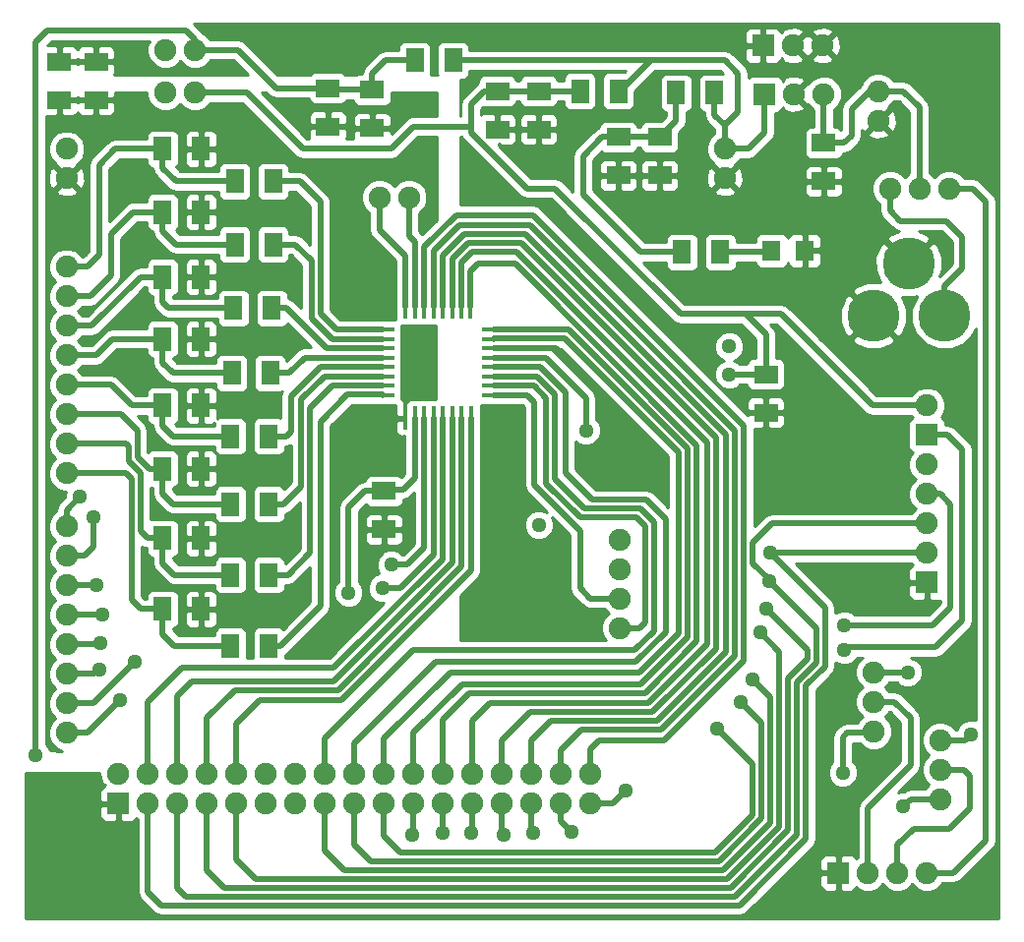
<source format=gtl>
G04 (created by PCBNEW (2013-07-07 BZR 4022)-stable) date 16/10/2015 10:30:24 a.m.*
%MOIN*%
G04 Gerber Fmt 3.4, Leading zero omitted, Abs format*
%FSLAX34Y34*%
G01*
G70*
G90*
G04 APERTURE LIST*
%ADD10C,0.00590551*%
%ADD11C,0.075*%
%ADD12R,0.0787X0.0177*%
%ADD13R,0.0177X0.0787*%
%ADD14R,0.08X0.06*%
%ADD15R,0.06X0.08*%
%ADD16R,0.0629X0.0709*%
%ADD17C,0.1771*%
%ADD18R,0.075X0.075*%
%ADD19R,0.0748819X0.0748819*%
%ADD20C,0.0748819*%
%ADD21C,0.050748*%
%ADD22C,0.0198425*%
%ADD23C,0.01*%
G04 APERTURE END LIST*
G54D10*
G54D11*
X98000Y-45800D03*
X98000Y-46800D03*
X89850Y-32200D03*
X90850Y-32200D03*
X79250Y-40550D03*
X79250Y-39550D03*
X79250Y-38550D03*
X79250Y-37550D03*
X79250Y-36550D03*
X79250Y-35550D03*
X79250Y-34550D03*
X79250Y-41550D03*
X79250Y-44350D03*
X79250Y-45350D03*
X79250Y-46350D03*
X79250Y-47350D03*
X79250Y-48350D03*
X79250Y-49350D03*
X79250Y-50350D03*
X79250Y-43350D03*
X98000Y-44800D03*
X98000Y-43800D03*
X91000Y-51750D03*
X92000Y-51750D03*
X93000Y-51750D03*
X94000Y-51750D03*
X95000Y-51750D03*
X96000Y-51750D03*
X97000Y-51750D03*
X90000Y-51750D03*
X88000Y-51750D03*
X87000Y-51750D03*
X86000Y-51750D03*
X85000Y-51750D03*
X84000Y-51750D03*
X83000Y-51750D03*
X82000Y-51750D03*
X89000Y-51750D03*
X79250Y-31550D03*
X79250Y-30550D03*
X91000Y-52750D03*
X92000Y-52750D03*
X93000Y-52750D03*
X94000Y-52750D03*
X95000Y-52750D03*
X96000Y-52750D03*
X97000Y-52750D03*
X90000Y-52750D03*
X88000Y-52750D03*
X87000Y-52750D03*
X86000Y-52750D03*
X85000Y-52750D03*
X84000Y-52750D03*
X83000Y-52750D03*
X82000Y-52750D03*
X89000Y-52750D03*
G54D12*
X89954Y-38893D03*
X89954Y-38578D03*
X89954Y-38263D03*
X89954Y-37948D03*
X89954Y-37633D03*
X89954Y-37318D03*
X89954Y-37003D03*
X89954Y-36688D03*
X93720Y-36690D03*
X93720Y-38900D03*
X93720Y-38580D03*
X93720Y-38260D03*
X93720Y-37950D03*
X93720Y-37630D03*
X93720Y-37320D03*
X93720Y-37000D03*
G54D13*
X90738Y-35900D03*
X91052Y-35900D03*
X91368Y-35900D03*
X91682Y-35900D03*
X91998Y-35900D03*
X92312Y-35900D03*
X92628Y-35900D03*
X92942Y-35900D03*
X90740Y-39680D03*
X91050Y-39680D03*
X91370Y-39680D03*
X91680Y-39680D03*
X91990Y-39680D03*
X92310Y-39680D03*
X92630Y-39680D03*
X92950Y-39680D03*
G54D14*
X102950Y-38200D03*
X102950Y-39500D03*
G54D15*
X82500Y-41400D03*
X83800Y-41400D03*
X82500Y-43750D03*
X83800Y-43750D03*
X82500Y-46150D03*
X83800Y-46150D03*
G54D14*
X104900Y-30350D03*
X104900Y-31650D03*
G54D15*
X91050Y-27550D03*
X92350Y-27550D03*
X96650Y-28600D03*
X97950Y-28600D03*
G54D14*
X99350Y-30150D03*
X99350Y-31450D03*
X97950Y-30150D03*
X97950Y-31450D03*
X93850Y-28600D03*
X93850Y-29900D03*
X95250Y-28600D03*
X95250Y-29900D03*
X89600Y-28550D03*
X89600Y-29850D03*
X88100Y-28500D03*
X88100Y-29800D03*
G54D15*
X100100Y-34050D03*
X101400Y-34050D03*
X99900Y-28650D03*
X101200Y-28650D03*
G54D14*
X90000Y-43450D03*
X90000Y-42150D03*
G54D15*
X82500Y-39250D03*
X83800Y-39250D03*
X84950Y-31650D03*
X86250Y-31650D03*
X82500Y-37000D03*
X83800Y-37000D03*
X82500Y-34900D03*
X83800Y-34900D03*
X82500Y-32700D03*
X83800Y-32700D03*
X82500Y-30550D03*
X83800Y-30550D03*
X84800Y-47400D03*
X86100Y-47400D03*
X84800Y-45000D03*
X86100Y-45000D03*
X84800Y-42600D03*
X86100Y-42600D03*
X84800Y-40300D03*
X86100Y-40300D03*
X84850Y-38150D03*
X86150Y-38150D03*
X84900Y-35950D03*
X86200Y-35950D03*
X84950Y-33800D03*
X86250Y-33800D03*
G54D16*
X103141Y-34000D03*
X104259Y-34000D03*
G54D11*
X101550Y-30550D03*
X101550Y-31550D03*
X106750Y-28600D03*
X106750Y-29600D03*
G54D17*
X106597Y-36204D03*
X107778Y-34432D03*
X109006Y-36204D03*
G54D11*
X109150Y-31900D03*
X108150Y-31900D03*
X107150Y-31900D03*
X82600Y-27200D03*
X83600Y-27200D03*
X83600Y-28650D03*
X82600Y-28650D03*
G54D14*
X79000Y-28900D03*
X79000Y-27600D03*
X80250Y-28900D03*
X80250Y-27600D03*
G54D11*
X81000Y-51750D03*
X108850Y-52600D03*
X108850Y-51600D03*
X108850Y-50600D03*
X106600Y-50300D03*
X106600Y-49300D03*
X106600Y-48300D03*
G54D18*
X102900Y-28700D03*
G54D11*
X103900Y-28700D03*
X104900Y-28700D03*
G54D18*
X105400Y-55100D03*
G54D11*
X106400Y-55100D03*
X107400Y-55100D03*
X108400Y-55100D03*
G54D18*
X81000Y-52750D03*
X102850Y-27050D03*
G54D11*
X103850Y-27050D03*
X104850Y-27050D03*
G54D19*
X108400Y-45250D03*
G54D20*
X108400Y-44250D03*
X108400Y-43250D03*
X108400Y-42250D03*
X108400Y-41250D03*
G54D19*
X108400Y-40250D03*
G54D20*
X108400Y-39250D03*
G54D21*
X94500Y-44600D03*
X104700Y-41600D03*
X103750Y-40850D03*
X97500Y-41000D03*
X105550Y-51700D03*
X89950Y-45450D03*
X107750Y-48300D03*
X90950Y-53800D03*
X101300Y-50200D03*
X95250Y-43300D03*
X101700Y-37250D03*
X109900Y-50400D03*
X95050Y-53750D03*
X98200Y-52300D03*
X96350Y-53700D03*
X94050Y-53800D03*
X92950Y-53750D03*
X92000Y-53750D03*
X105600Y-47550D03*
X102750Y-46950D03*
X103050Y-45200D03*
X105600Y-46700D03*
X102950Y-46150D03*
X102100Y-49300D03*
X103100Y-44250D03*
X102500Y-48550D03*
X96850Y-40100D03*
X101700Y-38200D03*
X107600Y-52850D03*
X90250Y-44650D03*
X80450Y-46350D03*
X79700Y-42350D03*
X80400Y-47300D03*
X81550Y-47950D03*
X80350Y-48200D03*
X80250Y-45350D03*
X80150Y-43050D03*
X81050Y-49250D03*
X78200Y-51100D03*
X88800Y-45600D03*
G54D22*
X93720Y-37320D02*
X95820Y-37320D01*
X97500Y-39000D02*
X97500Y-41000D01*
X95820Y-37320D02*
X97500Y-39000D01*
X91680Y-39680D02*
X91680Y-44320D01*
X106550Y-50350D02*
X106600Y-50300D01*
X105700Y-50350D02*
X106550Y-50350D01*
X105550Y-50500D02*
X105700Y-50350D01*
X105550Y-51700D02*
X105550Y-50500D01*
X90550Y-45450D02*
X89950Y-45450D01*
X91680Y-44320D02*
X90550Y-45450D01*
X86100Y-47400D02*
X86500Y-47400D01*
X89954Y-38876D02*
X89954Y-38893D01*
X88773Y-38876D02*
X89954Y-38876D01*
X87850Y-39800D02*
X88773Y-38876D01*
X87850Y-46050D02*
X87850Y-39800D01*
X86500Y-47400D02*
X87850Y-46050D01*
X86250Y-33800D02*
X87001Y-33800D01*
X88253Y-37003D02*
X89954Y-37003D01*
X87550Y-36300D02*
X88253Y-37003D01*
X87550Y-34348D02*
X87550Y-36300D01*
X87001Y-33800D02*
X87550Y-34348D01*
X89954Y-36688D02*
X88388Y-36688D01*
X87150Y-31650D02*
X86250Y-31650D01*
X87850Y-32350D02*
X87150Y-31650D01*
X87850Y-36150D02*
X87850Y-32350D01*
X88388Y-36688D02*
X87850Y-36150D01*
X89954Y-37318D02*
X88068Y-37318D01*
X86700Y-35950D02*
X86200Y-35950D01*
X88068Y-37318D02*
X86700Y-35950D01*
X109150Y-31900D02*
X109950Y-31900D01*
X109300Y-55100D02*
X108400Y-55100D01*
X110400Y-54000D02*
X109300Y-55100D01*
X110400Y-32350D02*
X110400Y-54000D01*
X109950Y-31900D02*
X110400Y-32350D01*
X92950Y-39680D02*
X92950Y-44850D01*
X85000Y-50050D02*
X85000Y-51750D01*
X85800Y-49250D02*
X85000Y-50050D01*
X88550Y-49250D02*
X85800Y-49250D01*
X92950Y-44850D02*
X88550Y-49250D01*
X90000Y-51750D02*
X90000Y-50548D01*
X93720Y-36988D02*
X93720Y-37000D01*
X96138Y-36988D02*
X93720Y-36988D01*
X99990Y-40840D02*
X96138Y-36988D01*
X99990Y-46959D02*
X99990Y-40840D01*
X98651Y-48298D02*
X99990Y-46959D01*
X92250Y-48298D02*
X98651Y-48298D01*
X90000Y-50548D02*
X92250Y-48298D01*
X92942Y-35900D02*
X92942Y-34708D01*
X92000Y-49900D02*
X92000Y-51750D01*
X92900Y-49000D02*
X92000Y-49900D01*
X98850Y-49000D02*
X92900Y-49000D01*
X100600Y-47250D02*
X98850Y-49000D01*
X100600Y-40600D02*
X100600Y-47250D01*
X94450Y-34450D02*
X100600Y-40600D01*
X93200Y-34450D02*
X94450Y-34450D01*
X92942Y-34708D02*
X93200Y-34450D01*
X92312Y-35900D02*
X92312Y-34288D01*
X94000Y-50600D02*
X94000Y-51750D01*
X94950Y-49650D02*
X94000Y-50600D01*
X99100Y-49650D02*
X94950Y-49650D01*
X101250Y-47500D02*
X99100Y-49650D01*
X101250Y-40350D02*
X101250Y-47500D01*
X94650Y-33750D02*
X101250Y-40350D01*
X92850Y-33750D02*
X94650Y-33750D01*
X92312Y-34288D02*
X92850Y-33750D01*
X91682Y-35900D02*
X91682Y-34018D01*
X96000Y-50950D02*
X96000Y-51750D01*
X96700Y-50250D02*
X96000Y-50950D01*
X99400Y-50250D02*
X96700Y-50250D01*
X101900Y-47750D02*
X99400Y-50250D01*
X101900Y-40100D02*
X101900Y-47750D01*
X94950Y-33150D02*
X101900Y-40100D01*
X92550Y-33150D02*
X94950Y-33150D01*
X91682Y-34018D02*
X92550Y-33150D01*
X89000Y-51750D02*
X89000Y-50700D01*
X95294Y-37950D02*
X93720Y-37950D01*
X96150Y-38805D02*
X95294Y-37950D01*
X96150Y-41550D02*
X96150Y-38805D01*
X97050Y-42450D02*
X96150Y-41550D01*
X98900Y-42450D02*
X97050Y-42450D01*
X99550Y-43100D02*
X98900Y-42450D01*
X99550Y-46942D02*
X99550Y-43100D01*
X98542Y-47950D02*
X99550Y-46942D01*
X91750Y-47950D02*
X98542Y-47950D01*
X89000Y-50700D02*
X91750Y-47950D01*
X93720Y-38580D02*
X95080Y-38580D01*
X98650Y-46800D02*
X98000Y-46800D01*
X98850Y-46600D02*
X98650Y-46800D01*
X98850Y-43350D02*
X98850Y-46600D01*
X98550Y-43050D02*
X98850Y-43350D01*
X96650Y-43050D02*
X98550Y-43050D01*
X95500Y-41900D02*
X96650Y-43050D01*
X95500Y-39000D02*
X95500Y-41900D01*
X95080Y-38580D02*
X95500Y-39000D01*
X89954Y-38578D02*
X88270Y-38578D01*
X86750Y-45000D02*
X86100Y-45000D01*
X87500Y-44250D02*
X86750Y-45000D01*
X87500Y-39348D02*
X87500Y-44250D01*
X88270Y-38578D02*
X87500Y-39348D01*
X86100Y-42600D02*
X86600Y-42600D01*
X87987Y-38263D02*
X89954Y-38263D01*
X87200Y-39050D02*
X87987Y-38263D01*
X87200Y-42000D02*
X87200Y-39050D01*
X86600Y-42600D02*
X87200Y-42000D01*
X89954Y-37948D02*
X87852Y-37948D01*
X86700Y-40300D02*
X86100Y-40300D01*
X86850Y-40150D02*
X86700Y-40300D01*
X86850Y-38950D02*
X86850Y-40150D01*
X87852Y-37948D02*
X86850Y-38950D01*
X89954Y-37633D02*
X87317Y-37633D01*
X86800Y-38150D02*
X86150Y-38150D01*
X87317Y-37633D02*
X86800Y-38150D01*
X107750Y-48300D02*
X106600Y-48300D01*
X97000Y-51750D02*
X97000Y-50900D01*
X91368Y-33882D02*
X91368Y-35900D01*
X92450Y-32800D02*
X91368Y-33882D01*
X95050Y-32800D02*
X92450Y-32800D01*
X102200Y-39950D02*
X95050Y-32800D01*
X102200Y-47900D02*
X102200Y-39950D01*
X99500Y-50600D02*
X102200Y-47900D01*
X97300Y-50600D02*
X99500Y-50600D01*
X97000Y-50900D02*
X97300Y-50600D01*
X95000Y-51750D02*
X95000Y-50598D01*
X91998Y-34179D02*
X91998Y-35900D01*
X92727Y-33450D02*
X91998Y-34179D01*
X94800Y-33450D02*
X92727Y-33450D01*
X101600Y-40250D02*
X94800Y-33450D01*
X101600Y-47600D02*
X101600Y-40250D01*
X99250Y-49950D02*
X101600Y-47600D01*
X95648Y-49950D02*
X99250Y-49950D01*
X95000Y-50598D02*
X95648Y-49950D01*
X93000Y-51750D02*
X93000Y-49950D01*
X92628Y-34422D02*
X92628Y-35900D01*
X93000Y-34050D02*
X92628Y-34422D01*
X94500Y-34050D02*
X93000Y-34050D01*
X100950Y-40500D02*
X94500Y-34050D01*
X100950Y-47350D02*
X100950Y-40500D01*
X98950Y-49350D02*
X100950Y-47350D01*
X93600Y-49350D02*
X98950Y-49350D01*
X93000Y-49950D02*
X93600Y-49350D01*
X93720Y-38900D02*
X94851Y-38900D01*
X97000Y-45800D02*
X98000Y-45800D01*
X96650Y-45450D02*
X97000Y-45800D01*
X96650Y-43500D02*
X96650Y-45450D01*
X95100Y-41950D02*
X96650Y-43500D01*
X95100Y-39148D02*
X95100Y-41950D01*
X94851Y-38900D02*
X95100Y-39148D01*
X93720Y-38260D02*
X95182Y-38260D01*
X88000Y-50550D02*
X88000Y-51750D01*
X91000Y-47550D02*
X88000Y-50550D01*
X98500Y-47550D02*
X91000Y-47550D01*
X99150Y-46900D02*
X98500Y-47550D01*
X99150Y-43200D02*
X99150Y-46900D01*
X98700Y-42750D02*
X99150Y-43200D01*
X96800Y-42750D02*
X98700Y-42750D01*
X95800Y-41750D02*
X96800Y-42750D01*
X95800Y-38877D02*
X95800Y-41750D01*
X95182Y-38260D02*
X95800Y-38877D01*
X91000Y-53750D02*
X91000Y-52750D01*
X90950Y-53800D02*
X91000Y-53750D01*
X90000Y-52750D02*
X90000Y-53854D01*
X102506Y-51406D02*
X101300Y-50200D01*
X102506Y-53124D02*
X102506Y-51406D01*
X101226Y-54404D02*
X102506Y-53124D01*
X90550Y-54404D02*
X101226Y-54404D01*
X90000Y-53854D02*
X90550Y-54404D01*
X107400Y-55100D02*
X107400Y-54150D01*
X109650Y-51600D02*
X108850Y-51600D01*
X109850Y-51800D02*
X109650Y-51600D01*
X109850Y-52900D02*
X109850Y-51800D01*
X109150Y-53600D02*
X109850Y-52900D01*
X107950Y-53600D02*
X109150Y-53600D01*
X107400Y-54150D02*
X107950Y-53600D01*
X109700Y-50600D02*
X108850Y-50600D01*
X109900Y-50400D02*
X109700Y-50600D01*
X107400Y-55100D02*
X107400Y-54300D01*
X107400Y-55200D02*
X107400Y-54300D01*
X106400Y-55100D02*
X106400Y-52900D01*
X107300Y-49300D02*
X106600Y-49300D01*
X107850Y-49850D02*
X107300Y-49300D01*
X107850Y-51450D02*
X107850Y-49850D01*
X106400Y-52900D02*
X107850Y-51450D01*
X95000Y-53700D02*
X95000Y-52750D01*
X95050Y-53750D02*
X95000Y-53700D01*
X93720Y-36690D02*
X96267Y-36690D01*
X91000Y-50350D02*
X91000Y-51750D01*
X92650Y-48700D02*
X91000Y-50350D01*
X98701Y-48700D02*
X92650Y-48700D01*
X100288Y-47112D02*
X98701Y-48700D01*
X100288Y-40711D02*
X100288Y-47112D01*
X96267Y-36690D02*
X100288Y-40711D01*
X97750Y-52750D02*
X97000Y-52750D01*
X98200Y-52300D02*
X97750Y-52750D01*
X96000Y-53350D02*
X96000Y-52750D01*
X96350Y-53700D02*
X96000Y-53350D01*
X94000Y-53750D02*
X94000Y-52750D01*
X94050Y-53800D02*
X94000Y-53750D01*
X90850Y-32200D02*
X90850Y-33500D01*
X91069Y-35700D02*
X91052Y-35900D01*
X91069Y-33719D02*
X91069Y-35700D01*
X90850Y-33500D02*
X91069Y-33719D01*
X93000Y-53700D02*
X93000Y-52750D01*
X92950Y-53750D02*
X93000Y-53700D01*
X92000Y-53750D02*
X92000Y-52750D01*
X109100Y-40250D02*
X108400Y-40250D01*
X109600Y-40750D02*
X109100Y-40250D01*
X109600Y-46550D02*
X109600Y-40750D01*
X108700Y-47450D02*
X109600Y-46550D01*
X105700Y-47450D02*
X108700Y-47450D01*
X105600Y-47550D02*
X105700Y-47450D01*
X85000Y-54650D02*
X85000Y-52750D01*
X85650Y-55300D02*
X85000Y-54650D01*
X101627Y-55300D02*
X85650Y-55300D01*
X103401Y-53526D02*
X101627Y-55300D01*
X103401Y-47601D02*
X103401Y-53526D01*
X102750Y-46950D02*
X103401Y-47601D01*
X103050Y-45200D02*
X103050Y-45151D01*
X103150Y-43250D02*
X108400Y-43250D01*
X102498Y-43901D02*
X103150Y-43250D01*
X102498Y-44600D02*
X102498Y-43901D01*
X103050Y-45151D02*
X102498Y-44600D01*
X83000Y-55600D02*
X83000Y-52750D01*
X83301Y-55901D02*
X83000Y-55600D01*
X101898Y-55901D02*
X83301Y-55901D01*
X104000Y-53800D02*
X101898Y-55901D01*
X104000Y-48627D02*
X104000Y-53800D01*
X104651Y-47976D02*
X104000Y-48627D01*
X104651Y-46801D02*
X104651Y-47976D01*
X103050Y-45200D02*
X104651Y-46801D01*
X108400Y-42250D02*
X108850Y-42250D01*
X108600Y-46700D02*
X105600Y-46700D01*
X109200Y-46100D02*
X108600Y-46700D01*
X109200Y-42600D02*
X109200Y-46100D01*
X108850Y-42250D02*
X109200Y-42600D01*
X84000Y-55000D02*
X84000Y-52750D01*
X84603Y-55603D02*
X84000Y-55000D01*
X101746Y-55603D02*
X84603Y-55603D01*
X103700Y-53650D02*
X101746Y-55603D01*
X103700Y-48500D02*
X103700Y-53650D01*
X104350Y-47850D02*
X103700Y-48500D01*
X104350Y-47550D02*
X104350Y-47850D01*
X102950Y-46150D02*
X104350Y-47550D01*
X89000Y-54150D02*
X89000Y-52750D01*
X89553Y-54703D02*
X89000Y-54150D01*
X101350Y-54703D02*
X89553Y-54703D01*
X102804Y-53248D02*
X101350Y-54703D01*
X102804Y-50004D02*
X102804Y-53248D01*
X102100Y-49300D02*
X102804Y-50004D01*
X103100Y-44250D02*
X108400Y-44250D01*
X82000Y-55750D02*
X82000Y-52750D01*
X82450Y-56200D02*
X82000Y-55750D01*
X102050Y-56200D02*
X82450Y-56200D01*
X104300Y-53950D02*
X102050Y-56200D01*
X104300Y-48750D02*
X104300Y-53950D01*
X104950Y-48100D02*
X104300Y-48750D01*
X104950Y-46100D02*
X104950Y-48100D01*
X103100Y-44250D02*
X104950Y-46100D01*
X92310Y-39680D02*
X92310Y-44590D01*
X83000Y-49100D02*
X83000Y-51750D01*
X83500Y-48600D02*
X83000Y-49100D01*
X88300Y-48600D02*
X83500Y-48600D01*
X92310Y-44590D02*
X88300Y-48600D01*
X90738Y-35900D02*
X90738Y-34188D01*
X89850Y-33300D02*
X89850Y-32200D01*
X90738Y-34188D02*
X89850Y-33300D01*
X82000Y-51750D02*
X82000Y-49300D01*
X91990Y-44460D02*
X91990Y-39680D01*
X88300Y-48150D02*
X91990Y-44460D01*
X83150Y-48150D02*
X88300Y-48150D01*
X82000Y-49300D02*
X83150Y-48150D01*
X84000Y-51750D02*
X84000Y-49850D01*
X92630Y-44720D02*
X92630Y-39680D01*
X88450Y-48900D02*
X92630Y-44720D01*
X84950Y-48900D02*
X88450Y-48900D01*
X84000Y-49850D02*
X84950Y-48900D01*
X88000Y-54350D02*
X88000Y-52750D01*
X88651Y-55001D02*
X88000Y-54350D01*
X101504Y-55001D02*
X88651Y-55001D01*
X103103Y-53402D02*
X101504Y-55001D01*
X103103Y-49153D02*
X103103Y-53402D01*
X102500Y-48550D02*
X103103Y-49153D01*
X82500Y-46150D02*
X81750Y-46150D01*
X81250Y-41550D02*
X79250Y-41550D01*
X81451Y-41751D02*
X81250Y-41550D01*
X81451Y-45851D02*
X81451Y-41751D01*
X81750Y-46150D02*
X81451Y-45851D01*
X84800Y-47400D02*
X82900Y-47400D01*
X82500Y-47000D02*
X82500Y-46150D01*
X82900Y-47400D02*
X82500Y-47000D01*
X82500Y-37000D02*
X80800Y-37000D01*
X80250Y-37550D02*
X79250Y-37550D01*
X80800Y-37000D02*
X80250Y-37550D01*
X84850Y-38150D02*
X82850Y-38150D01*
X82500Y-37800D02*
X82500Y-37000D01*
X82850Y-38150D02*
X82500Y-37800D01*
X79250Y-38550D02*
X80750Y-38550D01*
X81450Y-39250D02*
X82500Y-39250D01*
X80750Y-38550D02*
X81450Y-39250D01*
X84800Y-40300D02*
X82850Y-40300D01*
X82500Y-39950D02*
X82500Y-39250D01*
X82850Y-40300D02*
X82500Y-39950D01*
X82500Y-32700D02*
X81500Y-32700D01*
X80050Y-35550D02*
X79250Y-35550D01*
X80750Y-34850D02*
X80050Y-35550D01*
X80750Y-33450D02*
X80750Y-34850D01*
X81500Y-32700D02*
X80750Y-33450D01*
X84950Y-33800D02*
X82950Y-33800D01*
X82500Y-33350D02*
X82500Y-32700D01*
X82950Y-33800D02*
X82500Y-33350D01*
X108400Y-39250D02*
X106550Y-39250D01*
X103450Y-36150D02*
X102000Y-36150D01*
X106550Y-39250D02*
X103450Y-36150D01*
X93720Y-37630D02*
X95480Y-37630D01*
X96850Y-39000D02*
X96850Y-40100D01*
X95480Y-37630D02*
X96850Y-39000D01*
X92950Y-29800D02*
X91000Y-29800D01*
X85350Y-28650D02*
X83600Y-28650D01*
X87250Y-30550D02*
X85350Y-28650D01*
X90250Y-30550D02*
X87250Y-30550D01*
X91000Y-29800D02*
X90250Y-30550D01*
X93850Y-28600D02*
X93400Y-28600D01*
X93400Y-28600D02*
X92950Y-29050D01*
X92950Y-29050D02*
X92950Y-29800D01*
X102950Y-36850D02*
X102950Y-38200D01*
X92950Y-29800D02*
X92950Y-30000D01*
X92950Y-30000D02*
X94850Y-31900D01*
X94850Y-31900D02*
X95800Y-31900D01*
X95800Y-31900D02*
X100050Y-36150D01*
X100050Y-36150D02*
X102000Y-36150D01*
X102000Y-36150D02*
X102250Y-36150D01*
X102250Y-36150D02*
X102950Y-36850D01*
X95250Y-28600D02*
X93850Y-28600D01*
X96650Y-28600D02*
X95250Y-28600D01*
X102950Y-38200D02*
X101700Y-38200D01*
X91370Y-39680D02*
X91370Y-44080D01*
X107850Y-52600D02*
X108850Y-52600D01*
X107600Y-52850D02*
X107850Y-52600D01*
X90800Y-44650D02*
X90250Y-44650D01*
X91370Y-44080D02*
X90800Y-44650D01*
X106750Y-28600D02*
X106450Y-28600D01*
X105600Y-30350D02*
X104900Y-30350D01*
X105850Y-30100D02*
X105600Y-30350D01*
X105850Y-29200D02*
X105850Y-30100D01*
X106450Y-28600D02*
X105850Y-29200D01*
X108150Y-31900D02*
X108150Y-29150D01*
X107600Y-28600D02*
X106750Y-28600D01*
X108150Y-29150D02*
X107600Y-28600D01*
X104900Y-30350D02*
X104900Y-28700D01*
X101550Y-30550D02*
X102350Y-30550D01*
X102350Y-30550D02*
X102900Y-30000D01*
X102900Y-30000D02*
X102900Y-28700D01*
X97950Y-28600D02*
X98000Y-28600D01*
X98000Y-28600D02*
X99050Y-27550D01*
X101550Y-30550D02*
X101550Y-29750D01*
X101550Y-29750D02*
X102000Y-29300D01*
X101550Y-27550D02*
X99050Y-27550D01*
X99050Y-27550D02*
X92350Y-27550D01*
X102000Y-28000D02*
X101550Y-27550D01*
X102000Y-29300D02*
X102000Y-28000D01*
X102900Y-28700D02*
X102900Y-30000D01*
X102900Y-30000D02*
X102350Y-30550D01*
X101200Y-28650D02*
X101200Y-29400D01*
X101200Y-29400D02*
X101550Y-29750D01*
X97950Y-30150D02*
X97400Y-30150D01*
X98700Y-34050D02*
X100100Y-34050D01*
X96750Y-32100D02*
X98700Y-34050D01*
X96750Y-30800D02*
X96750Y-32100D01*
X97400Y-30150D02*
X96750Y-30800D01*
X99900Y-28650D02*
X99900Y-29600D01*
X99900Y-29600D02*
X99350Y-30150D01*
X97950Y-30150D02*
X99350Y-30150D01*
X109006Y-36204D02*
X109006Y-35194D01*
X107150Y-32650D02*
X107150Y-31900D01*
X107500Y-33000D02*
X107150Y-32650D01*
X109050Y-33000D02*
X107500Y-33000D01*
X109600Y-33550D02*
X109050Y-33000D01*
X109600Y-34600D02*
X109600Y-33550D01*
X109006Y-35194D02*
X109600Y-34600D01*
X80450Y-46350D02*
X79250Y-46350D01*
X79250Y-42800D02*
X79250Y-43350D01*
X79700Y-42350D02*
X79250Y-42800D01*
X80350Y-47350D02*
X79250Y-47350D01*
X80400Y-47300D02*
X80350Y-47350D01*
X80150Y-49350D02*
X79250Y-49350D01*
X81550Y-47950D02*
X80150Y-49350D01*
X80200Y-48350D02*
X79250Y-48350D01*
X80350Y-48200D02*
X80200Y-48350D01*
X80250Y-45350D02*
X79250Y-45350D01*
X79250Y-44350D02*
X79850Y-44350D01*
X80150Y-44050D02*
X80150Y-43050D01*
X79850Y-44350D02*
X80150Y-44050D01*
X79250Y-34550D02*
X79950Y-34550D01*
X80900Y-30550D02*
X82500Y-30550D01*
X80350Y-31100D02*
X80900Y-30550D01*
X80350Y-34150D02*
X80350Y-31100D01*
X79950Y-34550D02*
X80350Y-34150D01*
X84950Y-31650D02*
X82950Y-31650D01*
X82500Y-31200D02*
X82500Y-30550D01*
X82950Y-31650D02*
X82500Y-31200D01*
X79950Y-50350D02*
X79250Y-50350D01*
X81050Y-49250D02*
X79950Y-50350D01*
X82500Y-41400D02*
X82050Y-41400D01*
X81100Y-39550D02*
X79250Y-39550D01*
X81650Y-40100D02*
X81100Y-39550D01*
X81650Y-41000D02*
X81650Y-40100D01*
X82050Y-41400D02*
X81650Y-41000D01*
X84800Y-42600D02*
X82850Y-42600D01*
X82850Y-42600D02*
X82500Y-42250D01*
X82500Y-42250D02*
X82500Y-41400D01*
X79250Y-36550D02*
X80100Y-36550D01*
X81750Y-34900D02*
X82500Y-34900D01*
X80100Y-36550D02*
X81750Y-34900D01*
X84900Y-35950D02*
X82700Y-35950D01*
X82500Y-35750D02*
X82500Y-34900D01*
X82700Y-35950D02*
X82500Y-35750D01*
X82500Y-43750D02*
X82000Y-43750D01*
X81250Y-40550D02*
X79250Y-40550D01*
X81350Y-40650D02*
X81250Y-40550D01*
X81350Y-41150D02*
X81350Y-40650D01*
X81750Y-41550D02*
X81350Y-41150D01*
X81750Y-43500D02*
X81750Y-41550D01*
X82000Y-43750D02*
X81750Y-43500D01*
X84800Y-45000D02*
X82900Y-45000D01*
X82500Y-44600D02*
X82500Y-43750D01*
X82900Y-45000D02*
X82500Y-44600D01*
X90000Y-42150D02*
X89350Y-42150D01*
X88800Y-42700D02*
X88800Y-45600D01*
X89350Y-42150D02*
X88800Y-42700D01*
X78200Y-51100D02*
X78200Y-50600D01*
X83600Y-27200D02*
X83600Y-26850D01*
X78200Y-26950D02*
X78200Y-50600D01*
X78200Y-50600D02*
X78200Y-51100D01*
X78600Y-26550D02*
X78200Y-26950D01*
X83300Y-26550D02*
X78600Y-26550D01*
X83600Y-26850D02*
X83300Y-26550D01*
X88100Y-28500D02*
X86350Y-28500D01*
X85050Y-27200D02*
X83600Y-27200D01*
X86350Y-28500D02*
X85050Y-27200D01*
X90050Y-42100D02*
X90250Y-42100D01*
X90250Y-42100D02*
X90650Y-42100D01*
X91050Y-41700D02*
X91050Y-39680D01*
X90650Y-42100D02*
X91050Y-41700D01*
X91050Y-27550D02*
X90050Y-27550D01*
X89600Y-28000D02*
X89600Y-28550D01*
X90050Y-27550D02*
X89600Y-28000D01*
X89600Y-28550D02*
X88150Y-28550D01*
X88150Y-28550D02*
X88100Y-28500D01*
X101400Y-34050D02*
X103091Y-34050D01*
X103091Y-34050D02*
X103141Y-34000D01*
G54D10*
G36*
X91756Y-36543D02*
X91750Y-37799D01*
X91750Y-39036D01*
X91718Y-39036D01*
X91541Y-39036D01*
X91525Y-39043D01*
X91508Y-39036D01*
X91408Y-39036D01*
X91231Y-39036D01*
X91210Y-39045D01*
X91188Y-39036D01*
X91088Y-39036D01*
X90911Y-39036D01*
X90895Y-39043D01*
X90878Y-39036D01*
X90846Y-39036D01*
X90784Y-39099D01*
X90784Y-39110D01*
X90749Y-39144D01*
X90711Y-39236D01*
X90711Y-39336D01*
X90711Y-39626D01*
X90700Y-39680D01*
X90700Y-39737D01*
X90695Y-39737D01*
X90695Y-39730D01*
X90464Y-39730D01*
X90401Y-39792D01*
X90401Y-40023D01*
X90401Y-40123D01*
X90439Y-40215D01*
X90510Y-40285D01*
X90601Y-40323D01*
X90633Y-40323D01*
X90689Y-40266D01*
X90689Y-40323D01*
X90695Y-40323D01*
X90700Y-40323D01*
X90700Y-41555D01*
X90695Y-41560D01*
X90579Y-41676D01*
X90541Y-41638D01*
X90449Y-41600D01*
X90350Y-41599D01*
X89550Y-41599D01*
X89458Y-41637D01*
X89388Y-41708D01*
X89350Y-41800D01*
X89350Y-41800D01*
X89350Y-41800D01*
X89216Y-41827D01*
X89103Y-41903D01*
X89103Y-41903D01*
X88553Y-42453D01*
X88477Y-42566D01*
X88450Y-42700D01*
X88450Y-45236D01*
X88373Y-45314D01*
X88296Y-45499D01*
X88296Y-45699D01*
X88372Y-45884D01*
X88514Y-46026D01*
X88699Y-46103D01*
X88899Y-46103D01*
X89084Y-46027D01*
X89226Y-45885D01*
X89303Y-45700D01*
X89303Y-45500D01*
X89227Y-45315D01*
X89149Y-45236D01*
X89149Y-42844D01*
X89395Y-42598D01*
X89458Y-42661D01*
X89550Y-42699D01*
X89649Y-42700D01*
X90449Y-42700D01*
X90541Y-42662D01*
X90611Y-42591D01*
X90649Y-42499D01*
X90650Y-42449D01*
X90783Y-42422D01*
X90896Y-42346D01*
X91020Y-42223D01*
X91020Y-43935D01*
X90655Y-44300D01*
X90650Y-44300D01*
X90650Y-43799D01*
X90650Y-43100D01*
X90612Y-43008D01*
X90541Y-42938D01*
X90449Y-42900D01*
X90350Y-42899D01*
X90112Y-42900D01*
X90050Y-42962D01*
X90050Y-43400D01*
X90587Y-43400D01*
X90650Y-43337D01*
X90650Y-43100D01*
X90650Y-43799D01*
X90650Y-43562D01*
X90587Y-43500D01*
X90050Y-43500D01*
X90050Y-43937D01*
X90112Y-44000D01*
X90350Y-44000D01*
X90449Y-43999D01*
X90541Y-43961D01*
X90612Y-43891D01*
X90650Y-43799D01*
X90650Y-44300D01*
X90613Y-44300D01*
X90535Y-44223D01*
X90350Y-44146D01*
X90150Y-44146D01*
X89965Y-44222D01*
X89950Y-44237D01*
X89950Y-43937D01*
X89950Y-43500D01*
X89950Y-43400D01*
X89950Y-42962D01*
X89887Y-42900D01*
X89649Y-42899D01*
X89550Y-42900D01*
X89458Y-42938D01*
X89387Y-43008D01*
X89349Y-43100D01*
X89350Y-43337D01*
X89412Y-43400D01*
X89950Y-43400D01*
X89950Y-43500D01*
X89412Y-43500D01*
X89350Y-43562D01*
X89349Y-43799D01*
X89387Y-43891D01*
X89458Y-43961D01*
X89550Y-43999D01*
X89649Y-44000D01*
X89887Y-44000D01*
X89950Y-43937D01*
X89950Y-44237D01*
X89823Y-44364D01*
X89746Y-44549D01*
X89746Y-44749D01*
X89822Y-44934D01*
X89838Y-44950D01*
X89665Y-45022D01*
X89523Y-45164D01*
X89446Y-45349D01*
X89446Y-45549D01*
X89522Y-45734D01*
X89664Y-45876D01*
X89849Y-45953D01*
X90002Y-45953D01*
X88155Y-47800D01*
X86649Y-47800D01*
X86650Y-47750D01*
X86650Y-47711D01*
X86746Y-47646D01*
X88096Y-46296D01*
X88096Y-46296D01*
X88096Y-46296D01*
X88172Y-46183D01*
X88199Y-46050D01*
X88199Y-39944D01*
X88918Y-39225D01*
X89496Y-39225D01*
X89510Y-39231D01*
X89610Y-39231D01*
X89900Y-39231D01*
X89954Y-39242D01*
X90007Y-39231D01*
X90397Y-39231D01*
X90404Y-39228D01*
X90401Y-39236D01*
X90401Y-39336D01*
X90401Y-39567D01*
X90464Y-39630D01*
X90695Y-39630D01*
X90695Y-39099D01*
X90633Y-39036D01*
X90601Y-39036D01*
X90594Y-39039D01*
X90597Y-39031D01*
X90597Y-38931D01*
X90597Y-38754D01*
X90589Y-38735D01*
X90597Y-38716D01*
X90597Y-38616D01*
X90597Y-38439D01*
X90589Y-38420D01*
X90597Y-38401D01*
X90597Y-38301D01*
X90597Y-38124D01*
X90589Y-38105D01*
X90597Y-38086D01*
X90597Y-37986D01*
X90597Y-37809D01*
X90589Y-37790D01*
X90597Y-37771D01*
X90597Y-37671D01*
X90597Y-37494D01*
X90589Y-37475D01*
X90597Y-37456D01*
X90597Y-37356D01*
X90597Y-37179D01*
X90589Y-37160D01*
X90597Y-37141D01*
X90597Y-37041D01*
X90597Y-36864D01*
X90589Y-36845D01*
X90597Y-36826D01*
X90597Y-36726D01*
X90597Y-36549D01*
X90593Y-36541D01*
X90599Y-36543D01*
X90699Y-36543D01*
X90876Y-36543D01*
X90894Y-36535D01*
X90913Y-36543D01*
X91013Y-36543D01*
X91190Y-36543D01*
X91209Y-36535D01*
X91229Y-36543D01*
X91329Y-36543D01*
X91506Y-36543D01*
X91524Y-36535D01*
X91543Y-36543D01*
X91643Y-36543D01*
X91756Y-36543D01*
X91756Y-36543D01*
G37*
G54D23*
X91756Y-36543D02*
X91750Y-37799D01*
X91750Y-39036D01*
X91718Y-39036D01*
X91541Y-39036D01*
X91525Y-39043D01*
X91508Y-39036D01*
X91408Y-39036D01*
X91231Y-39036D01*
X91210Y-39045D01*
X91188Y-39036D01*
X91088Y-39036D01*
X90911Y-39036D01*
X90895Y-39043D01*
X90878Y-39036D01*
X90846Y-39036D01*
X90784Y-39099D01*
X90784Y-39110D01*
X90749Y-39144D01*
X90711Y-39236D01*
X90711Y-39336D01*
X90711Y-39626D01*
X90700Y-39680D01*
X90700Y-39737D01*
X90695Y-39737D01*
X90695Y-39730D01*
X90464Y-39730D01*
X90401Y-39792D01*
X90401Y-40023D01*
X90401Y-40123D01*
X90439Y-40215D01*
X90510Y-40285D01*
X90601Y-40323D01*
X90633Y-40323D01*
X90689Y-40266D01*
X90689Y-40323D01*
X90695Y-40323D01*
X90700Y-40323D01*
X90700Y-41555D01*
X90695Y-41560D01*
X90579Y-41676D01*
X90541Y-41638D01*
X90449Y-41600D01*
X90350Y-41599D01*
X89550Y-41599D01*
X89458Y-41637D01*
X89388Y-41708D01*
X89350Y-41800D01*
X89350Y-41800D01*
X89350Y-41800D01*
X89216Y-41827D01*
X89103Y-41903D01*
X89103Y-41903D01*
X88553Y-42453D01*
X88477Y-42566D01*
X88450Y-42700D01*
X88450Y-45236D01*
X88373Y-45314D01*
X88296Y-45499D01*
X88296Y-45699D01*
X88372Y-45884D01*
X88514Y-46026D01*
X88699Y-46103D01*
X88899Y-46103D01*
X89084Y-46027D01*
X89226Y-45885D01*
X89303Y-45700D01*
X89303Y-45500D01*
X89227Y-45315D01*
X89149Y-45236D01*
X89149Y-42844D01*
X89395Y-42598D01*
X89458Y-42661D01*
X89550Y-42699D01*
X89649Y-42700D01*
X90449Y-42700D01*
X90541Y-42662D01*
X90611Y-42591D01*
X90649Y-42499D01*
X90650Y-42449D01*
X90783Y-42422D01*
X90896Y-42346D01*
X91020Y-42223D01*
X91020Y-43935D01*
X90655Y-44300D01*
X90650Y-44300D01*
X90650Y-43799D01*
X90650Y-43100D01*
X90612Y-43008D01*
X90541Y-42938D01*
X90449Y-42900D01*
X90350Y-42899D01*
X90112Y-42900D01*
X90050Y-42962D01*
X90050Y-43400D01*
X90587Y-43400D01*
X90650Y-43337D01*
X90650Y-43100D01*
X90650Y-43799D01*
X90650Y-43562D01*
X90587Y-43500D01*
X90050Y-43500D01*
X90050Y-43937D01*
X90112Y-44000D01*
X90350Y-44000D01*
X90449Y-43999D01*
X90541Y-43961D01*
X90612Y-43891D01*
X90650Y-43799D01*
X90650Y-44300D01*
X90613Y-44300D01*
X90535Y-44223D01*
X90350Y-44146D01*
X90150Y-44146D01*
X89965Y-44222D01*
X89950Y-44237D01*
X89950Y-43937D01*
X89950Y-43500D01*
X89950Y-43400D01*
X89950Y-42962D01*
X89887Y-42900D01*
X89649Y-42899D01*
X89550Y-42900D01*
X89458Y-42938D01*
X89387Y-43008D01*
X89349Y-43100D01*
X89350Y-43337D01*
X89412Y-43400D01*
X89950Y-43400D01*
X89950Y-43500D01*
X89412Y-43500D01*
X89350Y-43562D01*
X89349Y-43799D01*
X89387Y-43891D01*
X89458Y-43961D01*
X89550Y-43999D01*
X89649Y-44000D01*
X89887Y-44000D01*
X89950Y-43937D01*
X89950Y-44237D01*
X89823Y-44364D01*
X89746Y-44549D01*
X89746Y-44749D01*
X89822Y-44934D01*
X89838Y-44950D01*
X89665Y-45022D01*
X89523Y-45164D01*
X89446Y-45349D01*
X89446Y-45549D01*
X89522Y-45734D01*
X89664Y-45876D01*
X89849Y-45953D01*
X90002Y-45953D01*
X88155Y-47800D01*
X86649Y-47800D01*
X86650Y-47750D01*
X86650Y-47711D01*
X86746Y-47646D01*
X88096Y-46296D01*
X88096Y-46296D01*
X88096Y-46296D01*
X88172Y-46183D01*
X88199Y-46050D01*
X88199Y-39944D01*
X88918Y-39225D01*
X89496Y-39225D01*
X89510Y-39231D01*
X89610Y-39231D01*
X89900Y-39231D01*
X89954Y-39242D01*
X90007Y-39231D01*
X90397Y-39231D01*
X90404Y-39228D01*
X90401Y-39236D01*
X90401Y-39336D01*
X90401Y-39567D01*
X90464Y-39630D01*
X90695Y-39630D01*
X90695Y-39099D01*
X90633Y-39036D01*
X90601Y-39036D01*
X90594Y-39039D01*
X90597Y-39031D01*
X90597Y-38931D01*
X90597Y-38754D01*
X90589Y-38735D01*
X90597Y-38716D01*
X90597Y-38616D01*
X90597Y-38439D01*
X90589Y-38420D01*
X90597Y-38401D01*
X90597Y-38301D01*
X90597Y-38124D01*
X90589Y-38105D01*
X90597Y-38086D01*
X90597Y-37986D01*
X90597Y-37809D01*
X90589Y-37790D01*
X90597Y-37771D01*
X90597Y-37671D01*
X90597Y-37494D01*
X90589Y-37475D01*
X90597Y-37456D01*
X90597Y-37356D01*
X90597Y-37179D01*
X90589Y-37160D01*
X90597Y-37141D01*
X90597Y-37041D01*
X90597Y-36864D01*
X90589Y-36845D01*
X90597Y-36826D01*
X90597Y-36726D01*
X90597Y-36549D01*
X90593Y-36541D01*
X90599Y-36543D01*
X90699Y-36543D01*
X90876Y-36543D01*
X90894Y-36535D01*
X90913Y-36543D01*
X91013Y-36543D01*
X91190Y-36543D01*
X91209Y-36535D01*
X91229Y-36543D01*
X91329Y-36543D01*
X91506Y-36543D01*
X91524Y-36535D01*
X91543Y-36543D01*
X91643Y-36543D01*
X91756Y-36543D01*
G54D10*
G36*
X91791Y-30149D02*
X91776Y-32979D01*
X91299Y-33456D01*
X91199Y-33355D01*
X91199Y-32731D01*
X91203Y-32730D01*
X91379Y-32554D01*
X91474Y-32324D01*
X91475Y-32076D01*
X91380Y-31846D01*
X91204Y-31670D01*
X90974Y-31575D01*
X90726Y-31574D01*
X90496Y-31669D01*
X90349Y-31816D01*
X90204Y-31670D01*
X89974Y-31575D01*
X89726Y-31574D01*
X89496Y-31669D01*
X89320Y-31845D01*
X89225Y-32075D01*
X89224Y-32323D01*
X89319Y-32553D01*
X89495Y-32729D01*
X89500Y-32731D01*
X89500Y-33300D01*
X89527Y-33433D01*
X89603Y-33546D01*
X90388Y-34332D01*
X90388Y-35900D01*
X90399Y-35953D01*
X90399Y-36343D01*
X90403Y-36351D01*
X90397Y-36349D01*
X90297Y-36349D01*
X90007Y-36349D01*
X89954Y-36338D01*
X88532Y-36338D01*
X88199Y-36005D01*
X88199Y-32350D01*
X88199Y-32349D01*
X88199Y-32349D01*
X88193Y-32323D01*
X88172Y-32216D01*
X88172Y-32216D01*
X88096Y-32103D01*
X88096Y-32103D01*
X87396Y-31403D01*
X87283Y-31327D01*
X87150Y-31300D01*
X86800Y-31300D01*
X86800Y-31200D01*
X86762Y-31108D01*
X86691Y-31038D01*
X86599Y-31000D01*
X86500Y-30999D01*
X85900Y-30999D01*
X85808Y-31037D01*
X85738Y-31108D01*
X85700Y-31200D01*
X85699Y-31299D01*
X85699Y-32099D01*
X85737Y-32191D01*
X85808Y-32261D01*
X85900Y-32299D01*
X85999Y-32300D01*
X86599Y-32300D01*
X86691Y-32262D01*
X86761Y-32191D01*
X86799Y-32099D01*
X86800Y-32000D01*
X86800Y-31999D01*
X87005Y-31999D01*
X87500Y-32494D01*
X87500Y-33805D01*
X87248Y-33553D01*
X87135Y-33477D01*
X87001Y-33450D01*
X86800Y-33450D01*
X86800Y-33350D01*
X86762Y-33258D01*
X86691Y-33188D01*
X86599Y-33150D01*
X86500Y-33149D01*
X85900Y-33149D01*
X85808Y-33187D01*
X85738Y-33258D01*
X85700Y-33350D01*
X85699Y-33449D01*
X85699Y-34249D01*
X85737Y-34341D01*
X85808Y-34411D01*
X85900Y-34449D01*
X85999Y-34450D01*
X86599Y-34450D01*
X86691Y-34412D01*
X86761Y-34341D01*
X86799Y-34249D01*
X86800Y-34150D01*
X86800Y-34149D01*
X86856Y-34149D01*
X87200Y-34493D01*
X87200Y-35956D01*
X86946Y-35703D01*
X86833Y-35627D01*
X86750Y-35610D01*
X86750Y-35500D01*
X86712Y-35408D01*
X86641Y-35338D01*
X86549Y-35300D01*
X86450Y-35299D01*
X85850Y-35299D01*
X85758Y-35337D01*
X85688Y-35408D01*
X85650Y-35500D01*
X85649Y-35599D01*
X85649Y-36399D01*
X85687Y-36491D01*
X85758Y-36561D01*
X85850Y-36599D01*
X85949Y-36600D01*
X86549Y-36600D01*
X86641Y-36562D01*
X86711Y-36491D01*
X86722Y-36466D01*
X87539Y-37283D01*
X87317Y-37283D01*
X87316Y-37283D01*
X87290Y-37289D01*
X87183Y-37310D01*
X87070Y-37386D01*
X87070Y-37386D01*
X86700Y-37756D01*
X86700Y-37700D01*
X86662Y-37608D01*
X86591Y-37538D01*
X86499Y-37500D01*
X86400Y-37499D01*
X85800Y-37499D01*
X85708Y-37537D01*
X85638Y-37608D01*
X85600Y-37700D01*
X85599Y-37799D01*
X85599Y-38599D01*
X85637Y-38691D01*
X85708Y-38761D01*
X85800Y-38799D01*
X85899Y-38800D01*
X86499Y-38800D01*
X86553Y-38777D01*
X86527Y-38816D01*
X86500Y-38950D01*
X86500Y-39671D01*
X86449Y-39650D01*
X86350Y-39649D01*
X85750Y-39649D01*
X85658Y-39687D01*
X85588Y-39758D01*
X85550Y-39850D01*
X85549Y-39949D01*
X85549Y-40749D01*
X85587Y-40841D01*
X85658Y-40911D01*
X85750Y-40949D01*
X85849Y-40950D01*
X86449Y-40950D01*
X86541Y-40912D01*
X86611Y-40841D01*
X86649Y-40749D01*
X86650Y-40650D01*
X86650Y-40649D01*
X86700Y-40649D01*
X86833Y-40622D01*
X86850Y-40611D01*
X86850Y-41855D01*
X86622Y-42083D01*
X86612Y-42058D01*
X86541Y-41988D01*
X86449Y-41950D01*
X86350Y-41949D01*
X85750Y-41949D01*
X85658Y-41987D01*
X85588Y-42058D01*
X85550Y-42150D01*
X85549Y-42249D01*
X85549Y-43049D01*
X85587Y-43141D01*
X85658Y-43211D01*
X85750Y-43249D01*
X85849Y-43250D01*
X86449Y-43250D01*
X86541Y-43212D01*
X86611Y-43141D01*
X86649Y-43049D01*
X86650Y-42950D01*
X86650Y-42939D01*
X86733Y-42922D01*
X86846Y-42846D01*
X87150Y-42543D01*
X87150Y-44105D01*
X86650Y-44606D01*
X86650Y-44550D01*
X86612Y-44458D01*
X86541Y-44388D01*
X86449Y-44350D01*
X86350Y-44349D01*
X85750Y-44349D01*
X85658Y-44387D01*
X85588Y-44458D01*
X85550Y-44550D01*
X85549Y-44649D01*
X85549Y-45449D01*
X85587Y-45541D01*
X85658Y-45611D01*
X85750Y-45649D01*
X85849Y-45650D01*
X86449Y-45650D01*
X86541Y-45612D01*
X86611Y-45541D01*
X86649Y-45449D01*
X86650Y-45350D01*
X86650Y-45349D01*
X86750Y-45349D01*
X86883Y-45322D01*
X86996Y-45246D01*
X87500Y-44743D01*
X87500Y-45905D01*
X86579Y-46826D01*
X86541Y-46788D01*
X86449Y-46750D01*
X86350Y-46749D01*
X85750Y-46749D01*
X85658Y-46787D01*
X85588Y-46858D01*
X85550Y-46950D01*
X85549Y-47049D01*
X85549Y-47800D01*
X85349Y-47800D01*
X85350Y-47750D01*
X85350Y-46950D01*
X85312Y-46858D01*
X85241Y-46788D01*
X85149Y-46750D01*
X85050Y-46749D01*
X84450Y-46749D01*
X84358Y-46787D01*
X84350Y-46796D01*
X84350Y-46500D01*
X84350Y-45799D01*
X84349Y-45700D01*
X84311Y-45608D01*
X84241Y-45537D01*
X84149Y-45499D01*
X83912Y-45500D01*
X83850Y-45562D01*
X83850Y-46100D01*
X84287Y-46100D01*
X84350Y-46037D01*
X84350Y-45799D01*
X84350Y-46500D01*
X84350Y-46262D01*
X84287Y-46200D01*
X83850Y-46200D01*
X83850Y-46737D01*
X83912Y-46800D01*
X84149Y-46800D01*
X84241Y-46762D01*
X84311Y-46691D01*
X84349Y-46599D01*
X84350Y-46500D01*
X84350Y-46796D01*
X84288Y-46858D01*
X84250Y-46950D01*
X84249Y-47049D01*
X84249Y-47050D01*
X83750Y-47050D01*
X83750Y-46737D01*
X83750Y-46200D01*
X83750Y-46100D01*
X83750Y-45562D01*
X83687Y-45500D01*
X83450Y-45499D01*
X83358Y-45537D01*
X83288Y-45608D01*
X83250Y-45700D01*
X83249Y-45799D01*
X83250Y-46037D01*
X83312Y-46100D01*
X83750Y-46100D01*
X83750Y-46200D01*
X83312Y-46200D01*
X83250Y-46262D01*
X83249Y-46500D01*
X83250Y-46599D01*
X83288Y-46691D01*
X83358Y-46762D01*
X83450Y-46800D01*
X83687Y-46800D01*
X83750Y-46737D01*
X83750Y-47050D01*
X83044Y-47050D01*
X82849Y-46855D01*
X82849Y-46800D01*
X82849Y-46800D01*
X82941Y-46762D01*
X83011Y-46691D01*
X83049Y-46599D01*
X83050Y-46500D01*
X83050Y-45700D01*
X83012Y-45608D01*
X82941Y-45538D01*
X82849Y-45500D01*
X82750Y-45499D01*
X82150Y-45499D01*
X82058Y-45537D01*
X81988Y-45608D01*
X81950Y-45700D01*
X81949Y-45799D01*
X81949Y-45800D01*
X81894Y-45800D01*
X81800Y-45706D01*
X81800Y-44028D01*
X81866Y-44072D01*
X81866Y-44072D01*
X81949Y-44089D01*
X81949Y-44199D01*
X81987Y-44291D01*
X82058Y-44361D01*
X82150Y-44399D01*
X82150Y-44399D01*
X82150Y-44600D01*
X82177Y-44733D01*
X82253Y-44846D01*
X82653Y-45246D01*
X82653Y-45246D01*
X82766Y-45322D01*
X82766Y-45322D01*
X82873Y-45343D01*
X82899Y-45349D01*
X82899Y-45349D01*
X82900Y-45349D01*
X84249Y-45349D01*
X84249Y-45449D01*
X84287Y-45541D01*
X84358Y-45611D01*
X84450Y-45649D01*
X84549Y-45650D01*
X85149Y-45650D01*
X85241Y-45612D01*
X85311Y-45541D01*
X85349Y-45449D01*
X85350Y-45350D01*
X85350Y-44550D01*
X85312Y-44458D01*
X85241Y-44388D01*
X85149Y-44350D01*
X85050Y-44349D01*
X84450Y-44349D01*
X84358Y-44387D01*
X84350Y-44396D01*
X84350Y-44100D01*
X84350Y-43399D01*
X84349Y-43300D01*
X84311Y-43208D01*
X84241Y-43137D01*
X84149Y-43099D01*
X83912Y-43100D01*
X83850Y-43162D01*
X83850Y-43700D01*
X84287Y-43700D01*
X84350Y-43637D01*
X84350Y-43399D01*
X84350Y-44100D01*
X84350Y-43862D01*
X84287Y-43800D01*
X83850Y-43800D01*
X83850Y-44337D01*
X83912Y-44400D01*
X84149Y-44400D01*
X84241Y-44362D01*
X84311Y-44291D01*
X84349Y-44199D01*
X84350Y-44100D01*
X84350Y-44396D01*
X84288Y-44458D01*
X84250Y-44550D01*
X84249Y-44649D01*
X84249Y-44650D01*
X83750Y-44650D01*
X83750Y-44337D01*
X83750Y-43800D01*
X83750Y-43700D01*
X83750Y-43162D01*
X83687Y-43100D01*
X83450Y-43099D01*
X83358Y-43137D01*
X83288Y-43208D01*
X83250Y-43300D01*
X83249Y-43399D01*
X83250Y-43637D01*
X83312Y-43700D01*
X83750Y-43700D01*
X83750Y-43800D01*
X83312Y-43800D01*
X83250Y-43862D01*
X83249Y-44100D01*
X83250Y-44199D01*
X83288Y-44291D01*
X83358Y-44362D01*
X83450Y-44400D01*
X83687Y-44400D01*
X83750Y-44337D01*
X83750Y-44650D01*
X83044Y-44650D01*
X82849Y-44455D01*
X82849Y-44400D01*
X82849Y-44400D01*
X82941Y-44362D01*
X83011Y-44291D01*
X83049Y-44199D01*
X83050Y-44100D01*
X83050Y-43300D01*
X83012Y-43208D01*
X82941Y-43138D01*
X82849Y-43100D01*
X82750Y-43099D01*
X82150Y-43099D01*
X82099Y-43121D01*
X82099Y-42028D01*
X82150Y-42049D01*
X82150Y-42049D01*
X82150Y-42250D01*
X82177Y-42383D01*
X82253Y-42496D01*
X82603Y-42846D01*
X82603Y-42846D01*
X82716Y-42922D01*
X82716Y-42922D01*
X82823Y-42943D01*
X82849Y-42949D01*
X82849Y-42949D01*
X82850Y-42949D01*
X84249Y-42949D01*
X84249Y-43049D01*
X84287Y-43141D01*
X84358Y-43211D01*
X84450Y-43249D01*
X84549Y-43250D01*
X85149Y-43250D01*
X85241Y-43212D01*
X85311Y-43141D01*
X85349Y-43049D01*
X85350Y-42950D01*
X85350Y-42150D01*
X85312Y-42058D01*
X85241Y-41988D01*
X85149Y-41950D01*
X85050Y-41949D01*
X84450Y-41949D01*
X84358Y-41987D01*
X84350Y-41996D01*
X84350Y-41750D01*
X84350Y-41512D01*
X84287Y-41450D01*
X83850Y-41450D01*
X83850Y-41987D01*
X83912Y-42050D01*
X84149Y-42050D01*
X84241Y-42012D01*
X84311Y-41941D01*
X84349Y-41849D01*
X84350Y-41750D01*
X84350Y-41996D01*
X84288Y-42058D01*
X84250Y-42150D01*
X84249Y-42249D01*
X84249Y-42250D01*
X83750Y-42250D01*
X83750Y-41987D01*
X83750Y-41450D01*
X83750Y-41350D01*
X83750Y-40812D01*
X83687Y-40750D01*
X83450Y-40749D01*
X83358Y-40787D01*
X83288Y-40858D01*
X83250Y-40950D01*
X83249Y-41049D01*
X83250Y-41287D01*
X83312Y-41350D01*
X83750Y-41350D01*
X83750Y-41450D01*
X83312Y-41450D01*
X83250Y-41512D01*
X83249Y-41750D01*
X83250Y-41849D01*
X83288Y-41941D01*
X83358Y-42012D01*
X83450Y-42050D01*
X83687Y-42050D01*
X83750Y-41987D01*
X83750Y-42250D01*
X82994Y-42250D01*
X82849Y-42105D01*
X82849Y-42050D01*
X82849Y-42050D01*
X82941Y-42012D01*
X83011Y-41941D01*
X83049Y-41849D01*
X83050Y-41750D01*
X83050Y-40950D01*
X83012Y-40858D01*
X82941Y-40788D01*
X82849Y-40750D01*
X82750Y-40749D01*
X82150Y-40749D01*
X82058Y-40787D01*
X81999Y-40847D01*
X81999Y-40100D01*
X81972Y-39966D01*
X81896Y-39853D01*
X81896Y-39853D01*
X81643Y-39599D01*
X81949Y-39599D01*
X81949Y-39699D01*
X81987Y-39791D01*
X82058Y-39861D01*
X82150Y-39899D01*
X82150Y-39899D01*
X82150Y-39950D01*
X82177Y-40083D01*
X82253Y-40196D01*
X82603Y-40546D01*
X82603Y-40546D01*
X82716Y-40622D01*
X82716Y-40622D01*
X82823Y-40643D01*
X82849Y-40649D01*
X82849Y-40649D01*
X82850Y-40649D01*
X84249Y-40649D01*
X84249Y-40749D01*
X84282Y-40829D01*
X84241Y-40787D01*
X84149Y-40749D01*
X83912Y-40750D01*
X83850Y-40812D01*
X83850Y-41350D01*
X84287Y-41350D01*
X84350Y-41287D01*
X84350Y-41049D01*
X84349Y-40950D01*
X84316Y-40870D01*
X84358Y-40911D01*
X84450Y-40949D01*
X84549Y-40950D01*
X85149Y-40950D01*
X85241Y-40912D01*
X85311Y-40841D01*
X85349Y-40749D01*
X85350Y-40650D01*
X85350Y-39850D01*
X85312Y-39758D01*
X85241Y-39688D01*
X85149Y-39650D01*
X85050Y-39649D01*
X84450Y-39649D01*
X84358Y-39687D01*
X84349Y-39696D01*
X84350Y-39600D01*
X84350Y-38899D01*
X84349Y-38800D01*
X84311Y-38708D01*
X84241Y-38637D01*
X84149Y-38599D01*
X83912Y-38600D01*
X83850Y-38662D01*
X83850Y-39200D01*
X84287Y-39200D01*
X84350Y-39137D01*
X84350Y-38899D01*
X84350Y-39600D01*
X84350Y-39362D01*
X84287Y-39300D01*
X83850Y-39300D01*
X83850Y-39837D01*
X83912Y-39900D01*
X84149Y-39900D01*
X84241Y-39862D01*
X84250Y-39853D01*
X84249Y-39949D01*
X84249Y-39950D01*
X83750Y-39950D01*
X83750Y-39837D01*
X83750Y-39300D01*
X83750Y-39200D01*
X83750Y-38662D01*
X83687Y-38600D01*
X83450Y-38599D01*
X83358Y-38637D01*
X83288Y-38708D01*
X83250Y-38800D01*
X83249Y-38899D01*
X83250Y-39137D01*
X83312Y-39200D01*
X83750Y-39200D01*
X83750Y-39300D01*
X83312Y-39300D01*
X83250Y-39362D01*
X83249Y-39600D01*
X83250Y-39699D01*
X83288Y-39791D01*
X83358Y-39862D01*
X83450Y-39900D01*
X83687Y-39900D01*
X83750Y-39837D01*
X83750Y-39950D01*
X82994Y-39950D01*
X82916Y-39872D01*
X82941Y-39862D01*
X83011Y-39791D01*
X83049Y-39699D01*
X83050Y-39600D01*
X83050Y-38800D01*
X83012Y-38708D01*
X82941Y-38638D01*
X82849Y-38600D01*
X82750Y-38599D01*
X82150Y-38599D01*
X82058Y-38637D01*
X81988Y-38708D01*
X81950Y-38800D01*
X81949Y-38899D01*
X81949Y-38900D01*
X81594Y-38900D01*
X80996Y-38303D01*
X80883Y-38227D01*
X80750Y-38200D01*
X79781Y-38200D01*
X79780Y-38196D01*
X79633Y-38049D01*
X79779Y-37904D01*
X79781Y-37899D01*
X80250Y-37899D01*
X80383Y-37872D01*
X80496Y-37796D01*
X80944Y-37349D01*
X81949Y-37349D01*
X81949Y-37449D01*
X81987Y-37541D01*
X82058Y-37611D01*
X82150Y-37649D01*
X82150Y-37649D01*
X82150Y-37800D01*
X82177Y-37933D01*
X82253Y-38046D01*
X82603Y-38396D01*
X82603Y-38396D01*
X82716Y-38472D01*
X82716Y-38472D01*
X82823Y-38493D01*
X82849Y-38499D01*
X82849Y-38499D01*
X82850Y-38499D01*
X84299Y-38499D01*
X84299Y-38599D01*
X84337Y-38691D01*
X84408Y-38761D01*
X84500Y-38799D01*
X84599Y-38800D01*
X85199Y-38800D01*
X85291Y-38762D01*
X85361Y-38691D01*
X85399Y-38599D01*
X85400Y-38500D01*
X85400Y-37700D01*
X85362Y-37608D01*
X85291Y-37538D01*
X85199Y-37500D01*
X85100Y-37499D01*
X84500Y-37499D01*
X84408Y-37537D01*
X84350Y-37596D01*
X84350Y-37350D01*
X84350Y-36649D01*
X84349Y-36550D01*
X84311Y-36458D01*
X84241Y-36387D01*
X84149Y-36349D01*
X83912Y-36350D01*
X83850Y-36412D01*
X83850Y-36950D01*
X84287Y-36950D01*
X84350Y-36887D01*
X84350Y-36649D01*
X84350Y-37350D01*
X84350Y-37112D01*
X84287Y-37050D01*
X83850Y-37050D01*
X83850Y-37587D01*
X83912Y-37650D01*
X84149Y-37650D01*
X84241Y-37612D01*
X84311Y-37541D01*
X84349Y-37449D01*
X84350Y-37350D01*
X84350Y-37596D01*
X84338Y-37608D01*
X84300Y-37700D01*
X84299Y-37799D01*
X84299Y-37800D01*
X83750Y-37800D01*
X83750Y-37587D01*
X83750Y-37050D01*
X83750Y-36950D01*
X83750Y-36412D01*
X83687Y-36350D01*
X83450Y-36349D01*
X83358Y-36387D01*
X83288Y-36458D01*
X83250Y-36550D01*
X83249Y-36649D01*
X83250Y-36887D01*
X83312Y-36950D01*
X83750Y-36950D01*
X83750Y-37050D01*
X83312Y-37050D01*
X83250Y-37112D01*
X83249Y-37350D01*
X83250Y-37449D01*
X83288Y-37541D01*
X83358Y-37612D01*
X83450Y-37650D01*
X83687Y-37650D01*
X83750Y-37587D01*
X83750Y-37800D01*
X82994Y-37800D01*
X82849Y-37655D01*
X82849Y-37650D01*
X82849Y-37650D01*
X82941Y-37612D01*
X83011Y-37541D01*
X83049Y-37449D01*
X83050Y-37350D01*
X83050Y-36550D01*
X83012Y-36458D01*
X82941Y-36388D01*
X82849Y-36350D01*
X82750Y-36349D01*
X82150Y-36349D01*
X82058Y-36387D01*
X81988Y-36458D01*
X81950Y-36550D01*
X81949Y-36649D01*
X81949Y-36650D01*
X80800Y-36650D01*
X80666Y-36677D01*
X80553Y-36753D01*
X80553Y-36753D01*
X80105Y-37200D01*
X79781Y-37200D01*
X79780Y-37196D01*
X79633Y-37049D01*
X79779Y-36904D01*
X79781Y-36899D01*
X80100Y-36899D01*
X80233Y-36872D01*
X80346Y-36796D01*
X81894Y-35249D01*
X81949Y-35249D01*
X81949Y-35349D01*
X81987Y-35441D01*
X82058Y-35511D01*
X82150Y-35549D01*
X82150Y-35549D01*
X82150Y-35750D01*
X82177Y-35883D01*
X82253Y-35996D01*
X82453Y-36196D01*
X82453Y-36196D01*
X82520Y-36242D01*
X82566Y-36272D01*
X82566Y-36272D01*
X82700Y-36299D01*
X84349Y-36299D01*
X84349Y-36399D01*
X84387Y-36491D01*
X84458Y-36561D01*
X84550Y-36599D01*
X84649Y-36600D01*
X85249Y-36600D01*
X85341Y-36562D01*
X85411Y-36491D01*
X85449Y-36399D01*
X85450Y-36300D01*
X85450Y-35500D01*
X85412Y-35408D01*
X85341Y-35338D01*
X85249Y-35300D01*
X85150Y-35299D01*
X84550Y-35299D01*
X84458Y-35337D01*
X84388Y-35408D01*
X84350Y-35500D01*
X84350Y-35500D01*
X84350Y-35250D01*
X84350Y-34549D01*
X84349Y-34450D01*
X84311Y-34358D01*
X84241Y-34287D01*
X84149Y-34249D01*
X83912Y-34250D01*
X83850Y-34312D01*
X83850Y-34850D01*
X84287Y-34850D01*
X84350Y-34787D01*
X84350Y-34549D01*
X84350Y-35250D01*
X84350Y-35012D01*
X84287Y-34950D01*
X83850Y-34950D01*
X83850Y-35487D01*
X83912Y-35550D01*
X84149Y-35550D01*
X84241Y-35512D01*
X84311Y-35441D01*
X84349Y-35349D01*
X84350Y-35250D01*
X84350Y-35500D01*
X84349Y-35599D01*
X84349Y-35600D01*
X83750Y-35600D01*
X83750Y-35487D01*
X83750Y-34950D01*
X83750Y-34850D01*
X83750Y-34312D01*
X83687Y-34250D01*
X83450Y-34249D01*
X83358Y-34287D01*
X83288Y-34358D01*
X83250Y-34450D01*
X83249Y-34549D01*
X83250Y-34787D01*
X83312Y-34850D01*
X83750Y-34850D01*
X83750Y-34950D01*
X83312Y-34950D01*
X83250Y-35012D01*
X83249Y-35250D01*
X83250Y-35349D01*
X83288Y-35441D01*
X83358Y-35512D01*
X83450Y-35550D01*
X83687Y-35550D01*
X83750Y-35487D01*
X83750Y-35600D01*
X82849Y-35600D01*
X82849Y-35550D01*
X82849Y-35550D01*
X82941Y-35512D01*
X83011Y-35441D01*
X83049Y-35349D01*
X83050Y-35250D01*
X83050Y-34450D01*
X83012Y-34358D01*
X82941Y-34288D01*
X82849Y-34250D01*
X82750Y-34249D01*
X82150Y-34249D01*
X82058Y-34287D01*
X81988Y-34358D01*
X81950Y-34450D01*
X81949Y-34549D01*
X81949Y-34550D01*
X81750Y-34550D01*
X81616Y-34577D01*
X81503Y-34653D01*
X79955Y-36200D01*
X79781Y-36200D01*
X79780Y-36196D01*
X79633Y-36049D01*
X79779Y-35904D01*
X79781Y-35899D01*
X80050Y-35899D01*
X80183Y-35872D01*
X80296Y-35796D01*
X80996Y-35096D01*
X80996Y-35096D01*
X80996Y-35096D01*
X81072Y-34983D01*
X81072Y-34983D01*
X81093Y-34876D01*
X81099Y-34850D01*
X81099Y-34850D01*
X81099Y-34850D01*
X81099Y-33594D01*
X81644Y-33049D01*
X81949Y-33049D01*
X81949Y-33149D01*
X81987Y-33241D01*
X82058Y-33311D01*
X82150Y-33349D01*
X82150Y-33349D01*
X82150Y-33350D01*
X82177Y-33483D01*
X82253Y-33596D01*
X82703Y-34046D01*
X82816Y-34122D01*
X82950Y-34149D01*
X84399Y-34149D01*
X84399Y-34249D01*
X84437Y-34341D01*
X84508Y-34411D01*
X84600Y-34449D01*
X84699Y-34450D01*
X85299Y-34450D01*
X85391Y-34412D01*
X85461Y-34341D01*
X85499Y-34249D01*
X85500Y-34150D01*
X85500Y-33350D01*
X85462Y-33258D01*
X85391Y-33188D01*
X85299Y-33150D01*
X85200Y-33149D01*
X84600Y-33149D01*
X84508Y-33187D01*
X84438Y-33258D01*
X84400Y-33350D01*
X84399Y-33449D01*
X84399Y-33450D01*
X84350Y-33450D01*
X84350Y-33050D01*
X84350Y-32349D01*
X84349Y-32250D01*
X84311Y-32158D01*
X84241Y-32087D01*
X84149Y-32049D01*
X83912Y-32050D01*
X83850Y-32112D01*
X83850Y-32650D01*
X84287Y-32650D01*
X84350Y-32587D01*
X84350Y-32349D01*
X84350Y-33050D01*
X84350Y-32812D01*
X84287Y-32750D01*
X83850Y-32750D01*
X83850Y-33287D01*
X83912Y-33350D01*
X84149Y-33350D01*
X84241Y-33312D01*
X84311Y-33241D01*
X84349Y-33149D01*
X84350Y-33050D01*
X84350Y-33450D01*
X83750Y-33450D01*
X83750Y-33287D01*
X83750Y-32750D01*
X83750Y-32650D01*
X83750Y-32112D01*
X83687Y-32050D01*
X83450Y-32049D01*
X83358Y-32087D01*
X83288Y-32158D01*
X83250Y-32250D01*
X83249Y-32349D01*
X83250Y-32587D01*
X83312Y-32650D01*
X83750Y-32650D01*
X83750Y-32750D01*
X83312Y-32750D01*
X83250Y-32812D01*
X83249Y-33050D01*
X83250Y-33149D01*
X83288Y-33241D01*
X83358Y-33312D01*
X83450Y-33350D01*
X83687Y-33350D01*
X83750Y-33287D01*
X83750Y-33450D01*
X83094Y-33450D01*
X82948Y-33304D01*
X83011Y-33241D01*
X83049Y-33149D01*
X83050Y-33050D01*
X83050Y-32250D01*
X83012Y-32158D01*
X82941Y-32088D01*
X82849Y-32050D01*
X82750Y-32049D01*
X82150Y-32049D01*
X82058Y-32087D01*
X81988Y-32158D01*
X81950Y-32250D01*
X81949Y-32349D01*
X81949Y-32350D01*
X81500Y-32350D01*
X81499Y-32350D01*
X81473Y-32356D01*
X81366Y-32377D01*
X81253Y-32453D01*
X81253Y-32453D01*
X80699Y-33006D01*
X80699Y-31244D01*
X81044Y-30899D01*
X81949Y-30899D01*
X81949Y-30999D01*
X81987Y-31091D01*
X82058Y-31161D01*
X82150Y-31199D01*
X82150Y-31199D01*
X82150Y-31200D01*
X82177Y-31333D01*
X82253Y-31446D01*
X82703Y-31896D01*
X82816Y-31972D01*
X82950Y-31999D01*
X84399Y-31999D01*
X84399Y-32099D01*
X84437Y-32191D01*
X84508Y-32261D01*
X84600Y-32299D01*
X84699Y-32300D01*
X85299Y-32300D01*
X85391Y-32262D01*
X85461Y-32191D01*
X85499Y-32099D01*
X85500Y-32000D01*
X85500Y-31200D01*
X85462Y-31108D01*
X85391Y-31038D01*
X85299Y-31000D01*
X85200Y-30999D01*
X84600Y-30999D01*
X84508Y-31037D01*
X84438Y-31108D01*
X84400Y-31200D01*
X84399Y-31299D01*
X84399Y-31300D01*
X84350Y-31300D01*
X84350Y-30900D01*
X84350Y-30199D01*
X84349Y-30100D01*
X84311Y-30008D01*
X84241Y-29937D01*
X84149Y-29899D01*
X83912Y-29900D01*
X83850Y-29962D01*
X83850Y-30500D01*
X84287Y-30500D01*
X84350Y-30437D01*
X84350Y-30199D01*
X84350Y-30900D01*
X84350Y-30662D01*
X84287Y-30600D01*
X83850Y-30600D01*
X83850Y-31137D01*
X83912Y-31200D01*
X84149Y-31200D01*
X84241Y-31162D01*
X84311Y-31091D01*
X84349Y-30999D01*
X84350Y-30900D01*
X84350Y-31300D01*
X83750Y-31300D01*
X83750Y-31137D01*
X83750Y-30600D01*
X83750Y-30500D01*
X83750Y-29962D01*
X83687Y-29900D01*
X83450Y-29899D01*
X83358Y-29937D01*
X83288Y-30008D01*
X83250Y-30100D01*
X83249Y-30199D01*
X83250Y-30437D01*
X83312Y-30500D01*
X83750Y-30500D01*
X83750Y-30600D01*
X83312Y-30600D01*
X83250Y-30662D01*
X83249Y-30900D01*
X83250Y-30999D01*
X83288Y-31091D01*
X83358Y-31162D01*
X83450Y-31200D01*
X83687Y-31200D01*
X83750Y-31137D01*
X83750Y-31300D01*
X83094Y-31300D01*
X82948Y-31154D01*
X83011Y-31091D01*
X83049Y-30999D01*
X83050Y-30900D01*
X83050Y-30100D01*
X83012Y-30008D01*
X82941Y-29938D01*
X82849Y-29900D01*
X82750Y-29899D01*
X82150Y-29899D01*
X82058Y-29937D01*
X81988Y-30008D01*
X81950Y-30100D01*
X81949Y-30199D01*
X81949Y-30200D01*
X80900Y-30200D01*
X80900Y-29249D01*
X80900Y-29012D01*
X80837Y-28950D01*
X80300Y-28950D01*
X80300Y-29387D01*
X80362Y-29450D01*
X80600Y-29450D01*
X80699Y-29449D01*
X80791Y-29411D01*
X80862Y-29341D01*
X80900Y-29249D01*
X80900Y-30200D01*
X80900Y-30200D01*
X80766Y-30227D01*
X80653Y-30303D01*
X80653Y-30303D01*
X80200Y-30756D01*
X80200Y-29387D01*
X80200Y-28950D01*
X79662Y-28950D01*
X79625Y-28987D01*
X79587Y-28950D01*
X79050Y-28950D01*
X79050Y-29387D01*
X79112Y-29450D01*
X79350Y-29450D01*
X79449Y-29449D01*
X79541Y-29411D01*
X79612Y-29341D01*
X79625Y-29310D01*
X79637Y-29341D01*
X79708Y-29411D01*
X79800Y-29449D01*
X79899Y-29450D01*
X80137Y-29450D01*
X80200Y-29387D01*
X80200Y-30756D01*
X80103Y-30853D01*
X80027Y-30966D01*
X80000Y-31100D01*
X80000Y-34005D01*
X79879Y-34126D01*
X79879Y-31649D01*
X79875Y-31540D01*
X79875Y-30426D01*
X79780Y-30196D01*
X79604Y-30020D01*
X79374Y-29925D01*
X79126Y-29924D01*
X78896Y-30019D01*
X78720Y-30195D01*
X78625Y-30425D01*
X78624Y-30673D01*
X78719Y-30903D01*
X78892Y-31076D01*
X78880Y-31109D01*
X79250Y-31479D01*
X79619Y-31109D01*
X79607Y-31076D01*
X79779Y-30904D01*
X79874Y-30674D01*
X79875Y-30426D01*
X79875Y-31540D01*
X79869Y-31401D01*
X79793Y-31217D01*
X79690Y-31180D01*
X79320Y-31550D01*
X79690Y-31919D01*
X79793Y-31882D01*
X79879Y-31649D01*
X79879Y-34126D01*
X79805Y-34200D01*
X79781Y-34200D01*
X79780Y-34196D01*
X79619Y-34035D01*
X79619Y-31990D01*
X79250Y-31620D01*
X79179Y-31691D01*
X79179Y-31550D01*
X78809Y-31180D01*
X78706Y-31217D01*
X78620Y-31450D01*
X78630Y-31698D01*
X78706Y-31882D01*
X78809Y-31919D01*
X79179Y-31550D01*
X79179Y-31691D01*
X78880Y-31990D01*
X78917Y-32093D01*
X79150Y-32179D01*
X79398Y-32169D01*
X79582Y-32093D01*
X79619Y-31990D01*
X79619Y-34035D01*
X79604Y-34020D01*
X79374Y-33925D01*
X79126Y-33924D01*
X78896Y-34019D01*
X78720Y-34195D01*
X78625Y-34425D01*
X78624Y-34673D01*
X78719Y-34903D01*
X78866Y-35050D01*
X78720Y-35195D01*
X78625Y-35425D01*
X78624Y-35673D01*
X78719Y-35903D01*
X78866Y-36050D01*
X78720Y-36195D01*
X78625Y-36425D01*
X78624Y-36673D01*
X78719Y-36903D01*
X78866Y-37050D01*
X78720Y-37195D01*
X78625Y-37425D01*
X78624Y-37673D01*
X78719Y-37903D01*
X78866Y-38050D01*
X78720Y-38195D01*
X78625Y-38425D01*
X78624Y-38673D01*
X78719Y-38903D01*
X78866Y-39050D01*
X78720Y-39195D01*
X78625Y-39425D01*
X78624Y-39673D01*
X78719Y-39903D01*
X78866Y-40050D01*
X78720Y-40195D01*
X78625Y-40425D01*
X78624Y-40673D01*
X78719Y-40903D01*
X78866Y-41050D01*
X78720Y-41195D01*
X78625Y-41425D01*
X78624Y-41673D01*
X78719Y-41903D01*
X78895Y-42079D01*
X79125Y-42174D01*
X79227Y-42174D01*
X79196Y-42249D01*
X79196Y-42359D01*
X79003Y-42553D01*
X78927Y-42666D01*
X78900Y-42800D01*
X78900Y-42818D01*
X78896Y-42819D01*
X78720Y-42995D01*
X78625Y-43225D01*
X78624Y-43473D01*
X78719Y-43703D01*
X78866Y-43850D01*
X78720Y-43995D01*
X78625Y-44225D01*
X78624Y-44473D01*
X78719Y-44703D01*
X78866Y-44850D01*
X78720Y-44995D01*
X78625Y-45225D01*
X78624Y-45473D01*
X78719Y-45703D01*
X78866Y-45850D01*
X78720Y-45995D01*
X78625Y-46225D01*
X78624Y-46473D01*
X78719Y-46703D01*
X78866Y-46850D01*
X78720Y-46995D01*
X78625Y-47225D01*
X78624Y-47473D01*
X78719Y-47703D01*
X78866Y-47850D01*
X78720Y-47995D01*
X78625Y-48225D01*
X78624Y-48473D01*
X78719Y-48703D01*
X78866Y-48850D01*
X78720Y-48995D01*
X78625Y-49225D01*
X78624Y-49473D01*
X78719Y-49703D01*
X78866Y-49850D01*
X78720Y-49995D01*
X78625Y-50225D01*
X78624Y-50473D01*
X78719Y-50703D01*
X78895Y-50879D01*
X79085Y-50958D01*
X78685Y-50955D01*
X78627Y-50815D01*
X78549Y-50736D01*
X78549Y-50600D01*
X78549Y-29449D01*
X78550Y-29449D01*
X78649Y-29450D01*
X78887Y-29450D01*
X78950Y-29387D01*
X78950Y-28950D01*
X78942Y-28950D01*
X78942Y-28850D01*
X78950Y-28850D01*
X78950Y-28842D01*
X79050Y-28842D01*
X79050Y-28850D01*
X79587Y-28850D01*
X79625Y-28812D01*
X79662Y-28850D01*
X80200Y-28850D01*
X80200Y-28842D01*
X80300Y-28842D01*
X80300Y-28850D01*
X80837Y-28850D01*
X80900Y-28787D01*
X80900Y-28650D01*
X81975Y-28650D01*
X81974Y-28773D01*
X82069Y-29003D01*
X82245Y-29179D01*
X82475Y-29274D01*
X82723Y-29275D01*
X82953Y-29180D01*
X83100Y-29033D01*
X83245Y-29179D01*
X83475Y-29274D01*
X83723Y-29275D01*
X83953Y-29180D01*
X84129Y-29004D01*
X84131Y-28999D01*
X85205Y-28999D01*
X87003Y-30796D01*
X87003Y-30796D01*
X87116Y-30872D01*
X87116Y-30872D01*
X87250Y-30899D01*
X90250Y-30899D01*
X90383Y-30872D01*
X90496Y-30796D01*
X91144Y-30149D01*
X91791Y-30149D01*
X91791Y-30149D01*
G37*
G54D23*
X91791Y-30149D02*
X91776Y-32979D01*
X91299Y-33456D01*
X91199Y-33355D01*
X91199Y-32731D01*
X91203Y-32730D01*
X91379Y-32554D01*
X91474Y-32324D01*
X91475Y-32076D01*
X91380Y-31846D01*
X91204Y-31670D01*
X90974Y-31575D01*
X90726Y-31574D01*
X90496Y-31669D01*
X90349Y-31816D01*
X90204Y-31670D01*
X89974Y-31575D01*
X89726Y-31574D01*
X89496Y-31669D01*
X89320Y-31845D01*
X89225Y-32075D01*
X89224Y-32323D01*
X89319Y-32553D01*
X89495Y-32729D01*
X89500Y-32731D01*
X89500Y-33300D01*
X89527Y-33433D01*
X89603Y-33546D01*
X90388Y-34332D01*
X90388Y-35900D01*
X90399Y-35953D01*
X90399Y-36343D01*
X90403Y-36351D01*
X90397Y-36349D01*
X90297Y-36349D01*
X90007Y-36349D01*
X89954Y-36338D01*
X88532Y-36338D01*
X88199Y-36005D01*
X88199Y-32350D01*
X88199Y-32349D01*
X88199Y-32349D01*
X88193Y-32323D01*
X88172Y-32216D01*
X88172Y-32216D01*
X88096Y-32103D01*
X88096Y-32103D01*
X87396Y-31403D01*
X87283Y-31327D01*
X87150Y-31300D01*
X86800Y-31300D01*
X86800Y-31200D01*
X86762Y-31108D01*
X86691Y-31038D01*
X86599Y-31000D01*
X86500Y-30999D01*
X85900Y-30999D01*
X85808Y-31037D01*
X85738Y-31108D01*
X85700Y-31200D01*
X85699Y-31299D01*
X85699Y-32099D01*
X85737Y-32191D01*
X85808Y-32261D01*
X85900Y-32299D01*
X85999Y-32300D01*
X86599Y-32300D01*
X86691Y-32262D01*
X86761Y-32191D01*
X86799Y-32099D01*
X86800Y-32000D01*
X86800Y-31999D01*
X87005Y-31999D01*
X87500Y-32494D01*
X87500Y-33805D01*
X87248Y-33553D01*
X87135Y-33477D01*
X87001Y-33450D01*
X86800Y-33450D01*
X86800Y-33350D01*
X86762Y-33258D01*
X86691Y-33188D01*
X86599Y-33150D01*
X86500Y-33149D01*
X85900Y-33149D01*
X85808Y-33187D01*
X85738Y-33258D01*
X85700Y-33350D01*
X85699Y-33449D01*
X85699Y-34249D01*
X85737Y-34341D01*
X85808Y-34411D01*
X85900Y-34449D01*
X85999Y-34450D01*
X86599Y-34450D01*
X86691Y-34412D01*
X86761Y-34341D01*
X86799Y-34249D01*
X86800Y-34150D01*
X86800Y-34149D01*
X86856Y-34149D01*
X87200Y-34493D01*
X87200Y-35956D01*
X86946Y-35703D01*
X86833Y-35627D01*
X86750Y-35610D01*
X86750Y-35500D01*
X86712Y-35408D01*
X86641Y-35338D01*
X86549Y-35300D01*
X86450Y-35299D01*
X85850Y-35299D01*
X85758Y-35337D01*
X85688Y-35408D01*
X85650Y-35500D01*
X85649Y-35599D01*
X85649Y-36399D01*
X85687Y-36491D01*
X85758Y-36561D01*
X85850Y-36599D01*
X85949Y-36600D01*
X86549Y-36600D01*
X86641Y-36562D01*
X86711Y-36491D01*
X86722Y-36466D01*
X87539Y-37283D01*
X87317Y-37283D01*
X87316Y-37283D01*
X87290Y-37289D01*
X87183Y-37310D01*
X87070Y-37386D01*
X87070Y-37386D01*
X86700Y-37756D01*
X86700Y-37700D01*
X86662Y-37608D01*
X86591Y-37538D01*
X86499Y-37500D01*
X86400Y-37499D01*
X85800Y-37499D01*
X85708Y-37537D01*
X85638Y-37608D01*
X85600Y-37700D01*
X85599Y-37799D01*
X85599Y-38599D01*
X85637Y-38691D01*
X85708Y-38761D01*
X85800Y-38799D01*
X85899Y-38800D01*
X86499Y-38800D01*
X86553Y-38777D01*
X86527Y-38816D01*
X86500Y-38950D01*
X86500Y-39671D01*
X86449Y-39650D01*
X86350Y-39649D01*
X85750Y-39649D01*
X85658Y-39687D01*
X85588Y-39758D01*
X85550Y-39850D01*
X85549Y-39949D01*
X85549Y-40749D01*
X85587Y-40841D01*
X85658Y-40911D01*
X85750Y-40949D01*
X85849Y-40950D01*
X86449Y-40950D01*
X86541Y-40912D01*
X86611Y-40841D01*
X86649Y-40749D01*
X86650Y-40650D01*
X86650Y-40649D01*
X86700Y-40649D01*
X86833Y-40622D01*
X86850Y-40611D01*
X86850Y-41855D01*
X86622Y-42083D01*
X86612Y-42058D01*
X86541Y-41988D01*
X86449Y-41950D01*
X86350Y-41949D01*
X85750Y-41949D01*
X85658Y-41987D01*
X85588Y-42058D01*
X85550Y-42150D01*
X85549Y-42249D01*
X85549Y-43049D01*
X85587Y-43141D01*
X85658Y-43211D01*
X85750Y-43249D01*
X85849Y-43250D01*
X86449Y-43250D01*
X86541Y-43212D01*
X86611Y-43141D01*
X86649Y-43049D01*
X86650Y-42950D01*
X86650Y-42939D01*
X86733Y-42922D01*
X86846Y-42846D01*
X87150Y-42543D01*
X87150Y-44105D01*
X86650Y-44606D01*
X86650Y-44550D01*
X86612Y-44458D01*
X86541Y-44388D01*
X86449Y-44350D01*
X86350Y-44349D01*
X85750Y-44349D01*
X85658Y-44387D01*
X85588Y-44458D01*
X85550Y-44550D01*
X85549Y-44649D01*
X85549Y-45449D01*
X85587Y-45541D01*
X85658Y-45611D01*
X85750Y-45649D01*
X85849Y-45650D01*
X86449Y-45650D01*
X86541Y-45612D01*
X86611Y-45541D01*
X86649Y-45449D01*
X86650Y-45350D01*
X86650Y-45349D01*
X86750Y-45349D01*
X86883Y-45322D01*
X86996Y-45246D01*
X87500Y-44743D01*
X87500Y-45905D01*
X86579Y-46826D01*
X86541Y-46788D01*
X86449Y-46750D01*
X86350Y-46749D01*
X85750Y-46749D01*
X85658Y-46787D01*
X85588Y-46858D01*
X85550Y-46950D01*
X85549Y-47049D01*
X85549Y-47800D01*
X85349Y-47800D01*
X85350Y-47750D01*
X85350Y-46950D01*
X85312Y-46858D01*
X85241Y-46788D01*
X85149Y-46750D01*
X85050Y-46749D01*
X84450Y-46749D01*
X84358Y-46787D01*
X84350Y-46796D01*
X84350Y-46500D01*
X84350Y-45799D01*
X84349Y-45700D01*
X84311Y-45608D01*
X84241Y-45537D01*
X84149Y-45499D01*
X83912Y-45500D01*
X83850Y-45562D01*
X83850Y-46100D01*
X84287Y-46100D01*
X84350Y-46037D01*
X84350Y-45799D01*
X84350Y-46500D01*
X84350Y-46262D01*
X84287Y-46200D01*
X83850Y-46200D01*
X83850Y-46737D01*
X83912Y-46800D01*
X84149Y-46800D01*
X84241Y-46762D01*
X84311Y-46691D01*
X84349Y-46599D01*
X84350Y-46500D01*
X84350Y-46796D01*
X84288Y-46858D01*
X84250Y-46950D01*
X84249Y-47049D01*
X84249Y-47050D01*
X83750Y-47050D01*
X83750Y-46737D01*
X83750Y-46200D01*
X83750Y-46100D01*
X83750Y-45562D01*
X83687Y-45500D01*
X83450Y-45499D01*
X83358Y-45537D01*
X83288Y-45608D01*
X83250Y-45700D01*
X83249Y-45799D01*
X83250Y-46037D01*
X83312Y-46100D01*
X83750Y-46100D01*
X83750Y-46200D01*
X83312Y-46200D01*
X83250Y-46262D01*
X83249Y-46500D01*
X83250Y-46599D01*
X83288Y-46691D01*
X83358Y-46762D01*
X83450Y-46800D01*
X83687Y-46800D01*
X83750Y-46737D01*
X83750Y-47050D01*
X83044Y-47050D01*
X82849Y-46855D01*
X82849Y-46800D01*
X82849Y-46800D01*
X82941Y-46762D01*
X83011Y-46691D01*
X83049Y-46599D01*
X83050Y-46500D01*
X83050Y-45700D01*
X83012Y-45608D01*
X82941Y-45538D01*
X82849Y-45500D01*
X82750Y-45499D01*
X82150Y-45499D01*
X82058Y-45537D01*
X81988Y-45608D01*
X81950Y-45700D01*
X81949Y-45799D01*
X81949Y-45800D01*
X81894Y-45800D01*
X81800Y-45706D01*
X81800Y-44028D01*
X81866Y-44072D01*
X81866Y-44072D01*
X81949Y-44089D01*
X81949Y-44199D01*
X81987Y-44291D01*
X82058Y-44361D01*
X82150Y-44399D01*
X82150Y-44399D01*
X82150Y-44600D01*
X82177Y-44733D01*
X82253Y-44846D01*
X82653Y-45246D01*
X82653Y-45246D01*
X82766Y-45322D01*
X82766Y-45322D01*
X82873Y-45343D01*
X82899Y-45349D01*
X82899Y-45349D01*
X82900Y-45349D01*
X84249Y-45349D01*
X84249Y-45449D01*
X84287Y-45541D01*
X84358Y-45611D01*
X84450Y-45649D01*
X84549Y-45650D01*
X85149Y-45650D01*
X85241Y-45612D01*
X85311Y-45541D01*
X85349Y-45449D01*
X85350Y-45350D01*
X85350Y-44550D01*
X85312Y-44458D01*
X85241Y-44388D01*
X85149Y-44350D01*
X85050Y-44349D01*
X84450Y-44349D01*
X84358Y-44387D01*
X84350Y-44396D01*
X84350Y-44100D01*
X84350Y-43399D01*
X84349Y-43300D01*
X84311Y-43208D01*
X84241Y-43137D01*
X84149Y-43099D01*
X83912Y-43100D01*
X83850Y-43162D01*
X83850Y-43700D01*
X84287Y-43700D01*
X84350Y-43637D01*
X84350Y-43399D01*
X84350Y-44100D01*
X84350Y-43862D01*
X84287Y-43800D01*
X83850Y-43800D01*
X83850Y-44337D01*
X83912Y-44400D01*
X84149Y-44400D01*
X84241Y-44362D01*
X84311Y-44291D01*
X84349Y-44199D01*
X84350Y-44100D01*
X84350Y-44396D01*
X84288Y-44458D01*
X84250Y-44550D01*
X84249Y-44649D01*
X84249Y-44650D01*
X83750Y-44650D01*
X83750Y-44337D01*
X83750Y-43800D01*
X83750Y-43700D01*
X83750Y-43162D01*
X83687Y-43100D01*
X83450Y-43099D01*
X83358Y-43137D01*
X83288Y-43208D01*
X83250Y-43300D01*
X83249Y-43399D01*
X83250Y-43637D01*
X83312Y-43700D01*
X83750Y-43700D01*
X83750Y-43800D01*
X83312Y-43800D01*
X83250Y-43862D01*
X83249Y-44100D01*
X83250Y-44199D01*
X83288Y-44291D01*
X83358Y-44362D01*
X83450Y-44400D01*
X83687Y-44400D01*
X83750Y-44337D01*
X83750Y-44650D01*
X83044Y-44650D01*
X82849Y-44455D01*
X82849Y-44400D01*
X82849Y-44400D01*
X82941Y-44362D01*
X83011Y-44291D01*
X83049Y-44199D01*
X83050Y-44100D01*
X83050Y-43300D01*
X83012Y-43208D01*
X82941Y-43138D01*
X82849Y-43100D01*
X82750Y-43099D01*
X82150Y-43099D01*
X82099Y-43121D01*
X82099Y-42028D01*
X82150Y-42049D01*
X82150Y-42049D01*
X82150Y-42250D01*
X82177Y-42383D01*
X82253Y-42496D01*
X82603Y-42846D01*
X82603Y-42846D01*
X82716Y-42922D01*
X82716Y-42922D01*
X82823Y-42943D01*
X82849Y-42949D01*
X82849Y-42949D01*
X82850Y-42949D01*
X84249Y-42949D01*
X84249Y-43049D01*
X84287Y-43141D01*
X84358Y-43211D01*
X84450Y-43249D01*
X84549Y-43250D01*
X85149Y-43250D01*
X85241Y-43212D01*
X85311Y-43141D01*
X85349Y-43049D01*
X85350Y-42950D01*
X85350Y-42150D01*
X85312Y-42058D01*
X85241Y-41988D01*
X85149Y-41950D01*
X85050Y-41949D01*
X84450Y-41949D01*
X84358Y-41987D01*
X84350Y-41996D01*
X84350Y-41750D01*
X84350Y-41512D01*
X84287Y-41450D01*
X83850Y-41450D01*
X83850Y-41987D01*
X83912Y-42050D01*
X84149Y-42050D01*
X84241Y-42012D01*
X84311Y-41941D01*
X84349Y-41849D01*
X84350Y-41750D01*
X84350Y-41996D01*
X84288Y-42058D01*
X84250Y-42150D01*
X84249Y-42249D01*
X84249Y-42250D01*
X83750Y-42250D01*
X83750Y-41987D01*
X83750Y-41450D01*
X83750Y-41350D01*
X83750Y-40812D01*
X83687Y-40750D01*
X83450Y-40749D01*
X83358Y-40787D01*
X83288Y-40858D01*
X83250Y-40950D01*
X83249Y-41049D01*
X83250Y-41287D01*
X83312Y-41350D01*
X83750Y-41350D01*
X83750Y-41450D01*
X83312Y-41450D01*
X83250Y-41512D01*
X83249Y-41750D01*
X83250Y-41849D01*
X83288Y-41941D01*
X83358Y-42012D01*
X83450Y-42050D01*
X83687Y-42050D01*
X83750Y-41987D01*
X83750Y-42250D01*
X82994Y-42250D01*
X82849Y-42105D01*
X82849Y-42050D01*
X82849Y-42050D01*
X82941Y-42012D01*
X83011Y-41941D01*
X83049Y-41849D01*
X83050Y-41750D01*
X83050Y-40950D01*
X83012Y-40858D01*
X82941Y-40788D01*
X82849Y-40750D01*
X82750Y-40749D01*
X82150Y-40749D01*
X82058Y-40787D01*
X81999Y-40847D01*
X81999Y-40100D01*
X81972Y-39966D01*
X81896Y-39853D01*
X81896Y-39853D01*
X81643Y-39599D01*
X81949Y-39599D01*
X81949Y-39699D01*
X81987Y-39791D01*
X82058Y-39861D01*
X82150Y-39899D01*
X82150Y-39899D01*
X82150Y-39950D01*
X82177Y-40083D01*
X82253Y-40196D01*
X82603Y-40546D01*
X82603Y-40546D01*
X82716Y-40622D01*
X82716Y-40622D01*
X82823Y-40643D01*
X82849Y-40649D01*
X82849Y-40649D01*
X82850Y-40649D01*
X84249Y-40649D01*
X84249Y-40749D01*
X84282Y-40829D01*
X84241Y-40787D01*
X84149Y-40749D01*
X83912Y-40750D01*
X83850Y-40812D01*
X83850Y-41350D01*
X84287Y-41350D01*
X84350Y-41287D01*
X84350Y-41049D01*
X84349Y-40950D01*
X84316Y-40870D01*
X84358Y-40911D01*
X84450Y-40949D01*
X84549Y-40950D01*
X85149Y-40950D01*
X85241Y-40912D01*
X85311Y-40841D01*
X85349Y-40749D01*
X85350Y-40650D01*
X85350Y-39850D01*
X85312Y-39758D01*
X85241Y-39688D01*
X85149Y-39650D01*
X85050Y-39649D01*
X84450Y-39649D01*
X84358Y-39687D01*
X84349Y-39696D01*
X84350Y-39600D01*
X84350Y-38899D01*
X84349Y-38800D01*
X84311Y-38708D01*
X84241Y-38637D01*
X84149Y-38599D01*
X83912Y-38600D01*
X83850Y-38662D01*
X83850Y-39200D01*
X84287Y-39200D01*
X84350Y-39137D01*
X84350Y-38899D01*
X84350Y-39600D01*
X84350Y-39362D01*
X84287Y-39300D01*
X83850Y-39300D01*
X83850Y-39837D01*
X83912Y-39900D01*
X84149Y-39900D01*
X84241Y-39862D01*
X84250Y-39853D01*
X84249Y-39949D01*
X84249Y-39950D01*
X83750Y-39950D01*
X83750Y-39837D01*
X83750Y-39300D01*
X83750Y-39200D01*
X83750Y-38662D01*
X83687Y-38600D01*
X83450Y-38599D01*
X83358Y-38637D01*
X83288Y-38708D01*
X83250Y-38800D01*
X83249Y-38899D01*
X83250Y-39137D01*
X83312Y-39200D01*
X83750Y-39200D01*
X83750Y-39300D01*
X83312Y-39300D01*
X83250Y-39362D01*
X83249Y-39600D01*
X83250Y-39699D01*
X83288Y-39791D01*
X83358Y-39862D01*
X83450Y-39900D01*
X83687Y-39900D01*
X83750Y-39837D01*
X83750Y-39950D01*
X82994Y-39950D01*
X82916Y-39872D01*
X82941Y-39862D01*
X83011Y-39791D01*
X83049Y-39699D01*
X83050Y-39600D01*
X83050Y-38800D01*
X83012Y-38708D01*
X82941Y-38638D01*
X82849Y-38600D01*
X82750Y-38599D01*
X82150Y-38599D01*
X82058Y-38637D01*
X81988Y-38708D01*
X81950Y-38800D01*
X81949Y-38899D01*
X81949Y-38900D01*
X81594Y-38900D01*
X80996Y-38303D01*
X80883Y-38227D01*
X80750Y-38200D01*
X79781Y-38200D01*
X79780Y-38196D01*
X79633Y-38049D01*
X79779Y-37904D01*
X79781Y-37899D01*
X80250Y-37899D01*
X80383Y-37872D01*
X80496Y-37796D01*
X80944Y-37349D01*
X81949Y-37349D01*
X81949Y-37449D01*
X81987Y-37541D01*
X82058Y-37611D01*
X82150Y-37649D01*
X82150Y-37649D01*
X82150Y-37800D01*
X82177Y-37933D01*
X82253Y-38046D01*
X82603Y-38396D01*
X82603Y-38396D01*
X82716Y-38472D01*
X82716Y-38472D01*
X82823Y-38493D01*
X82849Y-38499D01*
X82849Y-38499D01*
X82850Y-38499D01*
X84299Y-38499D01*
X84299Y-38599D01*
X84337Y-38691D01*
X84408Y-38761D01*
X84500Y-38799D01*
X84599Y-38800D01*
X85199Y-38800D01*
X85291Y-38762D01*
X85361Y-38691D01*
X85399Y-38599D01*
X85400Y-38500D01*
X85400Y-37700D01*
X85362Y-37608D01*
X85291Y-37538D01*
X85199Y-37500D01*
X85100Y-37499D01*
X84500Y-37499D01*
X84408Y-37537D01*
X84350Y-37596D01*
X84350Y-37350D01*
X84350Y-36649D01*
X84349Y-36550D01*
X84311Y-36458D01*
X84241Y-36387D01*
X84149Y-36349D01*
X83912Y-36350D01*
X83850Y-36412D01*
X83850Y-36950D01*
X84287Y-36950D01*
X84350Y-36887D01*
X84350Y-36649D01*
X84350Y-37350D01*
X84350Y-37112D01*
X84287Y-37050D01*
X83850Y-37050D01*
X83850Y-37587D01*
X83912Y-37650D01*
X84149Y-37650D01*
X84241Y-37612D01*
X84311Y-37541D01*
X84349Y-37449D01*
X84350Y-37350D01*
X84350Y-37596D01*
X84338Y-37608D01*
X84300Y-37700D01*
X84299Y-37799D01*
X84299Y-37800D01*
X83750Y-37800D01*
X83750Y-37587D01*
X83750Y-37050D01*
X83750Y-36950D01*
X83750Y-36412D01*
X83687Y-36350D01*
X83450Y-36349D01*
X83358Y-36387D01*
X83288Y-36458D01*
X83250Y-36550D01*
X83249Y-36649D01*
X83250Y-36887D01*
X83312Y-36950D01*
X83750Y-36950D01*
X83750Y-37050D01*
X83312Y-37050D01*
X83250Y-37112D01*
X83249Y-37350D01*
X83250Y-37449D01*
X83288Y-37541D01*
X83358Y-37612D01*
X83450Y-37650D01*
X83687Y-37650D01*
X83750Y-37587D01*
X83750Y-37800D01*
X82994Y-37800D01*
X82849Y-37655D01*
X82849Y-37650D01*
X82849Y-37650D01*
X82941Y-37612D01*
X83011Y-37541D01*
X83049Y-37449D01*
X83050Y-37350D01*
X83050Y-36550D01*
X83012Y-36458D01*
X82941Y-36388D01*
X82849Y-36350D01*
X82750Y-36349D01*
X82150Y-36349D01*
X82058Y-36387D01*
X81988Y-36458D01*
X81950Y-36550D01*
X81949Y-36649D01*
X81949Y-36650D01*
X80800Y-36650D01*
X80666Y-36677D01*
X80553Y-36753D01*
X80553Y-36753D01*
X80105Y-37200D01*
X79781Y-37200D01*
X79780Y-37196D01*
X79633Y-37049D01*
X79779Y-36904D01*
X79781Y-36899D01*
X80100Y-36899D01*
X80233Y-36872D01*
X80346Y-36796D01*
X81894Y-35249D01*
X81949Y-35249D01*
X81949Y-35349D01*
X81987Y-35441D01*
X82058Y-35511D01*
X82150Y-35549D01*
X82150Y-35549D01*
X82150Y-35750D01*
X82177Y-35883D01*
X82253Y-35996D01*
X82453Y-36196D01*
X82453Y-36196D01*
X82520Y-36242D01*
X82566Y-36272D01*
X82566Y-36272D01*
X82700Y-36299D01*
X84349Y-36299D01*
X84349Y-36399D01*
X84387Y-36491D01*
X84458Y-36561D01*
X84550Y-36599D01*
X84649Y-36600D01*
X85249Y-36600D01*
X85341Y-36562D01*
X85411Y-36491D01*
X85449Y-36399D01*
X85450Y-36300D01*
X85450Y-35500D01*
X85412Y-35408D01*
X85341Y-35338D01*
X85249Y-35300D01*
X85150Y-35299D01*
X84550Y-35299D01*
X84458Y-35337D01*
X84388Y-35408D01*
X84350Y-35500D01*
X84350Y-35500D01*
X84350Y-35250D01*
X84350Y-34549D01*
X84349Y-34450D01*
X84311Y-34358D01*
X84241Y-34287D01*
X84149Y-34249D01*
X83912Y-34250D01*
X83850Y-34312D01*
X83850Y-34850D01*
X84287Y-34850D01*
X84350Y-34787D01*
X84350Y-34549D01*
X84350Y-35250D01*
X84350Y-35012D01*
X84287Y-34950D01*
X83850Y-34950D01*
X83850Y-35487D01*
X83912Y-35550D01*
X84149Y-35550D01*
X84241Y-35512D01*
X84311Y-35441D01*
X84349Y-35349D01*
X84350Y-35250D01*
X84350Y-35500D01*
X84349Y-35599D01*
X84349Y-35600D01*
X83750Y-35600D01*
X83750Y-35487D01*
X83750Y-34950D01*
X83750Y-34850D01*
X83750Y-34312D01*
X83687Y-34250D01*
X83450Y-34249D01*
X83358Y-34287D01*
X83288Y-34358D01*
X83250Y-34450D01*
X83249Y-34549D01*
X83250Y-34787D01*
X83312Y-34850D01*
X83750Y-34850D01*
X83750Y-34950D01*
X83312Y-34950D01*
X83250Y-35012D01*
X83249Y-35250D01*
X83250Y-35349D01*
X83288Y-35441D01*
X83358Y-35512D01*
X83450Y-35550D01*
X83687Y-35550D01*
X83750Y-35487D01*
X83750Y-35600D01*
X82849Y-35600D01*
X82849Y-35550D01*
X82849Y-35550D01*
X82941Y-35512D01*
X83011Y-35441D01*
X83049Y-35349D01*
X83050Y-35250D01*
X83050Y-34450D01*
X83012Y-34358D01*
X82941Y-34288D01*
X82849Y-34250D01*
X82750Y-34249D01*
X82150Y-34249D01*
X82058Y-34287D01*
X81988Y-34358D01*
X81950Y-34450D01*
X81949Y-34549D01*
X81949Y-34550D01*
X81750Y-34550D01*
X81616Y-34577D01*
X81503Y-34653D01*
X79955Y-36200D01*
X79781Y-36200D01*
X79780Y-36196D01*
X79633Y-36049D01*
X79779Y-35904D01*
X79781Y-35899D01*
X80050Y-35899D01*
X80183Y-35872D01*
X80296Y-35796D01*
X80996Y-35096D01*
X80996Y-35096D01*
X80996Y-35096D01*
X81072Y-34983D01*
X81072Y-34983D01*
X81093Y-34876D01*
X81099Y-34850D01*
X81099Y-34850D01*
X81099Y-34850D01*
X81099Y-33594D01*
X81644Y-33049D01*
X81949Y-33049D01*
X81949Y-33149D01*
X81987Y-33241D01*
X82058Y-33311D01*
X82150Y-33349D01*
X82150Y-33349D01*
X82150Y-33350D01*
X82177Y-33483D01*
X82253Y-33596D01*
X82703Y-34046D01*
X82816Y-34122D01*
X82950Y-34149D01*
X84399Y-34149D01*
X84399Y-34249D01*
X84437Y-34341D01*
X84508Y-34411D01*
X84600Y-34449D01*
X84699Y-34450D01*
X85299Y-34450D01*
X85391Y-34412D01*
X85461Y-34341D01*
X85499Y-34249D01*
X85500Y-34150D01*
X85500Y-33350D01*
X85462Y-33258D01*
X85391Y-33188D01*
X85299Y-33150D01*
X85200Y-33149D01*
X84600Y-33149D01*
X84508Y-33187D01*
X84438Y-33258D01*
X84400Y-33350D01*
X84399Y-33449D01*
X84399Y-33450D01*
X84350Y-33450D01*
X84350Y-33050D01*
X84350Y-32349D01*
X84349Y-32250D01*
X84311Y-32158D01*
X84241Y-32087D01*
X84149Y-32049D01*
X83912Y-32050D01*
X83850Y-32112D01*
X83850Y-32650D01*
X84287Y-32650D01*
X84350Y-32587D01*
X84350Y-32349D01*
X84350Y-33050D01*
X84350Y-32812D01*
X84287Y-32750D01*
X83850Y-32750D01*
X83850Y-33287D01*
X83912Y-33350D01*
X84149Y-33350D01*
X84241Y-33312D01*
X84311Y-33241D01*
X84349Y-33149D01*
X84350Y-33050D01*
X84350Y-33450D01*
X83750Y-33450D01*
X83750Y-33287D01*
X83750Y-32750D01*
X83750Y-32650D01*
X83750Y-32112D01*
X83687Y-32050D01*
X83450Y-32049D01*
X83358Y-32087D01*
X83288Y-32158D01*
X83250Y-32250D01*
X83249Y-32349D01*
X83250Y-32587D01*
X83312Y-32650D01*
X83750Y-32650D01*
X83750Y-32750D01*
X83312Y-32750D01*
X83250Y-32812D01*
X83249Y-33050D01*
X83250Y-33149D01*
X83288Y-33241D01*
X83358Y-33312D01*
X83450Y-33350D01*
X83687Y-33350D01*
X83750Y-33287D01*
X83750Y-33450D01*
X83094Y-33450D01*
X82948Y-33304D01*
X83011Y-33241D01*
X83049Y-33149D01*
X83050Y-33050D01*
X83050Y-32250D01*
X83012Y-32158D01*
X82941Y-32088D01*
X82849Y-32050D01*
X82750Y-32049D01*
X82150Y-32049D01*
X82058Y-32087D01*
X81988Y-32158D01*
X81950Y-32250D01*
X81949Y-32349D01*
X81949Y-32350D01*
X81500Y-32350D01*
X81499Y-32350D01*
X81473Y-32356D01*
X81366Y-32377D01*
X81253Y-32453D01*
X81253Y-32453D01*
X80699Y-33006D01*
X80699Y-31244D01*
X81044Y-30899D01*
X81949Y-30899D01*
X81949Y-30999D01*
X81987Y-31091D01*
X82058Y-31161D01*
X82150Y-31199D01*
X82150Y-31199D01*
X82150Y-31200D01*
X82177Y-31333D01*
X82253Y-31446D01*
X82703Y-31896D01*
X82816Y-31972D01*
X82950Y-31999D01*
X84399Y-31999D01*
X84399Y-32099D01*
X84437Y-32191D01*
X84508Y-32261D01*
X84600Y-32299D01*
X84699Y-32300D01*
X85299Y-32300D01*
X85391Y-32262D01*
X85461Y-32191D01*
X85499Y-32099D01*
X85500Y-32000D01*
X85500Y-31200D01*
X85462Y-31108D01*
X85391Y-31038D01*
X85299Y-31000D01*
X85200Y-30999D01*
X84600Y-30999D01*
X84508Y-31037D01*
X84438Y-31108D01*
X84400Y-31200D01*
X84399Y-31299D01*
X84399Y-31300D01*
X84350Y-31300D01*
X84350Y-30900D01*
X84350Y-30199D01*
X84349Y-30100D01*
X84311Y-30008D01*
X84241Y-29937D01*
X84149Y-29899D01*
X83912Y-29900D01*
X83850Y-29962D01*
X83850Y-30500D01*
X84287Y-30500D01*
X84350Y-30437D01*
X84350Y-30199D01*
X84350Y-30900D01*
X84350Y-30662D01*
X84287Y-30600D01*
X83850Y-30600D01*
X83850Y-31137D01*
X83912Y-31200D01*
X84149Y-31200D01*
X84241Y-31162D01*
X84311Y-31091D01*
X84349Y-30999D01*
X84350Y-30900D01*
X84350Y-31300D01*
X83750Y-31300D01*
X83750Y-31137D01*
X83750Y-30600D01*
X83750Y-30500D01*
X83750Y-29962D01*
X83687Y-29900D01*
X83450Y-29899D01*
X83358Y-29937D01*
X83288Y-30008D01*
X83250Y-30100D01*
X83249Y-30199D01*
X83250Y-30437D01*
X83312Y-30500D01*
X83750Y-30500D01*
X83750Y-30600D01*
X83312Y-30600D01*
X83250Y-30662D01*
X83249Y-30900D01*
X83250Y-30999D01*
X83288Y-31091D01*
X83358Y-31162D01*
X83450Y-31200D01*
X83687Y-31200D01*
X83750Y-31137D01*
X83750Y-31300D01*
X83094Y-31300D01*
X82948Y-31154D01*
X83011Y-31091D01*
X83049Y-30999D01*
X83050Y-30900D01*
X83050Y-30100D01*
X83012Y-30008D01*
X82941Y-29938D01*
X82849Y-29900D01*
X82750Y-29899D01*
X82150Y-29899D01*
X82058Y-29937D01*
X81988Y-30008D01*
X81950Y-30100D01*
X81949Y-30199D01*
X81949Y-30200D01*
X80900Y-30200D01*
X80900Y-29249D01*
X80900Y-29012D01*
X80837Y-28950D01*
X80300Y-28950D01*
X80300Y-29387D01*
X80362Y-29450D01*
X80600Y-29450D01*
X80699Y-29449D01*
X80791Y-29411D01*
X80862Y-29341D01*
X80900Y-29249D01*
X80900Y-30200D01*
X80900Y-30200D01*
X80766Y-30227D01*
X80653Y-30303D01*
X80653Y-30303D01*
X80200Y-30756D01*
X80200Y-29387D01*
X80200Y-28950D01*
X79662Y-28950D01*
X79625Y-28987D01*
X79587Y-28950D01*
X79050Y-28950D01*
X79050Y-29387D01*
X79112Y-29450D01*
X79350Y-29450D01*
X79449Y-29449D01*
X79541Y-29411D01*
X79612Y-29341D01*
X79625Y-29310D01*
X79637Y-29341D01*
X79708Y-29411D01*
X79800Y-29449D01*
X79899Y-29450D01*
X80137Y-29450D01*
X80200Y-29387D01*
X80200Y-30756D01*
X80103Y-30853D01*
X80027Y-30966D01*
X80000Y-31100D01*
X80000Y-34005D01*
X79879Y-34126D01*
X79879Y-31649D01*
X79875Y-31540D01*
X79875Y-30426D01*
X79780Y-30196D01*
X79604Y-30020D01*
X79374Y-29925D01*
X79126Y-29924D01*
X78896Y-30019D01*
X78720Y-30195D01*
X78625Y-30425D01*
X78624Y-30673D01*
X78719Y-30903D01*
X78892Y-31076D01*
X78880Y-31109D01*
X79250Y-31479D01*
X79619Y-31109D01*
X79607Y-31076D01*
X79779Y-30904D01*
X79874Y-30674D01*
X79875Y-30426D01*
X79875Y-31540D01*
X79869Y-31401D01*
X79793Y-31217D01*
X79690Y-31180D01*
X79320Y-31550D01*
X79690Y-31919D01*
X79793Y-31882D01*
X79879Y-31649D01*
X79879Y-34126D01*
X79805Y-34200D01*
X79781Y-34200D01*
X79780Y-34196D01*
X79619Y-34035D01*
X79619Y-31990D01*
X79250Y-31620D01*
X79179Y-31691D01*
X79179Y-31550D01*
X78809Y-31180D01*
X78706Y-31217D01*
X78620Y-31450D01*
X78630Y-31698D01*
X78706Y-31882D01*
X78809Y-31919D01*
X79179Y-31550D01*
X79179Y-31691D01*
X78880Y-31990D01*
X78917Y-32093D01*
X79150Y-32179D01*
X79398Y-32169D01*
X79582Y-32093D01*
X79619Y-31990D01*
X79619Y-34035D01*
X79604Y-34020D01*
X79374Y-33925D01*
X79126Y-33924D01*
X78896Y-34019D01*
X78720Y-34195D01*
X78625Y-34425D01*
X78624Y-34673D01*
X78719Y-34903D01*
X78866Y-35050D01*
X78720Y-35195D01*
X78625Y-35425D01*
X78624Y-35673D01*
X78719Y-35903D01*
X78866Y-36050D01*
X78720Y-36195D01*
X78625Y-36425D01*
X78624Y-36673D01*
X78719Y-36903D01*
X78866Y-37050D01*
X78720Y-37195D01*
X78625Y-37425D01*
X78624Y-37673D01*
X78719Y-37903D01*
X78866Y-38050D01*
X78720Y-38195D01*
X78625Y-38425D01*
X78624Y-38673D01*
X78719Y-38903D01*
X78866Y-39050D01*
X78720Y-39195D01*
X78625Y-39425D01*
X78624Y-39673D01*
X78719Y-39903D01*
X78866Y-40050D01*
X78720Y-40195D01*
X78625Y-40425D01*
X78624Y-40673D01*
X78719Y-40903D01*
X78866Y-41050D01*
X78720Y-41195D01*
X78625Y-41425D01*
X78624Y-41673D01*
X78719Y-41903D01*
X78895Y-42079D01*
X79125Y-42174D01*
X79227Y-42174D01*
X79196Y-42249D01*
X79196Y-42359D01*
X79003Y-42553D01*
X78927Y-42666D01*
X78900Y-42800D01*
X78900Y-42818D01*
X78896Y-42819D01*
X78720Y-42995D01*
X78625Y-43225D01*
X78624Y-43473D01*
X78719Y-43703D01*
X78866Y-43850D01*
X78720Y-43995D01*
X78625Y-44225D01*
X78624Y-44473D01*
X78719Y-44703D01*
X78866Y-44850D01*
X78720Y-44995D01*
X78625Y-45225D01*
X78624Y-45473D01*
X78719Y-45703D01*
X78866Y-45850D01*
X78720Y-45995D01*
X78625Y-46225D01*
X78624Y-46473D01*
X78719Y-46703D01*
X78866Y-46850D01*
X78720Y-46995D01*
X78625Y-47225D01*
X78624Y-47473D01*
X78719Y-47703D01*
X78866Y-47850D01*
X78720Y-47995D01*
X78625Y-48225D01*
X78624Y-48473D01*
X78719Y-48703D01*
X78866Y-48850D01*
X78720Y-48995D01*
X78625Y-49225D01*
X78624Y-49473D01*
X78719Y-49703D01*
X78866Y-49850D01*
X78720Y-49995D01*
X78625Y-50225D01*
X78624Y-50473D01*
X78719Y-50703D01*
X78895Y-50879D01*
X79085Y-50958D01*
X78685Y-50955D01*
X78627Y-50815D01*
X78549Y-50736D01*
X78549Y-50600D01*
X78549Y-29449D01*
X78550Y-29449D01*
X78649Y-29450D01*
X78887Y-29450D01*
X78950Y-29387D01*
X78950Y-28950D01*
X78942Y-28950D01*
X78942Y-28850D01*
X78950Y-28850D01*
X78950Y-28842D01*
X79050Y-28842D01*
X79050Y-28850D01*
X79587Y-28850D01*
X79625Y-28812D01*
X79662Y-28850D01*
X80200Y-28850D01*
X80200Y-28842D01*
X80300Y-28842D01*
X80300Y-28850D01*
X80837Y-28850D01*
X80900Y-28787D01*
X80900Y-28650D01*
X81975Y-28650D01*
X81974Y-28773D01*
X82069Y-29003D01*
X82245Y-29179D01*
X82475Y-29274D01*
X82723Y-29275D01*
X82953Y-29180D01*
X83100Y-29033D01*
X83245Y-29179D01*
X83475Y-29274D01*
X83723Y-29275D01*
X83953Y-29180D01*
X84129Y-29004D01*
X84131Y-28999D01*
X85205Y-28999D01*
X87003Y-30796D01*
X87003Y-30796D01*
X87116Y-30872D01*
X87116Y-30872D01*
X87250Y-30899D01*
X90250Y-30899D01*
X90383Y-30872D01*
X90496Y-30796D01*
X91144Y-30149D01*
X91791Y-30149D01*
G54D10*
G36*
X91799Y-28650D02*
X91795Y-29450D01*
X91000Y-29450D01*
X90999Y-29450D01*
X90973Y-29456D01*
X90866Y-29477D01*
X90753Y-29553D01*
X90753Y-29553D01*
X90250Y-30056D01*
X90250Y-29500D01*
X90212Y-29408D01*
X90141Y-29338D01*
X90049Y-29300D01*
X89950Y-29299D01*
X89712Y-29300D01*
X89650Y-29362D01*
X89650Y-29800D01*
X90187Y-29800D01*
X90250Y-29737D01*
X90250Y-29500D01*
X90250Y-30056D01*
X90250Y-30056D01*
X90250Y-29962D01*
X90187Y-29900D01*
X89650Y-29900D01*
X89650Y-29907D01*
X89550Y-29907D01*
X89550Y-29900D01*
X89550Y-29800D01*
X89550Y-29362D01*
X89487Y-29300D01*
X89249Y-29299D01*
X89150Y-29300D01*
X89058Y-29338D01*
X88987Y-29408D01*
X88949Y-29500D01*
X88950Y-29737D01*
X89012Y-29800D01*
X89550Y-29800D01*
X89550Y-29900D01*
X89012Y-29900D01*
X88950Y-29962D01*
X88949Y-30199D01*
X88950Y-30200D01*
X88728Y-30200D01*
X88750Y-30149D01*
X88750Y-29450D01*
X88712Y-29358D01*
X88641Y-29288D01*
X88549Y-29250D01*
X88450Y-29249D01*
X88212Y-29250D01*
X88150Y-29312D01*
X88150Y-29750D01*
X88687Y-29750D01*
X88750Y-29687D01*
X88750Y-29450D01*
X88750Y-30149D01*
X88750Y-29912D01*
X88687Y-29850D01*
X88150Y-29850D01*
X88150Y-29857D01*
X88050Y-29857D01*
X88050Y-29850D01*
X88050Y-29750D01*
X88050Y-29312D01*
X87987Y-29250D01*
X87749Y-29249D01*
X87650Y-29250D01*
X87558Y-29288D01*
X87487Y-29358D01*
X87449Y-29450D01*
X87450Y-29687D01*
X87512Y-29750D01*
X88050Y-29750D01*
X88050Y-29850D01*
X87512Y-29850D01*
X87450Y-29912D01*
X87449Y-30149D01*
X87471Y-30200D01*
X87394Y-30200D01*
X85843Y-28650D01*
X86006Y-28650D01*
X86103Y-28746D01*
X86216Y-28822D01*
X86350Y-28849D01*
X87449Y-28849D01*
X87449Y-28849D01*
X87487Y-28941D01*
X87558Y-29011D01*
X87650Y-29049D01*
X87749Y-29050D01*
X88549Y-29050D01*
X88641Y-29012D01*
X88711Y-28941D01*
X88729Y-28899D01*
X88949Y-28899D01*
X88949Y-28899D01*
X88987Y-28991D01*
X89058Y-29061D01*
X89150Y-29099D01*
X89249Y-29100D01*
X90049Y-29100D01*
X90141Y-29062D01*
X90211Y-28991D01*
X90249Y-28899D01*
X90250Y-28800D01*
X90250Y-28650D01*
X91799Y-28650D01*
X91799Y-28650D01*
G37*
G54D23*
X91799Y-28650D02*
X91795Y-29450D01*
X91000Y-29450D01*
X90999Y-29450D01*
X90973Y-29456D01*
X90866Y-29477D01*
X90753Y-29553D01*
X90753Y-29553D01*
X90250Y-30056D01*
X90250Y-29500D01*
X90212Y-29408D01*
X90141Y-29338D01*
X90049Y-29300D01*
X89950Y-29299D01*
X89712Y-29300D01*
X89650Y-29362D01*
X89650Y-29800D01*
X90187Y-29800D01*
X90250Y-29737D01*
X90250Y-29500D01*
X90250Y-30056D01*
X90250Y-30056D01*
X90250Y-29962D01*
X90187Y-29900D01*
X89650Y-29900D01*
X89650Y-29907D01*
X89550Y-29907D01*
X89550Y-29900D01*
X89550Y-29800D01*
X89550Y-29362D01*
X89487Y-29300D01*
X89249Y-29299D01*
X89150Y-29300D01*
X89058Y-29338D01*
X88987Y-29408D01*
X88949Y-29500D01*
X88950Y-29737D01*
X89012Y-29800D01*
X89550Y-29800D01*
X89550Y-29900D01*
X89012Y-29900D01*
X88950Y-29962D01*
X88949Y-30199D01*
X88950Y-30200D01*
X88728Y-30200D01*
X88750Y-30149D01*
X88750Y-29450D01*
X88712Y-29358D01*
X88641Y-29288D01*
X88549Y-29250D01*
X88450Y-29249D01*
X88212Y-29250D01*
X88150Y-29312D01*
X88150Y-29750D01*
X88687Y-29750D01*
X88750Y-29687D01*
X88750Y-29450D01*
X88750Y-30149D01*
X88750Y-29912D01*
X88687Y-29850D01*
X88150Y-29850D01*
X88150Y-29857D01*
X88050Y-29857D01*
X88050Y-29850D01*
X88050Y-29750D01*
X88050Y-29312D01*
X87987Y-29250D01*
X87749Y-29249D01*
X87650Y-29250D01*
X87558Y-29288D01*
X87487Y-29358D01*
X87449Y-29450D01*
X87450Y-29687D01*
X87512Y-29750D01*
X88050Y-29750D01*
X88050Y-29850D01*
X87512Y-29850D01*
X87450Y-29912D01*
X87449Y-30149D01*
X87471Y-30200D01*
X87394Y-30200D01*
X85843Y-28650D01*
X86006Y-28650D01*
X86103Y-28746D01*
X86216Y-28822D01*
X86350Y-28849D01*
X87449Y-28849D01*
X87449Y-28849D01*
X87487Y-28941D01*
X87558Y-29011D01*
X87650Y-29049D01*
X87749Y-29050D01*
X88549Y-29050D01*
X88641Y-29012D01*
X88711Y-28941D01*
X88729Y-28899D01*
X88949Y-28899D01*
X88949Y-28899D01*
X88987Y-28991D01*
X89058Y-29061D01*
X89150Y-29099D01*
X89249Y-29100D01*
X90049Y-29100D01*
X90141Y-29062D01*
X90211Y-28991D01*
X90249Y-28899D01*
X90250Y-28800D01*
X90250Y-28650D01*
X91799Y-28650D01*
G54D10*
G36*
X81076Y-51755D02*
X81005Y-51826D01*
X81000Y-51820D01*
X80994Y-51826D01*
X80923Y-51755D01*
X80929Y-51750D01*
X80923Y-51744D01*
X80994Y-51673D01*
X81000Y-51679D01*
X81005Y-51673D01*
X81076Y-51744D01*
X81070Y-51750D01*
X81076Y-51755D01*
X81076Y-51755D01*
G37*
G54D23*
X81076Y-51755D02*
X81005Y-51826D01*
X81000Y-51820D01*
X80994Y-51826D01*
X80923Y-51755D01*
X80929Y-51750D01*
X80923Y-51744D01*
X80994Y-51673D01*
X81000Y-51679D01*
X81005Y-51673D01*
X81076Y-51744D01*
X81070Y-51750D01*
X81076Y-51755D01*
G54D10*
G36*
X85406Y-28050D02*
X83784Y-28050D01*
X83724Y-28025D01*
X83476Y-28024D01*
X83415Y-28050D01*
X82784Y-28050D01*
X82724Y-28025D01*
X82476Y-28024D01*
X82415Y-28050D01*
X80853Y-28050D01*
X80862Y-28041D01*
X80900Y-27949D01*
X80900Y-27250D01*
X80862Y-27158D01*
X80791Y-27088D01*
X80699Y-27050D01*
X80600Y-27049D01*
X80362Y-27050D01*
X80300Y-27112D01*
X80300Y-27550D01*
X80837Y-27550D01*
X80900Y-27487D01*
X80900Y-27250D01*
X80900Y-27949D01*
X80900Y-27712D01*
X80837Y-27650D01*
X80300Y-27650D01*
X80300Y-27657D01*
X80200Y-27657D01*
X80200Y-27650D01*
X80200Y-27550D01*
X80200Y-27112D01*
X80137Y-27050D01*
X79899Y-27049D01*
X79800Y-27050D01*
X79708Y-27088D01*
X79637Y-27158D01*
X79625Y-27189D01*
X79612Y-27158D01*
X79541Y-27088D01*
X79449Y-27050D01*
X79350Y-27049D01*
X79112Y-27050D01*
X79050Y-27112D01*
X79050Y-27550D01*
X79587Y-27550D01*
X79625Y-27512D01*
X79662Y-27550D01*
X80200Y-27550D01*
X80200Y-27650D01*
X79662Y-27650D01*
X79625Y-27687D01*
X79587Y-27650D01*
X79050Y-27650D01*
X79050Y-27657D01*
X78950Y-27657D01*
X78950Y-27650D01*
X78942Y-27650D01*
X78942Y-27550D01*
X78950Y-27550D01*
X78950Y-27112D01*
X78887Y-27050D01*
X78649Y-27049D01*
X78593Y-27050D01*
X78744Y-26899D01*
X82048Y-26899D01*
X81975Y-27075D01*
X81974Y-27323D01*
X82069Y-27553D01*
X82245Y-27729D01*
X82475Y-27824D01*
X82723Y-27825D01*
X82953Y-27730D01*
X83100Y-27583D01*
X83245Y-27729D01*
X83475Y-27824D01*
X83723Y-27825D01*
X83953Y-27730D01*
X84129Y-27554D01*
X84131Y-27549D01*
X84905Y-27549D01*
X85406Y-28050D01*
X85406Y-28050D01*
G37*
G54D23*
X85406Y-28050D02*
X83784Y-28050D01*
X83724Y-28025D01*
X83476Y-28024D01*
X83415Y-28050D01*
X82784Y-28050D01*
X82724Y-28025D01*
X82476Y-28024D01*
X82415Y-28050D01*
X80853Y-28050D01*
X80862Y-28041D01*
X80900Y-27949D01*
X80900Y-27250D01*
X80862Y-27158D01*
X80791Y-27088D01*
X80699Y-27050D01*
X80600Y-27049D01*
X80362Y-27050D01*
X80300Y-27112D01*
X80300Y-27550D01*
X80837Y-27550D01*
X80900Y-27487D01*
X80900Y-27250D01*
X80900Y-27949D01*
X80900Y-27712D01*
X80837Y-27650D01*
X80300Y-27650D01*
X80300Y-27657D01*
X80200Y-27657D01*
X80200Y-27650D01*
X80200Y-27550D01*
X80200Y-27112D01*
X80137Y-27050D01*
X79899Y-27049D01*
X79800Y-27050D01*
X79708Y-27088D01*
X79637Y-27158D01*
X79625Y-27189D01*
X79612Y-27158D01*
X79541Y-27088D01*
X79449Y-27050D01*
X79350Y-27049D01*
X79112Y-27050D01*
X79050Y-27112D01*
X79050Y-27550D01*
X79587Y-27550D01*
X79625Y-27512D01*
X79662Y-27550D01*
X80200Y-27550D01*
X80200Y-27650D01*
X79662Y-27650D01*
X79625Y-27687D01*
X79587Y-27650D01*
X79050Y-27650D01*
X79050Y-27657D01*
X78950Y-27657D01*
X78950Y-27650D01*
X78942Y-27650D01*
X78942Y-27550D01*
X78950Y-27550D01*
X78950Y-27112D01*
X78887Y-27050D01*
X78649Y-27049D01*
X78593Y-27050D01*
X78744Y-26899D01*
X82048Y-26899D01*
X81975Y-27075D01*
X81974Y-27323D01*
X82069Y-27553D01*
X82245Y-27729D01*
X82475Y-27824D01*
X82723Y-27825D01*
X82953Y-27730D01*
X83100Y-27583D01*
X83245Y-27729D01*
X83475Y-27824D01*
X83723Y-27825D01*
X83953Y-27730D01*
X84129Y-27554D01*
X84131Y-27549D01*
X84905Y-27549D01*
X85406Y-28050D01*
G54D10*
G36*
X97616Y-46300D02*
X97470Y-46445D01*
X97375Y-46675D01*
X97374Y-46923D01*
X97469Y-47153D01*
X97516Y-47200D01*
X92600Y-47200D01*
X92600Y-45693D01*
X93196Y-45096D01*
X93196Y-45096D01*
X93196Y-45096D01*
X93272Y-44983D01*
X93272Y-44983D01*
X93293Y-44876D01*
X93299Y-44850D01*
X93299Y-44850D01*
X93299Y-44850D01*
X93299Y-39680D01*
X93288Y-39626D01*
X93288Y-39238D01*
X93376Y-39238D01*
X93666Y-39238D01*
X93720Y-39249D01*
X94706Y-39249D01*
X94750Y-39293D01*
X94750Y-41950D01*
X94777Y-42083D01*
X94853Y-42196D01*
X95524Y-42868D01*
X95350Y-42796D01*
X95150Y-42796D01*
X94965Y-42872D01*
X94823Y-43014D01*
X94746Y-43199D01*
X94746Y-43399D01*
X94822Y-43584D01*
X94964Y-43726D01*
X95149Y-43803D01*
X95349Y-43803D01*
X95534Y-43727D01*
X95676Y-43585D01*
X95753Y-43400D01*
X95753Y-43200D01*
X95681Y-43025D01*
X96300Y-43644D01*
X96300Y-45450D01*
X96327Y-45583D01*
X96403Y-45696D01*
X96753Y-46046D01*
X96753Y-46046D01*
X96866Y-46122D01*
X96866Y-46122D01*
X96973Y-46143D01*
X96999Y-46149D01*
X96999Y-46149D01*
X97000Y-46149D01*
X97468Y-46149D01*
X97469Y-46153D01*
X97616Y-46300D01*
X97616Y-46300D01*
G37*
G54D23*
X97616Y-46300D02*
X97470Y-46445D01*
X97375Y-46675D01*
X97374Y-46923D01*
X97469Y-47153D01*
X97516Y-47200D01*
X92600Y-47200D01*
X92600Y-45693D01*
X93196Y-45096D01*
X93196Y-45096D01*
X93196Y-45096D01*
X93272Y-44983D01*
X93272Y-44983D01*
X93293Y-44876D01*
X93299Y-44850D01*
X93299Y-44850D01*
X93299Y-44850D01*
X93299Y-39680D01*
X93288Y-39626D01*
X93288Y-39238D01*
X93376Y-39238D01*
X93666Y-39238D01*
X93720Y-39249D01*
X94706Y-39249D01*
X94750Y-39293D01*
X94750Y-41950D01*
X94777Y-42083D01*
X94853Y-42196D01*
X95524Y-42868D01*
X95350Y-42796D01*
X95150Y-42796D01*
X94965Y-42872D01*
X94823Y-43014D01*
X94746Y-43199D01*
X94746Y-43399D01*
X94822Y-43584D01*
X94964Y-43726D01*
X95149Y-43803D01*
X95349Y-43803D01*
X95534Y-43727D01*
X95676Y-43585D01*
X95753Y-43400D01*
X95753Y-43200D01*
X95681Y-43025D01*
X96300Y-43644D01*
X96300Y-45450D01*
X96327Y-45583D01*
X96403Y-45696D01*
X96753Y-46046D01*
X96753Y-46046D01*
X96866Y-46122D01*
X96866Y-46122D01*
X96973Y-46143D01*
X96999Y-46149D01*
X96999Y-46149D01*
X97000Y-46149D01*
X97468Y-46149D01*
X97469Y-46153D01*
X97616Y-46300D01*
G54D10*
G36*
X99641Y-42697D02*
X99146Y-42203D01*
X99033Y-42127D01*
X98900Y-42100D01*
X97194Y-42100D01*
X96499Y-41405D01*
X96499Y-40461D01*
X96564Y-40526D01*
X96749Y-40603D01*
X96949Y-40603D01*
X97134Y-40527D01*
X97276Y-40385D01*
X97353Y-40200D01*
X97353Y-40000D01*
X97277Y-39815D01*
X97199Y-39736D01*
X97199Y-39000D01*
X97172Y-38866D01*
X97096Y-38753D01*
X97096Y-38753D01*
X95726Y-37383D01*
X95658Y-37337D01*
X95993Y-37337D01*
X99641Y-40985D01*
X99641Y-42697D01*
X99641Y-42697D01*
G37*
G54D23*
X99641Y-42697D02*
X99146Y-42203D01*
X99033Y-42127D01*
X98900Y-42100D01*
X97194Y-42100D01*
X96499Y-41405D01*
X96499Y-40461D01*
X96564Y-40526D01*
X96749Y-40603D01*
X96949Y-40603D01*
X97134Y-40527D01*
X97276Y-40385D01*
X97353Y-40200D01*
X97353Y-40000D01*
X97277Y-39815D01*
X97199Y-39736D01*
X97199Y-39000D01*
X97172Y-38866D01*
X97096Y-38753D01*
X97096Y-38753D01*
X95726Y-37383D01*
X95658Y-37337D01*
X95993Y-37337D01*
X99641Y-40985D01*
X99641Y-42697D01*
G54D10*
G36*
X108016Y-42750D02*
X107870Y-42895D01*
X107868Y-42900D01*
X103600Y-42900D01*
X103600Y-39849D01*
X103600Y-39150D01*
X103562Y-39058D01*
X103491Y-38988D01*
X103399Y-38950D01*
X103300Y-38949D01*
X103062Y-38950D01*
X103000Y-39012D01*
X103000Y-39450D01*
X103537Y-39450D01*
X103600Y-39387D01*
X103600Y-39150D01*
X103600Y-39849D01*
X103600Y-39612D01*
X103537Y-39550D01*
X103000Y-39550D01*
X103000Y-39987D01*
X103062Y-40050D01*
X103300Y-40050D01*
X103399Y-40049D01*
X103491Y-40011D01*
X103562Y-39941D01*
X103600Y-39849D01*
X103600Y-42900D01*
X103150Y-42900D01*
X103016Y-42927D01*
X102903Y-43003D01*
X102903Y-43003D01*
X102549Y-43356D01*
X102549Y-40049D01*
X102599Y-40050D01*
X102837Y-40050D01*
X102900Y-39987D01*
X102900Y-39550D01*
X102900Y-39450D01*
X102900Y-39012D01*
X102837Y-38950D01*
X102599Y-38949D01*
X102500Y-38950D01*
X102408Y-38988D01*
X102337Y-39058D01*
X102299Y-39150D01*
X102300Y-39387D01*
X102362Y-39450D01*
X102900Y-39450D01*
X102900Y-39550D01*
X102362Y-39550D01*
X102328Y-39584D01*
X95296Y-32553D01*
X95183Y-32477D01*
X95050Y-32450D01*
X92600Y-32450D01*
X92600Y-30149D01*
X92637Y-30149D01*
X92703Y-30246D01*
X94603Y-32146D01*
X94603Y-32146D01*
X94716Y-32222D01*
X94716Y-32222D01*
X94850Y-32249D01*
X95655Y-32249D01*
X99803Y-36396D01*
X99803Y-36396D01*
X99870Y-36442D01*
X99916Y-36472D01*
X99916Y-36472D01*
X100050Y-36499D01*
X102000Y-36499D01*
X102105Y-36499D01*
X102600Y-36994D01*
X102600Y-37649D01*
X102500Y-37649D01*
X102408Y-37687D01*
X102338Y-37758D01*
X102300Y-37850D01*
X102300Y-37850D01*
X102063Y-37850D01*
X101985Y-37773D01*
X101869Y-37724D01*
X101984Y-37677D01*
X102126Y-37535D01*
X102203Y-37350D01*
X102203Y-37150D01*
X102127Y-36965D01*
X101985Y-36823D01*
X101800Y-36746D01*
X101600Y-36746D01*
X101415Y-36822D01*
X101273Y-36964D01*
X101196Y-37149D01*
X101196Y-37349D01*
X101272Y-37534D01*
X101414Y-37676D01*
X101530Y-37725D01*
X101415Y-37772D01*
X101273Y-37914D01*
X101196Y-38099D01*
X101196Y-38299D01*
X101272Y-38484D01*
X101414Y-38626D01*
X101599Y-38703D01*
X101799Y-38703D01*
X101984Y-38627D01*
X102063Y-38549D01*
X102299Y-38549D01*
X102299Y-38549D01*
X102337Y-38641D01*
X102408Y-38711D01*
X102500Y-38749D01*
X102599Y-38750D01*
X103399Y-38750D01*
X103491Y-38712D01*
X103561Y-38641D01*
X103599Y-38549D01*
X103600Y-38450D01*
X103600Y-37850D01*
X103562Y-37758D01*
X103491Y-37688D01*
X103399Y-37650D01*
X103300Y-37649D01*
X103299Y-37649D01*
X103299Y-36850D01*
X103299Y-36849D01*
X103299Y-36849D01*
X103293Y-36823D01*
X103272Y-36716D01*
X103272Y-36716D01*
X103196Y-36603D01*
X103196Y-36603D01*
X103093Y-36499D01*
X103305Y-36499D01*
X106303Y-39496D01*
X106303Y-39496D01*
X106416Y-39572D01*
X106416Y-39572D01*
X106550Y-39599D01*
X107868Y-39599D01*
X107870Y-39603D01*
X107916Y-39649D01*
X107884Y-39663D01*
X107813Y-39733D01*
X107775Y-39825D01*
X107775Y-39925D01*
X107775Y-40673D01*
X107813Y-40765D01*
X107883Y-40836D01*
X107916Y-40849D01*
X107870Y-40895D01*
X107775Y-41125D01*
X107775Y-41373D01*
X107870Y-41603D01*
X108016Y-41750D01*
X107870Y-41895D01*
X107775Y-42125D01*
X107775Y-42373D01*
X107870Y-42603D01*
X108016Y-42750D01*
X108016Y-42750D01*
G37*
G54D23*
X108016Y-42750D02*
X107870Y-42895D01*
X107868Y-42900D01*
X103600Y-42900D01*
X103600Y-39849D01*
X103600Y-39150D01*
X103562Y-39058D01*
X103491Y-38988D01*
X103399Y-38950D01*
X103300Y-38949D01*
X103062Y-38950D01*
X103000Y-39012D01*
X103000Y-39450D01*
X103537Y-39450D01*
X103600Y-39387D01*
X103600Y-39150D01*
X103600Y-39849D01*
X103600Y-39612D01*
X103537Y-39550D01*
X103000Y-39550D01*
X103000Y-39987D01*
X103062Y-40050D01*
X103300Y-40050D01*
X103399Y-40049D01*
X103491Y-40011D01*
X103562Y-39941D01*
X103600Y-39849D01*
X103600Y-42900D01*
X103150Y-42900D01*
X103016Y-42927D01*
X102903Y-43003D01*
X102903Y-43003D01*
X102549Y-43356D01*
X102549Y-40049D01*
X102599Y-40050D01*
X102837Y-40050D01*
X102900Y-39987D01*
X102900Y-39550D01*
X102900Y-39450D01*
X102900Y-39012D01*
X102837Y-38950D01*
X102599Y-38949D01*
X102500Y-38950D01*
X102408Y-38988D01*
X102337Y-39058D01*
X102299Y-39150D01*
X102300Y-39387D01*
X102362Y-39450D01*
X102900Y-39450D01*
X102900Y-39550D01*
X102362Y-39550D01*
X102328Y-39584D01*
X95296Y-32553D01*
X95183Y-32477D01*
X95050Y-32450D01*
X92600Y-32450D01*
X92600Y-30149D01*
X92637Y-30149D01*
X92703Y-30246D01*
X94603Y-32146D01*
X94603Y-32146D01*
X94716Y-32222D01*
X94716Y-32222D01*
X94850Y-32249D01*
X95655Y-32249D01*
X99803Y-36396D01*
X99803Y-36396D01*
X99870Y-36442D01*
X99916Y-36472D01*
X99916Y-36472D01*
X100050Y-36499D01*
X102000Y-36499D01*
X102105Y-36499D01*
X102600Y-36994D01*
X102600Y-37649D01*
X102500Y-37649D01*
X102408Y-37687D01*
X102338Y-37758D01*
X102300Y-37850D01*
X102300Y-37850D01*
X102063Y-37850D01*
X101985Y-37773D01*
X101869Y-37724D01*
X101984Y-37677D01*
X102126Y-37535D01*
X102203Y-37350D01*
X102203Y-37150D01*
X102127Y-36965D01*
X101985Y-36823D01*
X101800Y-36746D01*
X101600Y-36746D01*
X101415Y-36822D01*
X101273Y-36964D01*
X101196Y-37149D01*
X101196Y-37349D01*
X101272Y-37534D01*
X101414Y-37676D01*
X101530Y-37725D01*
X101415Y-37772D01*
X101273Y-37914D01*
X101196Y-38099D01*
X101196Y-38299D01*
X101272Y-38484D01*
X101414Y-38626D01*
X101599Y-38703D01*
X101799Y-38703D01*
X101984Y-38627D01*
X102063Y-38549D01*
X102299Y-38549D01*
X102299Y-38549D01*
X102337Y-38641D01*
X102408Y-38711D01*
X102500Y-38749D01*
X102599Y-38750D01*
X103399Y-38750D01*
X103491Y-38712D01*
X103561Y-38641D01*
X103599Y-38549D01*
X103600Y-38450D01*
X103600Y-37850D01*
X103562Y-37758D01*
X103491Y-37688D01*
X103399Y-37650D01*
X103300Y-37649D01*
X103299Y-37649D01*
X103299Y-36850D01*
X103299Y-36849D01*
X103299Y-36849D01*
X103293Y-36823D01*
X103272Y-36716D01*
X103272Y-36716D01*
X103196Y-36603D01*
X103196Y-36603D01*
X103093Y-36499D01*
X103305Y-36499D01*
X106303Y-39496D01*
X106303Y-39496D01*
X106416Y-39572D01*
X106416Y-39572D01*
X106550Y-39599D01*
X107868Y-39599D01*
X107870Y-39603D01*
X107916Y-39649D01*
X107884Y-39663D01*
X107813Y-39733D01*
X107775Y-39825D01*
X107775Y-39925D01*
X107775Y-40673D01*
X107813Y-40765D01*
X107883Y-40836D01*
X107916Y-40849D01*
X107870Y-40895D01*
X107775Y-41125D01*
X107775Y-41373D01*
X107870Y-41603D01*
X108016Y-41750D01*
X107870Y-41895D01*
X107775Y-42125D01*
X107775Y-42373D01*
X107870Y-42603D01*
X108016Y-42750D01*
G54D10*
G36*
X108850Y-45955D02*
X108455Y-46350D01*
X108350Y-46350D01*
X108350Y-45811D01*
X108350Y-45300D01*
X107838Y-45300D01*
X107775Y-45362D01*
X107775Y-45673D01*
X107813Y-45765D01*
X107883Y-45836D01*
X107975Y-45874D01*
X108075Y-45874D01*
X108287Y-45874D01*
X108350Y-45811D01*
X108350Y-46350D01*
X105963Y-46350D01*
X105885Y-46273D01*
X105700Y-46196D01*
X105500Y-46196D01*
X105315Y-46272D01*
X105299Y-46288D01*
X105299Y-46100D01*
X105272Y-45966D01*
X105272Y-45966D01*
X105242Y-45920D01*
X105196Y-45853D01*
X105196Y-45853D01*
X103943Y-44599D01*
X107868Y-44599D01*
X107870Y-44603D01*
X107917Y-44649D01*
X107883Y-44663D01*
X107813Y-44734D01*
X107775Y-44826D01*
X107775Y-45137D01*
X107838Y-45200D01*
X108350Y-45200D01*
X108350Y-45192D01*
X108450Y-45192D01*
X108450Y-45200D01*
X108457Y-45200D01*
X108457Y-45300D01*
X108450Y-45300D01*
X108450Y-45811D01*
X108512Y-45874D01*
X108724Y-45874D01*
X108824Y-45874D01*
X108850Y-45863D01*
X108850Y-45955D01*
X108850Y-45955D01*
G37*
G54D23*
X108850Y-45955D02*
X108455Y-46350D01*
X108350Y-46350D01*
X108350Y-45811D01*
X108350Y-45300D01*
X107838Y-45300D01*
X107775Y-45362D01*
X107775Y-45673D01*
X107813Y-45765D01*
X107883Y-45836D01*
X107975Y-45874D01*
X108075Y-45874D01*
X108287Y-45874D01*
X108350Y-45811D01*
X108350Y-46350D01*
X105963Y-46350D01*
X105885Y-46273D01*
X105700Y-46196D01*
X105500Y-46196D01*
X105315Y-46272D01*
X105299Y-46288D01*
X105299Y-46100D01*
X105272Y-45966D01*
X105272Y-45966D01*
X105242Y-45920D01*
X105196Y-45853D01*
X105196Y-45853D01*
X103943Y-44599D01*
X107868Y-44599D01*
X107870Y-44603D01*
X107917Y-44649D01*
X107883Y-44663D01*
X107813Y-44734D01*
X107775Y-44826D01*
X107775Y-45137D01*
X107838Y-45200D01*
X108350Y-45200D01*
X108350Y-45192D01*
X108450Y-45192D01*
X108450Y-45200D01*
X108457Y-45200D01*
X108457Y-45300D01*
X108450Y-45300D01*
X108450Y-45811D01*
X108512Y-45874D01*
X108724Y-45874D01*
X108824Y-45874D01*
X108850Y-45863D01*
X108850Y-45955D01*
G54D10*
G36*
X110830Y-56630D02*
X105350Y-56630D01*
X105350Y-55662D01*
X105350Y-55150D01*
X105350Y-55050D01*
X105350Y-54537D01*
X105287Y-54475D01*
X104975Y-54474D01*
X104883Y-54512D01*
X104813Y-54583D01*
X104775Y-54675D01*
X104774Y-54774D01*
X104775Y-54987D01*
X104837Y-55050D01*
X105350Y-55050D01*
X105350Y-55150D01*
X104837Y-55150D01*
X104775Y-55212D01*
X104774Y-55425D01*
X104775Y-55524D01*
X104813Y-55616D01*
X104883Y-55687D01*
X104975Y-55725D01*
X105287Y-55725D01*
X105350Y-55662D01*
X105350Y-56630D01*
X80950Y-56630D01*
X80950Y-53312D01*
X80950Y-52800D01*
X80437Y-52800D01*
X80375Y-52862D01*
X80374Y-53075D01*
X80375Y-53174D01*
X80413Y-53266D01*
X80483Y-53337D01*
X80575Y-53375D01*
X80887Y-53375D01*
X80950Y-53312D01*
X80950Y-56630D01*
X77869Y-56630D01*
X77869Y-51700D01*
X80372Y-51700D01*
X80380Y-51898D01*
X80456Y-52082D01*
X80559Y-52119D01*
X80539Y-52139D01*
X80483Y-52162D01*
X80413Y-52233D01*
X80375Y-52325D01*
X80374Y-52424D01*
X80375Y-52637D01*
X80437Y-52700D01*
X80950Y-52700D01*
X80950Y-52692D01*
X81050Y-52692D01*
X81050Y-52700D01*
X81057Y-52700D01*
X81057Y-52800D01*
X81050Y-52800D01*
X81050Y-53312D01*
X81112Y-53375D01*
X81424Y-53375D01*
X81516Y-53337D01*
X81586Y-53266D01*
X81600Y-53234D01*
X81645Y-53279D01*
X81650Y-53281D01*
X81650Y-55750D01*
X81677Y-55883D01*
X81753Y-55996D01*
X82203Y-56446D01*
X82316Y-56522D01*
X82450Y-56549D01*
X102050Y-56549D01*
X102183Y-56522D01*
X102296Y-56446D01*
X104546Y-54196D01*
X104546Y-54196D01*
X104546Y-54196D01*
X104592Y-54129D01*
X104622Y-54083D01*
X104622Y-54083D01*
X104649Y-53950D01*
X104649Y-48894D01*
X105196Y-48346D01*
X105196Y-48346D01*
X105196Y-48346D01*
X105272Y-48233D01*
X105272Y-48233D01*
X105299Y-48100D01*
X105299Y-47961D01*
X105314Y-47976D01*
X105499Y-48053D01*
X105699Y-48053D01*
X105884Y-47977D01*
X106026Y-47835D01*
X106041Y-47799D01*
X106217Y-47799D01*
X106070Y-47945D01*
X105975Y-48175D01*
X105974Y-48423D01*
X106069Y-48653D01*
X106216Y-48800D01*
X106070Y-48945D01*
X105975Y-49175D01*
X105974Y-49423D01*
X106069Y-49653D01*
X106216Y-49800D01*
X106070Y-49945D01*
X106047Y-50000D01*
X105700Y-50000D01*
X105566Y-50027D01*
X105520Y-50057D01*
X105453Y-50103D01*
X105453Y-50103D01*
X105303Y-50253D01*
X105227Y-50366D01*
X105200Y-50500D01*
X105200Y-51336D01*
X105123Y-51414D01*
X105046Y-51599D01*
X105046Y-51799D01*
X105122Y-51984D01*
X105264Y-52126D01*
X105449Y-52203D01*
X105649Y-52203D01*
X105834Y-52127D01*
X105976Y-51985D01*
X106053Y-51800D01*
X106053Y-51600D01*
X105977Y-51415D01*
X105899Y-51336D01*
X105899Y-50699D01*
X106115Y-50699D01*
X106245Y-50829D01*
X106475Y-50924D01*
X106723Y-50925D01*
X106953Y-50830D01*
X107129Y-50654D01*
X107224Y-50424D01*
X107225Y-50176D01*
X107130Y-49946D01*
X106983Y-49799D01*
X107129Y-49654D01*
X107131Y-49649D01*
X107155Y-49649D01*
X107500Y-49994D01*
X107500Y-51305D01*
X106153Y-52653D01*
X106077Y-52766D01*
X106050Y-52900D01*
X106050Y-54568D01*
X106046Y-54569D01*
X106000Y-54615D01*
X105986Y-54583D01*
X105916Y-54512D01*
X105824Y-54474D01*
X105512Y-54475D01*
X105450Y-54537D01*
X105450Y-55050D01*
X105457Y-55050D01*
X105457Y-55150D01*
X105450Y-55150D01*
X105450Y-55662D01*
X105512Y-55725D01*
X105824Y-55725D01*
X105916Y-55687D01*
X105986Y-55616D01*
X106000Y-55584D01*
X106045Y-55629D01*
X106275Y-55724D01*
X106523Y-55725D01*
X106753Y-55630D01*
X106900Y-55483D01*
X107045Y-55629D01*
X107275Y-55724D01*
X107523Y-55725D01*
X107753Y-55630D01*
X107900Y-55483D01*
X108045Y-55629D01*
X108275Y-55724D01*
X108523Y-55725D01*
X108753Y-55630D01*
X108929Y-55454D01*
X108931Y-55449D01*
X109300Y-55449D01*
X109433Y-55422D01*
X109546Y-55346D01*
X110646Y-54246D01*
X110646Y-54246D01*
X110646Y-54246D01*
X110722Y-54133D01*
X110722Y-54133D01*
X110749Y-54000D01*
X110749Y-32350D01*
X110722Y-32216D01*
X110646Y-32103D01*
X110196Y-31653D01*
X110083Y-31577D01*
X109950Y-31550D01*
X109681Y-31550D01*
X109680Y-31546D01*
X109504Y-31370D01*
X109274Y-31275D01*
X109026Y-31274D01*
X108796Y-31369D01*
X108649Y-31516D01*
X108504Y-31370D01*
X108499Y-31368D01*
X108499Y-29150D01*
X108472Y-29016D01*
X108396Y-28903D01*
X108396Y-28903D01*
X107846Y-28353D01*
X107733Y-28277D01*
X107600Y-28250D01*
X107281Y-28250D01*
X107280Y-28246D01*
X107104Y-28070D01*
X106874Y-27975D01*
X106626Y-27974D01*
X106396Y-28069D01*
X106220Y-28245D01*
X106156Y-28399D01*
X105603Y-28953D01*
X105527Y-29066D01*
X105500Y-29200D01*
X105500Y-29897D01*
X105441Y-29838D01*
X105349Y-29800D01*
X105250Y-29799D01*
X105249Y-29799D01*
X105249Y-29231D01*
X105253Y-29230D01*
X105429Y-29054D01*
X105524Y-28824D01*
X105525Y-28576D01*
X105479Y-28465D01*
X105479Y-27149D01*
X105469Y-26901D01*
X105393Y-26717D01*
X105290Y-26680D01*
X105219Y-26751D01*
X105219Y-26609D01*
X105182Y-26506D01*
X104949Y-26420D01*
X104701Y-26430D01*
X104517Y-26506D01*
X104480Y-26609D01*
X104850Y-26979D01*
X105219Y-26609D01*
X105219Y-26751D01*
X104920Y-27050D01*
X105290Y-27419D01*
X105393Y-27382D01*
X105479Y-27149D01*
X105479Y-28465D01*
X105430Y-28346D01*
X105254Y-28170D01*
X105219Y-28155D01*
X105219Y-27490D01*
X104850Y-27120D01*
X104779Y-27191D01*
X104779Y-27050D01*
X104409Y-26680D01*
X104350Y-26701D01*
X104290Y-26680D01*
X104219Y-26751D01*
X103920Y-27050D01*
X104290Y-27419D01*
X104350Y-27398D01*
X104409Y-27419D01*
X104779Y-27050D01*
X104779Y-27191D01*
X104480Y-27490D01*
X104517Y-27593D01*
X104750Y-27679D01*
X104998Y-27669D01*
X105182Y-27593D01*
X105219Y-27490D01*
X105219Y-28155D01*
X105024Y-28075D01*
X104776Y-28074D01*
X104546Y-28169D01*
X104373Y-28342D01*
X104340Y-28330D01*
X104269Y-28401D01*
X103970Y-28700D01*
X104340Y-29069D01*
X104373Y-29057D01*
X104545Y-29229D01*
X104550Y-29231D01*
X104550Y-29799D01*
X104450Y-29799D01*
X104358Y-29837D01*
X104288Y-29908D01*
X104269Y-29953D01*
X104250Y-30000D01*
X104249Y-30099D01*
X104249Y-30699D01*
X104287Y-30791D01*
X104358Y-30861D01*
X104450Y-30899D01*
X104549Y-30900D01*
X105349Y-30900D01*
X105441Y-30862D01*
X105511Y-30791D01*
X105549Y-30699D01*
X105549Y-30699D01*
X105600Y-30699D01*
X105733Y-30672D01*
X105846Y-30596D01*
X106096Y-30346D01*
X106096Y-30346D01*
X106096Y-30346D01*
X106172Y-30233D01*
X106172Y-30233D01*
X106199Y-30100D01*
X106199Y-29914D01*
X106206Y-29932D01*
X106309Y-29969D01*
X106679Y-29600D01*
X106673Y-29594D01*
X106744Y-29523D01*
X106750Y-29529D01*
X107119Y-29159D01*
X107107Y-29126D01*
X107279Y-28954D01*
X107281Y-28949D01*
X107455Y-28949D01*
X107800Y-29294D01*
X107800Y-31368D01*
X107796Y-31369D01*
X107649Y-31516D01*
X107504Y-31370D01*
X107379Y-31318D01*
X107379Y-29699D01*
X107369Y-29451D01*
X107293Y-29267D01*
X107190Y-29230D01*
X106820Y-29600D01*
X107190Y-29969D01*
X107293Y-29932D01*
X107379Y-29699D01*
X107379Y-31318D01*
X107274Y-31275D01*
X107119Y-31274D01*
X107119Y-30040D01*
X106750Y-29670D01*
X106380Y-30040D01*
X106417Y-30143D01*
X106650Y-30229D01*
X106898Y-30219D01*
X107082Y-30143D01*
X107119Y-30040D01*
X107119Y-31274D01*
X107026Y-31274D01*
X106796Y-31369D01*
X106620Y-31545D01*
X106525Y-31775D01*
X106524Y-32023D01*
X106619Y-32253D01*
X106795Y-32429D01*
X106800Y-32431D01*
X106800Y-32650D01*
X106827Y-32783D01*
X106903Y-32896D01*
X107253Y-33246D01*
X107253Y-33246D01*
X107366Y-33322D01*
X107366Y-33322D01*
X107447Y-33338D01*
X107138Y-33466D01*
X107039Y-33622D01*
X107778Y-34361D01*
X108516Y-33622D01*
X108417Y-33466D01*
X108130Y-33349D01*
X108905Y-33349D01*
X109250Y-33694D01*
X109250Y-34455D01*
X108818Y-34887D01*
X108914Y-34653D01*
X108912Y-34201D01*
X108743Y-33792D01*
X108587Y-33693D01*
X107848Y-34432D01*
X107854Y-34437D01*
X107783Y-34508D01*
X107778Y-34502D01*
X107772Y-34508D01*
X107701Y-34437D01*
X107707Y-34432D01*
X106968Y-33693D01*
X106812Y-33792D01*
X106641Y-34210D01*
X106643Y-34662D01*
X106811Y-35067D01*
X106366Y-35069D01*
X105957Y-35238D01*
X105858Y-35394D01*
X106597Y-36133D01*
X106602Y-36127D01*
X106673Y-36198D01*
X106667Y-36204D01*
X107406Y-36942D01*
X107562Y-36843D01*
X107733Y-36425D01*
X107731Y-35973D01*
X107563Y-35568D01*
X108008Y-35566D01*
X108057Y-35546D01*
X108043Y-35559D01*
X107870Y-35977D01*
X107870Y-36428D01*
X108042Y-36846D01*
X108361Y-37166D01*
X108779Y-37339D01*
X109230Y-37339D01*
X109648Y-37167D01*
X109968Y-36848D01*
X110050Y-36648D01*
X110050Y-49917D01*
X110000Y-49896D01*
X109800Y-49896D01*
X109615Y-49972D01*
X109473Y-50114D01*
X109416Y-50250D01*
X109381Y-50250D01*
X109380Y-50246D01*
X109204Y-50070D01*
X108974Y-49975D01*
X108726Y-49974D01*
X108496Y-50069D01*
X108320Y-50245D01*
X108225Y-50475D01*
X108224Y-50723D01*
X108319Y-50953D01*
X108466Y-51100D01*
X108320Y-51245D01*
X108225Y-51475D01*
X108224Y-51723D01*
X108319Y-51953D01*
X108466Y-52100D01*
X108320Y-52245D01*
X108318Y-52250D01*
X107850Y-52250D01*
X107716Y-52277D01*
X107613Y-52346D01*
X107500Y-52346D01*
X107410Y-52383D01*
X108096Y-51696D01*
X108096Y-51696D01*
X108096Y-51696D01*
X108142Y-51629D01*
X108172Y-51583D01*
X108172Y-51583D01*
X108199Y-51450D01*
X108199Y-49850D01*
X108172Y-49716D01*
X108096Y-49603D01*
X108096Y-49603D01*
X107546Y-49053D01*
X107433Y-48977D01*
X107300Y-48950D01*
X107131Y-48950D01*
X107130Y-48946D01*
X106983Y-48799D01*
X107129Y-48654D01*
X107131Y-48649D01*
X107386Y-48649D01*
X107464Y-48726D01*
X107649Y-48803D01*
X107849Y-48803D01*
X108034Y-48727D01*
X108176Y-48585D01*
X108253Y-48400D01*
X108253Y-48200D01*
X108177Y-48015D01*
X108035Y-47873D01*
X107857Y-47799D01*
X108700Y-47799D01*
X108833Y-47772D01*
X108946Y-47696D01*
X109846Y-46796D01*
X109922Y-46683D01*
X109949Y-46550D01*
X109949Y-40750D01*
X109922Y-40616D01*
X109846Y-40503D01*
X109346Y-40003D01*
X109233Y-39927D01*
X109100Y-39900D01*
X109024Y-39900D01*
X109024Y-39826D01*
X108986Y-39734D01*
X108916Y-39663D01*
X108883Y-39650D01*
X108929Y-39604D01*
X109024Y-39374D01*
X109024Y-39126D01*
X108929Y-38896D01*
X108754Y-38720D01*
X108524Y-38625D01*
X108276Y-38625D01*
X108046Y-38720D01*
X107870Y-38895D01*
X107868Y-38900D01*
X107335Y-38900D01*
X107335Y-37013D01*
X106597Y-36274D01*
X106526Y-36345D01*
X106526Y-36204D01*
X105787Y-35465D01*
X105631Y-35564D01*
X105550Y-35764D01*
X105550Y-31999D01*
X105550Y-31300D01*
X105512Y-31208D01*
X105441Y-31138D01*
X105349Y-31100D01*
X105250Y-31099D01*
X105012Y-31100D01*
X104950Y-31162D01*
X104950Y-31600D01*
X105487Y-31600D01*
X105550Y-31537D01*
X105550Y-31300D01*
X105550Y-31999D01*
X105550Y-31762D01*
X105487Y-31700D01*
X104950Y-31700D01*
X104950Y-32137D01*
X105012Y-32200D01*
X105250Y-32200D01*
X105349Y-32199D01*
X105441Y-32161D01*
X105512Y-32091D01*
X105550Y-31999D01*
X105550Y-35764D01*
X105460Y-35982D01*
X105462Y-36434D01*
X105631Y-36843D01*
X105787Y-36942D01*
X106526Y-36204D01*
X106526Y-36345D01*
X105858Y-37013D01*
X105957Y-37169D01*
X106375Y-37340D01*
X106827Y-37338D01*
X107236Y-37169D01*
X107335Y-37013D01*
X107335Y-38900D01*
X106694Y-38900D01*
X104850Y-37056D01*
X104850Y-32137D01*
X104850Y-31700D01*
X104850Y-31600D01*
X104850Y-31162D01*
X104787Y-31100D01*
X104549Y-31099D01*
X104450Y-31100D01*
X104358Y-31138D01*
X104287Y-31208D01*
X104249Y-31300D01*
X104250Y-31537D01*
X104312Y-31600D01*
X104850Y-31600D01*
X104850Y-31700D01*
X104312Y-31700D01*
X104250Y-31762D01*
X104249Y-31999D01*
X104287Y-32091D01*
X104358Y-32161D01*
X104450Y-32199D01*
X104549Y-32200D01*
X104787Y-32200D01*
X104850Y-32137D01*
X104850Y-37056D01*
X104823Y-37029D01*
X104823Y-34304D01*
X104823Y-33695D01*
X104823Y-33595D01*
X104785Y-33503D01*
X104714Y-33433D01*
X104623Y-33395D01*
X104371Y-33395D01*
X104309Y-33458D01*
X104309Y-33950D01*
X104761Y-33950D01*
X104823Y-33887D01*
X104823Y-33695D01*
X104823Y-34304D01*
X104823Y-34112D01*
X104761Y-34050D01*
X104309Y-34050D01*
X104309Y-34542D01*
X104371Y-34604D01*
X104623Y-34604D01*
X104714Y-34566D01*
X104785Y-34496D01*
X104823Y-34404D01*
X104823Y-34304D01*
X104823Y-37029D01*
X104209Y-36415D01*
X104209Y-34542D01*
X104209Y-34050D01*
X104201Y-34050D01*
X104201Y-33950D01*
X104209Y-33950D01*
X104209Y-33458D01*
X104146Y-33395D01*
X103894Y-33395D01*
X103803Y-33433D01*
X103732Y-33503D01*
X103699Y-33582D01*
X103667Y-33504D01*
X103597Y-33433D01*
X103505Y-33395D01*
X103405Y-33395D01*
X102776Y-33395D01*
X102685Y-33433D01*
X102614Y-33503D01*
X102576Y-33595D01*
X102576Y-33695D01*
X102576Y-33700D01*
X102179Y-33700D01*
X102179Y-31649D01*
X102169Y-31401D01*
X102093Y-31217D01*
X101990Y-31180D01*
X101620Y-31550D01*
X101990Y-31919D01*
X102093Y-31882D01*
X102179Y-31649D01*
X102179Y-33700D01*
X101950Y-33700D01*
X101950Y-33600D01*
X101919Y-33526D01*
X101919Y-31990D01*
X101550Y-31620D01*
X101479Y-31691D01*
X101479Y-31550D01*
X101109Y-31180D01*
X101006Y-31217D01*
X100920Y-31450D01*
X100930Y-31698D01*
X101006Y-31882D01*
X101109Y-31919D01*
X101479Y-31550D01*
X101479Y-31691D01*
X101180Y-31990D01*
X101217Y-32093D01*
X101450Y-32179D01*
X101698Y-32169D01*
X101882Y-32093D01*
X101919Y-31990D01*
X101919Y-33526D01*
X101912Y-33508D01*
X101841Y-33438D01*
X101749Y-33400D01*
X101650Y-33399D01*
X101050Y-33399D01*
X100958Y-33437D01*
X100888Y-33508D01*
X100850Y-33600D01*
X100849Y-33699D01*
X100849Y-34499D01*
X100887Y-34591D01*
X100958Y-34661D01*
X101050Y-34699D01*
X101149Y-34700D01*
X101749Y-34700D01*
X101841Y-34662D01*
X101911Y-34591D01*
X101949Y-34499D01*
X101950Y-34400D01*
X101950Y-34399D01*
X102576Y-34399D01*
X102576Y-34404D01*
X102614Y-34495D01*
X102684Y-34566D01*
X102776Y-34604D01*
X102876Y-34604D01*
X103505Y-34604D01*
X103596Y-34566D01*
X103667Y-34496D01*
X103700Y-34417D01*
X103732Y-34496D01*
X103803Y-34566D01*
X103894Y-34604D01*
X104146Y-34604D01*
X104209Y-34542D01*
X104209Y-36415D01*
X103696Y-35903D01*
X103583Y-35827D01*
X103450Y-35800D01*
X102250Y-35800D01*
X102000Y-35800D01*
X100194Y-35800D01*
X98793Y-34399D01*
X99549Y-34399D01*
X99549Y-34499D01*
X99587Y-34591D01*
X99658Y-34661D01*
X99750Y-34699D01*
X99849Y-34700D01*
X100449Y-34700D01*
X100541Y-34662D01*
X100611Y-34591D01*
X100649Y-34499D01*
X100650Y-34400D01*
X100650Y-33600D01*
X100612Y-33508D01*
X100541Y-33438D01*
X100449Y-33400D01*
X100350Y-33399D01*
X100000Y-33399D01*
X100000Y-31799D01*
X100000Y-31100D01*
X99962Y-31008D01*
X99891Y-30938D01*
X99799Y-30900D01*
X99700Y-30899D01*
X99462Y-30900D01*
X99400Y-30962D01*
X99400Y-31400D01*
X99937Y-31400D01*
X100000Y-31337D01*
X100000Y-31100D01*
X100000Y-31799D01*
X100000Y-31562D01*
X99937Y-31500D01*
X99400Y-31500D01*
X99400Y-31937D01*
X99462Y-32000D01*
X99700Y-32000D01*
X99799Y-31999D01*
X99891Y-31961D01*
X99962Y-31891D01*
X100000Y-31799D01*
X100000Y-33399D01*
X99750Y-33399D01*
X99658Y-33437D01*
X99588Y-33508D01*
X99550Y-33600D01*
X99549Y-33699D01*
X99549Y-33700D01*
X99300Y-33700D01*
X99300Y-31937D01*
X99300Y-31500D01*
X99300Y-31400D01*
X99300Y-30962D01*
X99237Y-30900D01*
X98999Y-30899D01*
X98900Y-30900D01*
X98808Y-30938D01*
X98737Y-31008D01*
X98699Y-31100D01*
X98700Y-31337D01*
X98762Y-31400D01*
X99300Y-31400D01*
X99300Y-31500D01*
X98762Y-31500D01*
X98700Y-31562D01*
X98699Y-31799D01*
X98737Y-31891D01*
X98808Y-31961D01*
X98900Y-31999D01*
X98999Y-32000D01*
X99237Y-32000D01*
X99300Y-31937D01*
X99300Y-33700D01*
X98844Y-33700D01*
X98600Y-33456D01*
X98600Y-31799D01*
X98600Y-31100D01*
X98562Y-31008D01*
X98491Y-30938D01*
X98399Y-30900D01*
X98300Y-30899D01*
X98062Y-30900D01*
X98000Y-30962D01*
X98000Y-31400D01*
X98537Y-31400D01*
X98600Y-31337D01*
X98600Y-31100D01*
X98600Y-31799D01*
X98600Y-31562D01*
X98537Y-31500D01*
X98000Y-31500D01*
X98000Y-31937D01*
X98062Y-32000D01*
X98300Y-32000D01*
X98399Y-31999D01*
X98491Y-31961D01*
X98562Y-31891D01*
X98600Y-31799D01*
X98600Y-33456D01*
X97900Y-32756D01*
X97900Y-31937D01*
X97900Y-31500D01*
X97900Y-31400D01*
X97900Y-30962D01*
X97837Y-30900D01*
X97599Y-30899D01*
X97500Y-30900D01*
X97408Y-30938D01*
X97337Y-31008D01*
X97299Y-31100D01*
X97300Y-31337D01*
X97362Y-31400D01*
X97900Y-31400D01*
X97900Y-31500D01*
X97362Y-31500D01*
X97300Y-31562D01*
X97299Y-31799D01*
X97337Y-31891D01*
X97408Y-31961D01*
X97500Y-31999D01*
X97599Y-32000D01*
X97837Y-32000D01*
X97900Y-31937D01*
X97900Y-32756D01*
X97099Y-31955D01*
X97099Y-30944D01*
X97395Y-30648D01*
X97408Y-30661D01*
X97500Y-30699D01*
X97599Y-30700D01*
X98399Y-30700D01*
X98491Y-30662D01*
X98561Y-30591D01*
X98599Y-30499D01*
X98599Y-30499D01*
X98699Y-30499D01*
X98699Y-30499D01*
X98737Y-30591D01*
X98808Y-30661D01*
X98900Y-30699D01*
X98999Y-30700D01*
X99799Y-30700D01*
X99891Y-30662D01*
X99961Y-30591D01*
X99999Y-30499D01*
X100000Y-30400D01*
X100000Y-29993D01*
X100146Y-29846D01*
X100146Y-29846D01*
X100146Y-29846D01*
X100222Y-29733D01*
X100249Y-29600D01*
X100249Y-29300D01*
X100249Y-29300D01*
X100341Y-29262D01*
X100411Y-29191D01*
X100449Y-29099D01*
X100450Y-29000D01*
X100450Y-28200D01*
X100412Y-28108D01*
X100341Y-28038D01*
X100249Y-28000D01*
X100150Y-27999D01*
X99550Y-27999D01*
X99458Y-28037D01*
X99388Y-28108D01*
X99350Y-28200D01*
X99349Y-28299D01*
X99349Y-29099D01*
X99387Y-29191D01*
X99458Y-29261D01*
X99550Y-29299D01*
X99550Y-29299D01*
X99550Y-29455D01*
X99406Y-29599D01*
X98900Y-29599D01*
X98808Y-29637D01*
X98738Y-29708D01*
X98700Y-29800D01*
X98700Y-29800D01*
X98600Y-29800D01*
X98600Y-29800D01*
X98562Y-29708D01*
X98491Y-29638D01*
X98399Y-29600D01*
X98300Y-29599D01*
X97500Y-29599D01*
X97408Y-29637D01*
X97338Y-29708D01*
X97300Y-29800D01*
X97300Y-29820D01*
X97266Y-29827D01*
X97153Y-29903D01*
X97153Y-29903D01*
X96503Y-30553D01*
X96427Y-30666D01*
X96400Y-30800D01*
X96400Y-32006D01*
X96046Y-31653D01*
X95933Y-31577D01*
X95900Y-31570D01*
X95900Y-30249D01*
X95900Y-29550D01*
X95862Y-29458D01*
X95791Y-29388D01*
X95699Y-29350D01*
X95600Y-29349D01*
X95362Y-29350D01*
X95300Y-29412D01*
X95300Y-29850D01*
X95837Y-29850D01*
X95900Y-29787D01*
X95900Y-29550D01*
X95900Y-30249D01*
X95900Y-30012D01*
X95837Y-29950D01*
X95300Y-29950D01*
X95300Y-30387D01*
X95362Y-30450D01*
X95600Y-30450D01*
X95699Y-30449D01*
X95791Y-30411D01*
X95862Y-30341D01*
X95900Y-30249D01*
X95900Y-31570D01*
X95800Y-31550D01*
X95200Y-31550D01*
X95200Y-30387D01*
X95200Y-29950D01*
X95200Y-29850D01*
X95200Y-29412D01*
X95137Y-29350D01*
X94899Y-29349D01*
X94800Y-29350D01*
X94708Y-29388D01*
X94637Y-29458D01*
X94599Y-29550D01*
X94600Y-29787D01*
X94662Y-29850D01*
X95200Y-29850D01*
X95200Y-29950D01*
X94662Y-29950D01*
X94600Y-30012D01*
X94599Y-30249D01*
X94637Y-30341D01*
X94708Y-30411D01*
X94800Y-30449D01*
X94899Y-30450D01*
X95137Y-30450D01*
X95200Y-30387D01*
X95200Y-31550D01*
X94994Y-31550D01*
X94500Y-31056D01*
X93893Y-30450D01*
X93900Y-30450D01*
X93900Y-30387D01*
X93962Y-30450D01*
X94200Y-30450D01*
X94299Y-30449D01*
X94391Y-30411D01*
X94462Y-30341D01*
X94500Y-30249D01*
X94500Y-29550D01*
X94462Y-29458D01*
X94391Y-29388D01*
X94299Y-29350D01*
X94200Y-29349D01*
X93962Y-29350D01*
X93900Y-29412D01*
X93900Y-29850D01*
X94437Y-29850D01*
X94500Y-29787D01*
X94500Y-29550D01*
X94500Y-30249D01*
X94500Y-30012D01*
X94437Y-29950D01*
X93900Y-29950D01*
X93900Y-29957D01*
X93800Y-29957D01*
X93800Y-29950D01*
X93792Y-29950D01*
X93792Y-29850D01*
X93800Y-29850D01*
X93800Y-29412D01*
X93737Y-29350D01*
X93499Y-29349D01*
X93400Y-29350D01*
X93308Y-29388D01*
X93299Y-29397D01*
X93299Y-29194D01*
X93360Y-29133D01*
X93400Y-29149D01*
X93499Y-29150D01*
X94299Y-29150D01*
X94391Y-29112D01*
X94461Y-29041D01*
X94499Y-28949D01*
X94499Y-28949D01*
X94599Y-28949D01*
X94599Y-28949D01*
X94637Y-29041D01*
X94708Y-29111D01*
X94800Y-29149D01*
X94899Y-29150D01*
X95699Y-29150D01*
X95791Y-29112D01*
X95861Y-29041D01*
X95899Y-28949D01*
X95899Y-28949D01*
X96099Y-28949D01*
X96099Y-29049D01*
X96137Y-29141D01*
X96208Y-29211D01*
X96300Y-29249D01*
X96399Y-29250D01*
X96999Y-29250D01*
X97091Y-29212D01*
X97161Y-29141D01*
X97199Y-29049D01*
X97200Y-28950D01*
X97200Y-28150D01*
X97162Y-28058D01*
X97091Y-27988D01*
X96999Y-27950D01*
X96900Y-27949D01*
X96300Y-27949D01*
X96208Y-27987D01*
X96138Y-28058D01*
X96100Y-28150D01*
X96099Y-28249D01*
X96099Y-28250D01*
X95900Y-28250D01*
X95900Y-28250D01*
X95862Y-28158D01*
X95791Y-28088D01*
X95699Y-28050D01*
X95600Y-28049D01*
X94800Y-28049D01*
X94708Y-28087D01*
X94638Y-28158D01*
X94600Y-28250D01*
X94600Y-28250D01*
X94500Y-28250D01*
X94500Y-28250D01*
X94462Y-28158D01*
X94391Y-28088D01*
X94299Y-28050D01*
X94200Y-28049D01*
X93400Y-28049D01*
X93308Y-28087D01*
X93238Y-28158D01*
X93200Y-28250D01*
X93199Y-28321D01*
X93153Y-28353D01*
X92703Y-28803D01*
X92627Y-28916D01*
X92600Y-29050D01*
X92600Y-29450D01*
X92600Y-29450D01*
X92600Y-28200D01*
X92699Y-28200D01*
X92791Y-28162D01*
X92861Y-28091D01*
X92899Y-27999D01*
X92900Y-27900D01*
X92900Y-27899D01*
X98206Y-27899D01*
X98156Y-27949D01*
X97600Y-27949D01*
X97508Y-27987D01*
X97438Y-28058D01*
X97400Y-28150D01*
X97399Y-28249D01*
X97399Y-29049D01*
X97437Y-29141D01*
X97508Y-29211D01*
X97600Y-29249D01*
X97699Y-29250D01*
X98299Y-29250D01*
X98391Y-29212D01*
X98461Y-29141D01*
X98499Y-29049D01*
X98500Y-28950D01*
X98500Y-28593D01*
X99194Y-27899D01*
X101405Y-27899D01*
X101506Y-28000D01*
X101450Y-27999D01*
X100850Y-27999D01*
X100758Y-28037D01*
X100688Y-28108D01*
X100650Y-28200D01*
X100649Y-28299D01*
X100649Y-29099D01*
X100687Y-29191D01*
X100758Y-29261D01*
X100850Y-29299D01*
X100850Y-29299D01*
X100850Y-29400D01*
X100877Y-29533D01*
X100953Y-29646D01*
X101200Y-29894D01*
X101200Y-30018D01*
X101196Y-30019D01*
X101020Y-30195D01*
X100925Y-30425D01*
X100924Y-30673D01*
X101019Y-30903D01*
X101192Y-31076D01*
X101180Y-31109D01*
X101550Y-31479D01*
X101919Y-31109D01*
X101907Y-31076D01*
X102079Y-30904D01*
X102081Y-30899D01*
X102350Y-30899D01*
X102483Y-30872D01*
X102596Y-30796D01*
X103146Y-30246D01*
X103146Y-30246D01*
X103146Y-30246D01*
X103222Y-30133D01*
X103249Y-30000D01*
X103249Y-29325D01*
X103324Y-29325D01*
X103416Y-29287D01*
X103486Y-29216D01*
X103510Y-29160D01*
X103530Y-29140D01*
X103567Y-29243D01*
X103800Y-29329D01*
X104048Y-29319D01*
X104232Y-29243D01*
X104269Y-29140D01*
X103900Y-28770D01*
X103894Y-28776D01*
X103823Y-28705D01*
X103829Y-28700D01*
X103823Y-28694D01*
X103894Y-28623D01*
X103900Y-28629D01*
X104269Y-28259D01*
X104232Y-28156D01*
X104219Y-28151D01*
X104219Y-27490D01*
X103850Y-27120D01*
X103844Y-27126D01*
X103779Y-27061D01*
X103773Y-27055D01*
X103779Y-27050D01*
X103773Y-27044D01*
X103844Y-26973D01*
X103850Y-26979D01*
X104219Y-26609D01*
X104182Y-26506D01*
X103949Y-26420D01*
X103701Y-26430D01*
X103517Y-26506D01*
X103480Y-26609D01*
X103460Y-26589D01*
X103436Y-26533D01*
X103366Y-26462D01*
X103274Y-26424D01*
X102962Y-26425D01*
X102900Y-26487D01*
X102900Y-27000D01*
X102907Y-27000D01*
X102907Y-27100D01*
X102900Y-27100D01*
X102900Y-27612D01*
X102962Y-27675D01*
X103274Y-27675D01*
X103366Y-27637D01*
X103436Y-27566D01*
X103460Y-27510D01*
X103480Y-27490D01*
X103517Y-27593D01*
X103750Y-27679D01*
X103998Y-27669D01*
X104182Y-27593D01*
X104219Y-27490D01*
X104219Y-28151D01*
X103999Y-28070D01*
X103751Y-28080D01*
X103567Y-28156D01*
X103530Y-28259D01*
X103510Y-28239D01*
X103487Y-28183D01*
X103416Y-28113D01*
X103324Y-28075D01*
X103225Y-28074D01*
X102800Y-28074D01*
X102800Y-27612D01*
X102800Y-27100D01*
X102800Y-27000D01*
X102800Y-26487D01*
X102737Y-26425D01*
X102425Y-26424D01*
X102333Y-26462D01*
X102263Y-26533D01*
X102225Y-26625D01*
X102224Y-26724D01*
X102225Y-26937D01*
X102287Y-27000D01*
X102800Y-27000D01*
X102800Y-27100D01*
X102287Y-27100D01*
X102225Y-27162D01*
X102224Y-27375D01*
X102225Y-27474D01*
X102263Y-27566D01*
X102333Y-27637D01*
X102425Y-27675D01*
X102737Y-27675D01*
X102800Y-27612D01*
X102800Y-28074D01*
X102475Y-28074D01*
X102383Y-28112D01*
X102349Y-28147D01*
X102349Y-28000D01*
X102322Y-27866D01*
X102246Y-27753D01*
X101796Y-27303D01*
X101683Y-27227D01*
X101550Y-27200D01*
X99050Y-27200D01*
X92900Y-27200D01*
X92900Y-27100D01*
X92862Y-27008D01*
X92791Y-26938D01*
X92699Y-26900D01*
X92600Y-26899D01*
X92000Y-26899D01*
X91908Y-26937D01*
X91838Y-27008D01*
X91800Y-27100D01*
X91799Y-27199D01*
X91799Y-27999D01*
X91820Y-28050D01*
X91579Y-28050D01*
X91599Y-27999D01*
X91600Y-27900D01*
X91600Y-27100D01*
X91562Y-27008D01*
X91491Y-26938D01*
X91399Y-26900D01*
X91300Y-26899D01*
X90700Y-26899D01*
X90608Y-26937D01*
X90538Y-27008D01*
X90500Y-27100D01*
X90499Y-27199D01*
X90499Y-27200D01*
X90050Y-27200D01*
X89916Y-27227D01*
X89803Y-27303D01*
X89353Y-27753D01*
X89277Y-27866D01*
X89250Y-27999D01*
X89150Y-27999D01*
X89058Y-28037D01*
X89046Y-28050D01*
X88703Y-28050D01*
X88641Y-27988D01*
X88549Y-27950D01*
X88450Y-27949D01*
X87650Y-27949D01*
X87558Y-27987D01*
X87496Y-28050D01*
X86393Y-28050D01*
X85296Y-26953D01*
X85183Y-26877D01*
X85050Y-26850D01*
X84131Y-26850D01*
X84130Y-26846D01*
X83954Y-26670D01*
X83867Y-26634D01*
X83846Y-26603D01*
X83846Y-26603D01*
X83563Y-26319D01*
X110830Y-26319D01*
X110830Y-56630D01*
X110830Y-56630D01*
G37*
G54D23*
X110830Y-56630D02*
X105350Y-56630D01*
X105350Y-55662D01*
X105350Y-55150D01*
X105350Y-55050D01*
X105350Y-54537D01*
X105287Y-54475D01*
X104975Y-54474D01*
X104883Y-54512D01*
X104813Y-54583D01*
X104775Y-54675D01*
X104774Y-54774D01*
X104775Y-54987D01*
X104837Y-55050D01*
X105350Y-55050D01*
X105350Y-55150D01*
X104837Y-55150D01*
X104775Y-55212D01*
X104774Y-55425D01*
X104775Y-55524D01*
X104813Y-55616D01*
X104883Y-55687D01*
X104975Y-55725D01*
X105287Y-55725D01*
X105350Y-55662D01*
X105350Y-56630D01*
X80950Y-56630D01*
X80950Y-53312D01*
X80950Y-52800D01*
X80437Y-52800D01*
X80375Y-52862D01*
X80374Y-53075D01*
X80375Y-53174D01*
X80413Y-53266D01*
X80483Y-53337D01*
X80575Y-53375D01*
X80887Y-53375D01*
X80950Y-53312D01*
X80950Y-56630D01*
X77869Y-56630D01*
X77869Y-51700D01*
X80372Y-51700D01*
X80380Y-51898D01*
X80456Y-52082D01*
X80559Y-52119D01*
X80539Y-52139D01*
X80483Y-52162D01*
X80413Y-52233D01*
X80375Y-52325D01*
X80374Y-52424D01*
X80375Y-52637D01*
X80437Y-52700D01*
X80950Y-52700D01*
X80950Y-52692D01*
X81050Y-52692D01*
X81050Y-52700D01*
X81057Y-52700D01*
X81057Y-52800D01*
X81050Y-52800D01*
X81050Y-53312D01*
X81112Y-53375D01*
X81424Y-53375D01*
X81516Y-53337D01*
X81586Y-53266D01*
X81600Y-53234D01*
X81645Y-53279D01*
X81650Y-53281D01*
X81650Y-55750D01*
X81677Y-55883D01*
X81753Y-55996D01*
X82203Y-56446D01*
X82316Y-56522D01*
X82450Y-56549D01*
X102050Y-56549D01*
X102183Y-56522D01*
X102296Y-56446D01*
X104546Y-54196D01*
X104546Y-54196D01*
X104546Y-54196D01*
X104592Y-54129D01*
X104622Y-54083D01*
X104622Y-54083D01*
X104649Y-53950D01*
X104649Y-48894D01*
X105196Y-48346D01*
X105196Y-48346D01*
X105196Y-48346D01*
X105272Y-48233D01*
X105272Y-48233D01*
X105299Y-48100D01*
X105299Y-47961D01*
X105314Y-47976D01*
X105499Y-48053D01*
X105699Y-48053D01*
X105884Y-47977D01*
X106026Y-47835D01*
X106041Y-47799D01*
X106217Y-47799D01*
X106070Y-47945D01*
X105975Y-48175D01*
X105974Y-48423D01*
X106069Y-48653D01*
X106216Y-48800D01*
X106070Y-48945D01*
X105975Y-49175D01*
X105974Y-49423D01*
X106069Y-49653D01*
X106216Y-49800D01*
X106070Y-49945D01*
X106047Y-50000D01*
X105700Y-50000D01*
X105566Y-50027D01*
X105520Y-50057D01*
X105453Y-50103D01*
X105453Y-50103D01*
X105303Y-50253D01*
X105227Y-50366D01*
X105200Y-50500D01*
X105200Y-51336D01*
X105123Y-51414D01*
X105046Y-51599D01*
X105046Y-51799D01*
X105122Y-51984D01*
X105264Y-52126D01*
X105449Y-52203D01*
X105649Y-52203D01*
X105834Y-52127D01*
X105976Y-51985D01*
X106053Y-51800D01*
X106053Y-51600D01*
X105977Y-51415D01*
X105899Y-51336D01*
X105899Y-50699D01*
X106115Y-50699D01*
X106245Y-50829D01*
X106475Y-50924D01*
X106723Y-50925D01*
X106953Y-50830D01*
X107129Y-50654D01*
X107224Y-50424D01*
X107225Y-50176D01*
X107130Y-49946D01*
X106983Y-49799D01*
X107129Y-49654D01*
X107131Y-49649D01*
X107155Y-49649D01*
X107500Y-49994D01*
X107500Y-51305D01*
X106153Y-52653D01*
X106077Y-52766D01*
X106050Y-52900D01*
X106050Y-54568D01*
X106046Y-54569D01*
X106000Y-54615D01*
X105986Y-54583D01*
X105916Y-54512D01*
X105824Y-54474D01*
X105512Y-54475D01*
X105450Y-54537D01*
X105450Y-55050D01*
X105457Y-55050D01*
X105457Y-55150D01*
X105450Y-55150D01*
X105450Y-55662D01*
X105512Y-55725D01*
X105824Y-55725D01*
X105916Y-55687D01*
X105986Y-55616D01*
X106000Y-55584D01*
X106045Y-55629D01*
X106275Y-55724D01*
X106523Y-55725D01*
X106753Y-55630D01*
X106900Y-55483D01*
X107045Y-55629D01*
X107275Y-55724D01*
X107523Y-55725D01*
X107753Y-55630D01*
X107900Y-55483D01*
X108045Y-55629D01*
X108275Y-55724D01*
X108523Y-55725D01*
X108753Y-55630D01*
X108929Y-55454D01*
X108931Y-55449D01*
X109300Y-55449D01*
X109433Y-55422D01*
X109546Y-55346D01*
X110646Y-54246D01*
X110646Y-54246D01*
X110646Y-54246D01*
X110722Y-54133D01*
X110722Y-54133D01*
X110749Y-54000D01*
X110749Y-32350D01*
X110722Y-32216D01*
X110646Y-32103D01*
X110196Y-31653D01*
X110083Y-31577D01*
X109950Y-31550D01*
X109681Y-31550D01*
X109680Y-31546D01*
X109504Y-31370D01*
X109274Y-31275D01*
X109026Y-31274D01*
X108796Y-31369D01*
X108649Y-31516D01*
X108504Y-31370D01*
X108499Y-31368D01*
X108499Y-29150D01*
X108472Y-29016D01*
X108396Y-28903D01*
X108396Y-28903D01*
X107846Y-28353D01*
X107733Y-28277D01*
X107600Y-28250D01*
X107281Y-28250D01*
X107280Y-28246D01*
X107104Y-28070D01*
X106874Y-27975D01*
X106626Y-27974D01*
X106396Y-28069D01*
X106220Y-28245D01*
X106156Y-28399D01*
X105603Y-28953D01*
X105527Y-29066D01*
X105500Y-29200D01*
X105500Y-29897D01*
X105441Y-29838D01*
X105349Y-29800D01*
X105250Y-29799D01*
X105249Y-29799D01*
X105249Y-29231D01*
X105253Y-29230D01*
X105429Y-29054D01*
X105524Y-28824D01*
X105525Y-28576D01*
X105479Y-28465D01*
X105479Y-27149D01*
X105469Y-26901D01*
X105393Y-26717D01*
X105290Y-26680D01*
X105219Y-26751D01*
X105219Y-26609D01*
X105182Y-26506D01*
X104949Y-26420D01*
X104701Y-26430D01*
X104517Y-26506D01*
X104480Y-26609D01*
X104850Y-26979D01*
X105219Y-26609D01*
X105219Y-26751D01*
X104920Y-27050D01*
X105290Y-27419D01*
X105393Y-27382D01*
X105479Y-27149D01*
X105479Y-28465D01*
X105430Y-28346D01*
X105254Y-28170D01*
X105219Y-28155D01*
X105219Y-27490D01*
X104850Y-27120D01*
X104779Y-27191D01*
X104779Y-27050D01*
X104409Y-26680D01*
X104350Y-26701D01*
X104290Y-26680D01*
X104219Y-26751D01*
X103920Y-27050D01*
X104290Y-27419D01*
X104350Y-27398D01*
X104409Y-27419D01*
X104779Y-27050D01*
X104779Y-27191D01*
X104480Y-27490D01*
X104517Y-27593D01*
X104750Y-27679D01*
X104998Y-27669D01*
X105182Y-27593D01*
X105219Y-27490D01*
X105219Y-28155D01*
X105024Y-28075D01*
X104776Y-28074D01*
X104546Y-28169D01*
X104373Y-28342D01*
X104340Y-28330D01*
X104269Y-28401D01*
X103970Y-28700D01*
X104340Y-29069D01*
X104373Y-29057D01*
X104545Y-29229D01*
X104550Y-29231D01*
X104550Y-29799D01*
X104450Y-29799D01*
X104358Y-29837D01*
X104288Y-29908D01*
X104269Y-29953D01*
X104250Y-30000D01*
X104249Y-30099D01*
X104249Y-30699D01*
X104287Y-30791D01*
X104358Y-30861D01*
X104450Y-30899D01*
X104549Y-30900D01*
X105349Y-30900D01*
X105441Y-30862D01*
X105511Y-30791D01*
X105549Y-30699D01*
X105549Y-30699D01*
X105600Y-30699D01*
X105733Y-30672D01*
X105846Y-30596D01*
X106096Y-30346D01*
X106096Y-30346D01*
X106096Y-30346D01*
X106172Y-30233D01*
X106172Y-30233D01*
X106199Y-30100D01*
X106199Y-29914D01*
X106206Y-29932D01*
X106309Y-29969D01*
X106679Y-29600D01*
X106673Y-29594D01*
X106744Y-29523D01*
X106750Y-29529D01*
X107119Y-29159D01*
X107107Y-29126D01*
X107279Y-28954D01*
X107281Y-28949D01*
X107455Y-28949D01*
X107800Y-29294D01*
X107800Y-31368D01*
X107796Y-31369D01*
X107649Y-31516D01*
X107504Y-31370D01*
X107379Y-31318D01*
X107379Y-29699D01*
X107369Y-29451D01*
X107293Y-29267D01*
X107190Y-29230D01*
X106820Y-29600D01*
X107190Y-29969D01*
X107293Y-29932D01*
X107379Y-29699D01*
X107379Y-31318D01*
X107274Y-31275D01*
X107119Y-31274D01*
X107119Y-30040D01*
X106750Y-29670D01*
X106380Y-30040D01*
X106417Y-30143D01*
X106650Y-30229D01*
X106898Y-30219D01*
X107082Y-30143D01*
X107119Y-30040D01*
X107119Y-31274D01*
X107026Y-31274D01*
X106796Y-31369D01*
X106620Y-31545D01*
X106525Y-31775D01*
X106524Y-32023D01*
X106619Y-32253D01*
X106795Y-32429D01*
X106800Y-32431D01*
X106800Y-32650D01*
X106827Y-32783D01*
X106903Y-32896D01*
X107253Y-33246D01*
X107253Y-33246D01*
X107366Y-33322D01*
X107366Y-33322D01*
X107447Y-33338D01*
X107138Y-33466D01*
X107039Y-33622D01*
X107778Y-34361D01*
X108516Y-33622D01*
X108417Y-33466D01*
X108130Y-33349D01*
X108905Y-33349D01*
X109250Y-33694D01*
X109250Y-34455D01*
X108818Y-34887D01*
X108914Y-34653D01*
X108912Y-34201D01*
X108743Y-33792D01*
X108587Y-33693D01*
X107848Y-34432D01*
X107854Y-34437D01*
X107783Y-34508D01*
X107778Y-34502D01*
X107772Y-34508D01*
X107701Y-34437D01*
X107707Y-34432D01*
X106968Y-33693D01*
X106812Y-33792D01*
X106641Y-34210D01*
X106643Y-34662D01*
X106811Y-35067D01*
X106366Y-35069D01*
X105957Y-35238D01*
X105858Y-35394D01*
X106597Y-36133D01*
X106602Y-36127D01*
X106673Y-36198D01*
X106667Y-36204D01*
X107406Y-36942D01*
X107562Y-36843D01*
X107733Y-36425D01*
X107731Y-35973D01*
X107563Y-35568D01*
X108008Y-35566D01*
X108057Y-35546D01*
X108043Y-35559D01*
X107870Y-35977D01*
X107870Y-36428D01*
X108042Y-36846D01*
X108361Y-37166D01*
X108779Y-37339D01*
X109230Y-37339D01*
X109648Y-37167D01*
X109968Y-36848D01*
X110050Y-36648D01*
X110050Y-49917D01*
X110000Y-49896D01*
X109800Y-49896D01*
X109615Y-49972D01*
X109473Y-50114D01*
X109416Y-50250D01*
X109381Y-50250D01*
X109380Y-50246D01*
X109204Y-50070D01*
X108974Y-49975D01*
X108726Y-49974D01*
X108496Y-50069D01*
X108320Y-50245D01*
X108225Y-50475D01*
X108224Y-50723D01*
X108319Y-50953D01*
X108466Y-51100D01*
X108320Y-51245D01*
X108225Y-51475D01*
X108224Y-51723D01*
X108319Y-51953D01*
X108466Y-52100D01*
X108320Y-52245D01*
X108318Y-52250D01*
X107850Y-52250D01*
X107716Y-52277D01*
X107613Y-52346D01*
X107500Y-52346D01*
X107410Y-52383D01*
X108096Y-51696D01*
X108096Y-51696D01*
X108096Y-51696D01*
X108142Y-51629D01*
X108172Y-51583D01*
X108172Y-51583D01*
X108199Y-51450D01*
X108199Y-49850D01*
X108172Y-49716D01*
X108096Y-49603D01*
X108096Y-49603D01*
X107546Y-49053D01*
X107433Y-48977D01*
X107300Y-48950D01*
X107131Y-48950D01*
X107130Y-48946D01*
X106983Y-48799D01*
X107129Y-48654D01*
X107131Y-48649D01*
X107386Y-48649D01*
X107464Y-48726D01*
X107649Y-48803D01*
X107849Y-48803D01*
X108034Y-48727D01*
X108176Y-48585D01*
X108253Y-48400D01*
X108253Y-48200D01*
X108177Y-48015D01*
X108035Y-47873D01*
X107857Y-47799D01*
X108700Y-47799D01*
X108833Y-47772D01*
X108946Y-47696D01*
X109846Y-46796D01*
X109922Y-46683D01*
X109949Y-46550D01*
X109949Y-40750D01*
X109922Y-40616D01*
X109846Y-40503D01*
X109346Y-40003D01*
X109233Y-39927D01*
X109100Y-39900D01*
X109024Y-39900D01*
X109024Y-39826D01*
X108986Y-39734D01*
X108916Y-39663D01*
X108883Y-39650D01*
X108929Y-39604D01*
X109024Y-39374D01*
X109024Y-39126D01*
X108929Y-38896D01*
X108754Y-38720D01*
X108524Y-38625D01*
X108276Y-38625D01*
X108046Y-38720D01*
X107870Y-38895D01*
X107868Y-38900D01*
X107335Y-38900D01*
X107335Y-37013D01*
X106597Y-36274D01*
X106526Y-36345D01*
X106526Y-36204D01*
X105787Y-35465D01*
X105631Y-35564D01*
X105550Y-35764D01*
X105550Y-31999D01*
X105550Y-31300D01*
X105512Y-31208D01*
X105441Y-31138D01*
X105349Y-31100D01*
X105250Y-31099D01*
X105012Y-31100D01*
X104950Y-31162D01*
X104950Y-31600D01*
X105487Y-31600D01*
X105550Y-31537D01*
X105550Y-31300D01*
X105550Y-31999D01*
X105550Y-31762D01*
X105487Y-31700D01*
X104950Y-31700D01*
X104950Y-32137D01*
X105012Y-32200D01*
X105250Y-32200D01*
X105349Y-32199D01*
X105441Y-32161D01*
X105512Y-32091D01*
X105550Y-31999D01*
X105550Y-35764D01*
X105460Y-35982D01*
X105462Y-36434D01*
X105631Y-36843D01*
X105787Y-36942D01*
X106526Y-36204D01*
X106526Y-36345D01*
X105858Y-37013D01*
X105957Y-37169D01*
X106375Y-37340D01*
X106827Y-37338D01*
X107236Y-37169D01*
X107335Y-37013D01*
X107335Y-38900D01*
X106694Y-38900D01*
X104850Y-37056D01*
X104850Y-32137D01*
X104850Y-31700D01*
X104850Y-31600D01*
X104850Y-31162D01*
X104787Y-31100D01*
X104549Y-31099D01*
X104450Y-31100D01*
X104358Y-31138D01*
X104287Y-31208D01*
X104249Y-31300D01*
X104250Y-31537D01*
X104312Y-31600D01*
X104850Y-31600D01*
X104850Y-31700D01*
X104312Y-31700D01*
X104250Y-31762D01*
X104249Y-31999D01*
X104287Y-32091D01*
X104358Y-32161D01*
X104450Y-32199D01*
X104549Y-32200D01*
X104787Y-32200D01*
X104850Y-32137D01*
X104850Y-37056D01*
X104823Y-37029D01*
X104823Y-34304D01*
X104823Y-33695D01*
X104823Y-33595D01*
X104785Y-33503D01*
X104714Y-33433D01*
X104623Y-33395D01*
X104371Y-33395D01*
X104309Y-33458D01*
X104309Y-33950D01*
X104761Y-33950D01*
X104823Y-33887D01*
X104823Y-33695D01*
X104823Y-34304D01*
X104823Y-34112D01*
X104761Y-34050D01*
X104309Y-34050D01*
X104309Y-34542D01*
X104371Y-34604D01*
X104623Y-34604D01*
X104714Y-34566D01*
X104785Y-34496D01*
X104823Y-34404D01*
X104823Y-34304D01*
X104823Y-37029D01*
X104209Y-36415D01*
X104209Y-34542D01*
X104209Y-34050D01*
X104201Y-34050D01*
X104201Y-33950D01*
X104209Y-33950D01*
X104209Y-33458D01*
X104146Y-33395D01*
X103894Y-33395D01*
X103803Y-33433D01*
X103732Y-33503D01*
X103699Y-33582D01*
X103667Y-33504D01*
X103597Y-33433D01*
X103505Y-33395D01*
X103405Y-33395D01*
X102776Y-33395D01*
X102685Y-33433D01*
X102614Y-33503D01*
X102576Y-33595D01*
X102576Y-33695D01*
X102576Y-33700D01*
X102179Y-33700D01*
X102179Y-31649D01*
X102169Y-31401D01*
X102093Y-31217D01*
X101990Y-31180D01*
X101620Y-31550D01*
X101990Y-31919D01*
X102093Y-31882D01*
X102179Y-31649D01*
X102179Y-33700D01*
X101950Y-33700D01*
X101950Y-33600D01*
X101919Y-33526D01*
X101919Y-31990D01*
X101550Y-31620D01*
X101479Y-31691D01*
X101479Y-31550D01*
X101109Y-31180D01*
X101006Y-31217D01*
X100920Y-31450D01*
X100930Y-31698D01*
X101006Y-31882D01*
X101109Y-31919D01*
X101479Y-31550D01*
X101479Y-31691D01*
X101180Y-31990D01*
X101217Y-32093D01*
X101450Y-32179D01*
X101698Y-32169D01*
X101882Y-32093D01*
X101919Y-31990D01*
X101919Y-33526D01*
X101912Y-33508D01*
X101841Y-33438D01*
X101749Y-33400D01*
X101650Y-33399D01*
X101050Y-33399D01*
X100958Y-33437D01*
X100888Y-33508D01*
X100850Y-33600D01*
X100849Y-33699D01*
X100849Y-34499D01*
X100887Y-34591D01*
X100958Y-34661D01*
X101050Y-34699D01*
X101149Y-34700D01*
X101749Y-34700D01*
X101841Y-34662D01*
X101911Y-34591D01*
X101949Y-34499D01*
X101950Y-34400D01*
X101950Y-34399D01*
X102576Y-34399D01*
X102576Y-34404D01*
X102614Y-34495D01*
X102684Y-34566D01*
X102776Y-34604D01*
X102876Y-34604D01*
X103505Y-34604D01*
X103596Y-34566D01*
X103667Y-34496D01*
X103700Y-34417D01*
X103732Y-34496D01*
X103803Y-34566D01*
X103894Y-34604D01*
X104146Y-34604D01*
X104209Y-34542D01*
X104209Y-36415D01*
X103696Y-35903D01*
X103583Y-35827D01*
X103450Y-35800D01*
X102250Y-35800D01*
X102000Y-35800D01*
X100194Y-35800D01*
X98793Y-34399D01*
X99549Y-34399D01*
X99549Y-34499D01*
X99587Y-34591D01*
X99658Y-34661D01*
X99750Y-34699D01*
X99849Y-34700D01*
X100449Y-34700D01*
X100541Y-34662D01*
X100611Y-34591D01*
X100649Y-34499D01*
X100650Y-34400D01*
X100650Y-33600D01*
X100612Y-33508D01*
X100541Y-33438D01*
X100449Y-33400D01*
X100350Y-33399D01*
X100000Y-33399D01*
X100000Y-31799D01*
X100000Y-31100D01*
X99962Y-31008D01*
X99891Y-30938D01*
X99799Y-30900D01*
X99700Y-30899D01*
X99462Y-30900D01*
X99400Y-30962D01*
X99400Y-31400D01*
X99937Y-31400D01*
X100000Y-31337D01*
X100000Y-31100D01*
X100000Y-31799D01*
X100000Y-31562D01*
X99937Y-31500D01*
X99400Y-31500D01*
X99400Y-31937D01*
X99462Y-32000D01*
X99700Y-32000D01*
X99799Y-31999D01*
X99891Y-31961D01*
X99962Y-31891D01*
X100000Y-31799D01*
X100000Y-33399D01*
X99750Y-33399D01*
X99658Y-33437D01*
X99588Y-33508D01*
X99550Y-33600D01*
X99549Y-33699D01*
X99549Y-33700D01*
X99300Y-33700D01*
X99300Y-31937D01*
X99300Y-31500D01*
X99300Y-31400D01*
X99300Y-30962D01*
X99237Y-30900D01*
X98999Y-30899D01*
X98900Y-30900D01*
X98808Y-30938D01*
X98737Y-31008D01*
X98699Y-31100D01*
X98700Y-31337D01*
X98762Y-31400D01*
X99300Y-31400D01*
X99300Y-31500D01*
X98762Y-31500D01*
X98700Y-31562D01*
X98699Y-31799D01*
X98737Y-31891D01*
X98808Y-31961D01*
X98900Y-31999D01*
X98999Y-32000D01*
X99237Y-32000D01*
X99300Y-31937D01*
X99300Y-33700D01*
X98844Y-33700D01*
X98600Y-33456D01*
X98600Y-31799D01*
X98600Y-31100D01*
X98562Y-31008D01*
X98491Y-30938D01*
X98399Y-30900D01*
X98300Y-30899D01*
X98062Y-30900D01*
X98000Y-30962D01*
X98000Y-31400D01*
X98537Y-31400D01*
X98600Y-31337D01*
X98600Y-31100D01*
X98600Y-31799D01*
X98600Y-31562D01*
X98537Y-31500D01*
X98000Y-31500D01*
X98000Y-31937D01*
X98062Y-32000D01*
X98300Y-32000D01*
X98399Y-31999D01*
X98491Y-31961D01*
X98562Y-31891D01*
X98600Y-31799D01*
X98600Y-33456D01*
X97900Y-32756D01*
X97900Y-31937D01*
X97900Y-31500D01*
X97900Y-31400D01*
X97900Y-30962D01*
X97837Y-30900D01*
X97599Y-30899D01*
X97500Y-30900D01*
X97408Y-30938D01*
X97337Y-31008D01*
X97299Y-31100D01*
X97300Y-31337D01*
X97362Y-31400D01*
X97900Y-31400D01*
X97900Y-31500D01*
X97362Y-31500D01*
X97300Y-31562D01*
X97299Y-31799D01*
X97337Y-31891D01*
X97408Y-31961D01*
X97500Y-31999D01*
X97599Y-32000D01*
X97837Y-32000D01*
X97900Y-31937D01*
X97900Y-32756D01*
X97099Y-31955D01*
X97099Y-30944D01*
X97395Y-30648D01*
X97408Y-30661D01*
X97500Y-30699D01*
X97599Y-30700D01*
X98399Y-30700D01*
X98491Y-30662D01*
X98561Y-30591D01*
X98599Y-30499D01*
X98599Y-30499D01*
X98699Y-30499D01*
X98699Y-30499D01*
X98737Y-30591D01*
X98808Y-30661D01*
X98900Y-30699D01*
X98999Y-30700D01*
X99799Y-30700D01*
X99891Y-30662D01*
X99961Y-30591D01*
X99999Y-30499D01*
X100000Y-30400D01*
X100000Y-29993D01*
X100146Y-29846D01*
X100146Y-29846D01*
X100146Y-29846D01*
X100222Y-29733D01*
X100249Y-29600D01*
X100249Y-29300D01*
X100249Y-29300D01*
X100341Y-29262D01*
X100411Y-29191D01*
X100449Y-29099D01*
X100450Y-29000D01*
X100450Y-28200D01*
X100412Y-28108D01*
X100341Y-28038D01*
X100249Y-28000D01*
X100150Y-27999D01*
X99550Y-27999D01*
X99458Y-28037D01*
X99388Y-28108D01*
X99350Y-28200D01*
X99349Y-28299D01*
X99349Y-29099D01*
X99387Y-29191D01*
X99458Y-29261D01*
X99550Y-29299D01*
X99550Y-29299D01*
X99550Y-29455D01*
X99406Y-29599D01*
X98900Y-29599D01*
X98808Y-29637D01*
X98738Y-29708D01*
X98700Y-29800D01*
X98700Y-29800D01*
X98600Y-29800D01*
X98600Y-29800D01*
X98562Y-29708D01*
X98491Y-29638D01*
X98399Y-29600D01*
X98300Y-29599D01*
X97500Y-29599D01*
X97408Y-29637D01*
X97338Y-29708D01*
X97300Y-29800D01*
X97300Y-29820D01*
X97266Y-29827D01*
X97153Y-29903D01*
X97153Y-29903D01*
X96503Y-30553D01*
X96427Y-30666D01*
X96400Y-30800D01*
X96400Y-32006D01*
X96046Y-31653D01*
X95933Y-31577D01*
X95900Y-31570D01*
X95900Y-30249D01*
X95900Y-29550D01*
X95862Y-29458D01*
X95791Y-29388D01*
X95699Y-29350D01*
X95600Y-29349D01*
X95362Y-29350D01*
X95300Y-29412D01*
X95300Y-29850D01*
X95837Y-29850D01*
X95900Y-29787D01*
X95900Y-29550D01*
X95900Y-30249D01*
X95900Y-30012D01*
X95837Y-29950D01*
X95300Y-29950D01*
X95300Y-30387D01*
X95362Y-30450D01*
X95600Y-30450D01*
X95699Y-30449D01*
X95791Y-30411D01*
X95862Y-30341D01*
X95900Y-30249D01*
X95900Y-31570D01*
X95800Y-31550D01*
X95200Y-31550D01*
X95200Y-30387D01*
X95200Y-29950D01*
X95200Y-29850D01*
X95200Y-29412D01*
X95137Y-29350D01*
X94899Y-29349D01*
X94800Y-29350D01*
X94708Y-29388D01*
X94637Y-29458D01*
X94599Y-29550D01*
X94600Y-29787D01*
X94662Y-29850D01*
X95200Y-29850D01*
X95200Y-29950D01*
X94662Y-29950D01*
X94600Y-30012D01*
X94599Y-30249D01*
X94637Y-30341D01*
X94708Y-30411D01*
X94800Y-30449D01*
X94899Y-30450D01*
X95137Y-30450D01*
X95200Y-30387D01*
X95200Y-31550D01*
X94994Y-31550D01*
X94500Y-31056D01*
X93893Y-30450D01*
X93900Y-30450D01*
X93900Y-30387D01*
X93962Y-30450D01*
X94200Y-30450D01*
X94299Y-30449D01*
X94391Y-30411D01*
X94462Y-30341D01*
X94500Y-30249D01*
X94500Y-29550D01*
X94462Y-29458D01*
X94391Y-29388D01*
X94299Y-29350D01*
X94200Y-29349D01*
X93962Y-29350D01*
X93900Y-29412D01*
X93900Y-29850D01*
X94437Y-29850D01*
X94500Y-29787D01*
X94500Y-29550D01*
X94500Y-30249D01*
X94500Y-30012D01*
X94437Y-29950D01*
X93900Y-29950D01*
X93900Y-29957D01*
X93800Y-29957D01*
X93800Y-29950D01*
X93792Y-29950D01*
X93792Y-29850D01*
X93800Y-29850D01*
X93800Y-29412D01*
X93737Y-29350D01*
X93499Y-29349D01*
X93400Y-29350D01*
X93308Y-29388D01*
X93299Y-29397D01*
X93299Y-29194D01*
X93360Y-29133D01*
X93400Y-29149D01*
X93499Y-29150D01*
X94299Y-29150D01*
X94391Y-29112D01*
X94461Y-29041D01*
X94499Y-28949D01*
X94499Y-28949D01*
X94599Y-28949D01*
X94599Y-28949D01*
X94637Y-29041D01*
X94708Y-29111D01*
X94800Y-29149D01*
X94899Y-29150D01*
X95699Y-29150D01*
X95791Y-29112D01*
X95861Y-29041D01*
X95899Y-28949D01*
X95899Y-28949D01*
X96099Y-28949D01*
X96099Y-29049D01*
X96137Y-29141D01*
X96208Y-29211D01*
X96300Y-29249D01*
X96399Y-29250D01*
X96999Y-29250D01*
X97091Y-29212D01*
X97161Y-29141D01*
X97199Y-29049D01*
X97200Y-28950D01*
X97200Y-28150D01*
X97162Y-28058D01*
X97091Y-27988D01*
X96999Y-27950D01*
X96900Y-27949D01*
X96300Y-27949D01*
X96208Y-27987D01*
X96138Y-28058D01*
X96100Y-28150D01*
X96099Y-28249D01*
X96099Y-28250D01*
X95900Y-28250D01*
X95900Y-28250D01*
X95862Y-28158D01*
X95791Y-28088D01*
X95699Y-28050D01*
X95600Y-28049D01*
X94800Y-28049D01*
X94708Y-28087D01*
X94638Y-28158D01*
X94600Y-28250D01*
X94600Y-28250D01*
X94500Y-28250D01*
X94500Y-28250D01*
X94462Y-28158D01*
X94391Y-28088D01*
X94299Y-28050D01*
X94200Y-28049D01*
X93400Y-28049D01*
X93308Y-28087D01*
X93238Y-28158D01*
X93200Y-28250D01*
X93199Y-28321D01*
X93153Y-28353D01*
X92703Y-28803D01*
X92627Y-28916D01*
X92600Y-29050D01*
X92600Y-29450D01*
X92600Y-29450D01*
X92600Y-28200D01*
X92699Y-28200D01*
X92791Y-28162D01*
X92861Y-28091D01*
X92899Y-27999D01*
X92900Y-27900D01*
X92900Y-27899D01*
X98206Y-27899D01*
X98156Y-27949D01*
X97600Y-27949D01*
X97508Y-27987D01*
X97438Y-28058D01*
X97400Y-28150D01*
X97399Y-28249D01*
X97399Y-29049D01*
X97437Y-29141D01*
X97508Y-29211D01*
X97600Y-29249D01*
X97699Y-29250D01*
X98299Y-29250D01*
X98391Y-29212D01*
X98461Y-29141D01*
X98499Y-29049D01*
X98500Y-28950D01*
X98500Y-28593D01*
X99194Y-27899D01*
X101405Y-27899D01*
X101506Y-28000D01*
X101450Y-27999D01*
X100850Y-27999D01*
X100758Y-28037D01*
X100688Y-28108D01*
X100650Y-28200D01*
X100649Y-28299D01*
X100649Y-29099D01*
X100687Y-29191D01*
X100758Y-29261D01*
X100850Y-29299D01*
X100850Y-29299D01*
X100850Y-29400D01*
X100877Y-29533D01*
X100953Y-29646D01*
X101200Y-29894D01*
X101200Y-30018D01*
X101196Y-30019D01*
X101020Y-30195D01*
X100925Y-30425D01*
X100924Y-30673D01*
X101019Y-30903D01*
X101192Y-31076D01*
X101180Y-31109D01*
X101550Y-31479D01*
X101919Y-31109D01*
X101907Y-31076D01*
X102079Y-30904D01*
X102081Y-30899D01*
X102350Y-30899D01*
X102483Y-30872D01*
X102596Y-30796D01*
X103146Y-30246D01*
X103146Y-30246D01*
X103146Y-30246D01*
X103222Y-30133D01*
X103249Y-30000D01*
X103249Y-29325D01*
X103324Y-29325D01*
X103416Y-29287D01*
X103486Y-29216D01*
X103510Y-29160D01*
X103530Y-29140D01*
X103567Y-29243D01*
X103800Y-29329D01*
X104048Y-29319D01*
X104232Y-29243D01*
X104269Y-29140D01*
X103900Y-28770D01*
X103894Y-28776D01*
X103823Y-28705D01*
X103829Y-28700D01*
X103823Y-28694D01*
X103894Y-28623D01*
X103900Y-28629D01*
X104269Y-28259D01*
X104232Y-28156D01*
X104219Y-28151D01*
X104219Y-27490D01*
X103850Y-27120D01*
X103844Y-27126D01*
X103779Y-27061D01*
X103773Y-27055D01*
X103779Y-27050D01*
X103773Y-27044D01*
X103844Y-26973D01*
X103850Y-26979D01*
X104219Y-26609D01*
X104182Y-26506D01*
X103949Y-26420D01*
X103701Y-26430D01*
X103517Y-26506D01*
X103480Y-26609D01*
X103460Y-26589D01*
X103436Y-26533D01*
X103366Y-26462D01*
X103274Y-26424D01*
X102962Y-26425D01*
X102900Y-26487D01*
X102900Y-27000D01*
X102907Y-27000D01*
X102907Y-27100D01*
X102900Y-27100D01*
X102900Y-27612D01*
X102962Y-27675D01*
X103274Y-27675D01*
X103366Y-27637D01*
X103436Y-27566D01*
X103460Y-27510D01*
X103480Y-27490D01*
X103517Y-27593D01*
X103750Y-27679D01*
X103998Y-27669D01*
X104182Y-27593D01*
X104219Y-27490D01*
X104219Y-28151D01*
X103999Y-28070D01*
X103751Y-28080D01*
X103567Y-28156D01*
X103530Y-28259D01*
X103510Y-28239D01*
X103487Y-28183D01*
X103416Y-28113D01*
X103324Y-28075D01*
X103225Y-28074D01*
X102800Y-28074D01*
X102800Y-27612D01*
X102800Y-27100D01*
X102800Y-27000D01*
X102800Y-26487D01*
X102737Y-26425D01*
X102425Y-26424D01*
X102333Y-26462D01*
X102263Y-26533D01*
X102225Y-26625D01*
X102224Y-26724D01*
X102225Y-26937D01*
X102287Y-27000D01*
X102800Y-27000D01*
X102800Y-27100D01*
X102287Y-27100D01*
X102225Y-27162D01*
X102224Y-27375D01*
X102225Y-27474D01*
X102263Y-27566D01*
X102333Y-27637D01*
X102425Y-27675D01*
X102737Y-27675D01*
X102800Y-27612D01*
X102800Y-28074D01*
X102475Y-28074D01*
X102383Y-28112D01*
X102349Y-28147D01*
X102349Y-28000D01*
X102322Y-27866D01*
X102246Y-27753D01*
X101796Y-27303D01*
X101683Y-27227D01*
X101550Y-27200D01*
X99050Y-27200D01*
X92900Y-27200D01*
X92900Y-27100D01*
X92862Y-27008D01*
X92791Y-26938D01*
X92699Y-26900D01*
X92600Y-26899D01*
X92000Y-26899D01*
X91908Y-26937D01*
X91838Y-27008D01*
X91800Y-27100D01*
X91799Y-27199D01*
X91799Y-27999D01*
X91820Y-28050D01*
X91579Y-28050D01*
X91599Y-27999D01*
X91600Y-27900D01*
X91600Y-27100D01*
X91562Y-27008D01*
X91491Y-26938D01*
X91399Y-26900D01*
X91300Y-26899D01*
X90700Y-26899D01*
X90608Y-26937D01*
X90538Y-27008D01*
X90500Y-27100D01*
X90499Y-27199D01*
X90499Y-27200D01*
X90050Y-27200D01*
X89916Y-27227D01*
X89803Y-27303D01*
X89353Y-27753D01*
X89277Y-27866D01*
X89250Y-27999D01*
X89150Y-27999D01*
X89058Y-28037D01*
X89046Y-28050D01*
X88703Y-28050D01*
X88641Y-27988D01*
X88549Y-27950D01*
X88450Y-27949D01*
X87650Y-27949D01*
X87558Y-27987D01*
X87496Y-28050D01*
X86393Y-28050D01*
X85296Y-26953D01*
X85183Y-26877D01*
X85050Y-26850D01*
X84131Y-26850D01*
X84130Y-26846D01*
X83954Y-26670D01*
X83867Y-26634D01*
X83846Y-26603D01*
X83846Y-26603D01*
X83563Y-26319D01*
X110830Y-26319D01*
X110830Y-56630D01*
M02*

</source>
